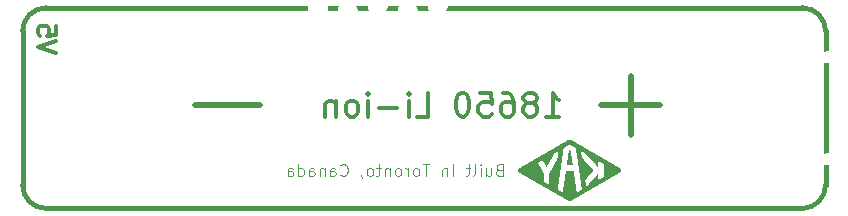
<source format=gbr>
%TF.GenerationSoftware,KiCad,Pcbnew,9.0.6*%
%TF.CreationDate,2026-01-18T22:32:41-05:00*%
%TF.ProjectId,Photon,50686f74-6f6e-42e6-9b69-6361645f7063,1.3*%
%TF.SameCoordinates,Original*%
%TF.FileFunction,Legend,Bot*%
%TF.FilePolarity,Positive*%
%FSLAX46Y46*%
G04 Gerber Fmt 4.6, Leading zero omitted, Abs format (unit mm)*
G04 Created by KiCad (PCBNEW 9.0.6) date 2026-01-18 22:32:41*
%MOMM*%
%LPD*%
G01*
G04 APERTURE LIST*
%ADD10C,0.300000*%
%ADD11C,0.100000*%
%ADD12C,0.400000*%
%ADD13C,0.500000*%
%ADD14C,0.000000*%
G04 APERTURE END LIST*
D10*
X68010171Y-53684774D02*
X66510171Y-53184774D01*
X66510171Y-53184774D02*
X68010171Y-52684774D01*
X68010171Y-51470489D02*
X68010171Y-52184775D01*
X68010171Y-52184775D02*
X67295885Y-52256203D01*
X67295885Y-52256203D02*
X67367314Y-52184775D01*
X67367314Y-52184775D02*
X67438742Y-52041918D01*
X67438742Y-52041918D02*
X67438742Y-51684775D01*
X67438742Y-51684775D02*
X67367314Y-51541918D01*
X67367314Y-51541918D02*
X67295885Y-51470489D01*
X67295885Y-51470489D02*
X67153028Y-51399060D01*
X67153028Y-51399060D02*
X66795885Y-51399060D01*
X66795885Y-51399060D02*
X66653028Y-51470489D01*
X66653028Y-51470489D02*
X66581600Y-51541918D01*
X66581600Y-51541918D02*
X66510171Y-51684775D01*
X66510171Y-51684775D02*
X66510171Y-52041918D01*
X66510171Y-52041918D02*
X66581600Y-52184775D01*
X66581600Y-52184775D02*
X66653028Y-52256203D01*
D11*
X105551782Y-63610609D02*
X105408925Y-63658228D01*
X105408925Y-63658228D02*
X105361306Y-63705847D01*
X105361306Y-63705847D02*
X105313687Y-63801085D01*
X105313687Y-63801085D02*
X105313687Y-63943942D01*
X105313687Y-63943942D02*
X105361306Y-64039180D01*
X105361306Y-64039180D02*
X105408925Y-64086800D01*
X105408925Y-64086800D02*
X105504163Y-64134419D01*
X105504163Y-64134419D02*
X105885115Y-64134419D01*
X105885115Y-64134419D02*
X105885115Y-63134419D01*
X105885115Y-63134419D02*
X105551782Y-63134419D01*
X105551782Y-63134419D02*
X105456544Y-63182038D01*
X105456544Y-63182038D02*
X105408925Y-63229657D01*
X105408925Y-63229657D02*
X105361306Y-63324895D01*
X105361306Y-63324895D02*
X105361306Y-63420133D01*
X105361306Y-63420133D02*
X105408925Y-63515371D01*
X105408925Y-63515371D02*
X105456544Y-63562990D01*
X105456544Y-63562990D02*
X105551782Y-63610609D01*
X105551782Y-63610609D02*
X105885115Y-63610609D01*
X104456544Y-63467752D02*
X104456544Y-64134419D01*
X104885115Y-63467752D02*
X104885115Y-63991561D01*
X104885115Y-63991561D02*
X104837496Y-64086800D01*
X104837496Y-64086800D02*
X104742258Y-64134419D01*
X104742258Y-64134419D02*
X104599401Y-64134419D01*
X104599401Y-64134419D02*
X104504163Y-64086800D01*
X104504163Y-64086800D02*
X104456544Y-64039180D01*
X103980353Y-64134419D02*
X103980353Y-63467752D01*
X103980353Y-63134419D02*
X104027972Y-63182038D01*
X104027972Y-63182038D02*
X103980353Y-63229657D01*
X103980353Y-63229657D02*
X103932734Y-63182038D01*
X103932734Y-63182038D02*
X103980353Y-63134419D01*
X103980353Y-63134419D02*
X103980353Y-63229657D01*
X103361306Y-64134419D02*
X103456544Y-64086800D01*
X103456544Y-64086800D02*
X103504163Y-63991561D01*
X103504163Y-63991561D02*
X103504163Y-63134419D01*
X103123210Y-63467752D02*
X102742258Y-63467752D01*
X102980353Y-63134419D02*
X102980353Y-63991561D01*
X102980353Y-63991561D02*
X102932734Y-64086800D01*
X102932734Y-64086800D02*
X102837496Y-64134419D01*
X102837496Y-64134419D02*
X102742258Y-64134419D01*
X101647019Y-64134419D02*
X101647019Y-63134419D01*
X101170829Y-63467752D02*
X101170829Y-64134419D01*
X101170829Y-63562990D02*
X101123210Y-63515371D01*
X101123210Y-63515371D02*
X101027972Y-63467752D01*
X101027972Y-63467752D02*
X100885115Y-63467752D01*
X100885115Y-63467752D02*
X100789877Y-63515371D01*
X100789877Y-63515371D02*
X100742258Y-63610609D01*
X100742258Y-63610609D02*
X100742258Y-64134419D01*
X99647019Y-63134419D02*
X99075591Y-63134419D01*
X99361305Y-64134419D02*
X99361305Y-63134419D01*
X98599400Y-64134419D02*
X98694638Y-64086800D01*
X98694638Y-64086800D02*
X98742257Y-64039180D01*
X98742257Y-64039180D02*
X98789876Y-63943942D01*
X98789876Y-63943942D02*
X98789876Y-63658228D01*
X98789876Y-63658228D02*
X98742257Y-63562990D01*
X98742257Y-63562990D02*
X98694638Y-63515371D01*
X98694638Y-63515371D02*
X98599400Y-63467752D01*
X98599400Y-63467752D02*
X98456543Y-63467752D01*
X98456543Y-63467752D02*
X98361305Y-63515371D01*
X98361305Y-63515371D02*
X98313686Y-63562990D01*
X98313686Y-63562990D02*
X98266067Y-63658228D01*
X98266067Y-63658228D02*
X98266067Y-63943942D01*
X98266067Y-63943942D02*
X98313686Y-64039180D01*
X98313686Y-64039180D02*
X98361305Y-64086800D01*
X98361305Y-64086800D02*
X98456543Y-64134419D01*
X98456543Y-64134419D02*
X98599400Y-64134419D01*
X97837495Y-64134419D02*
X97837495Y-63467752D01*
X97837495Y-63658228D02*
X97789876Y-63562990D01*
X97789876Y-63562990D02*
X97742257Y-63515371D01*
X97742257Y-63515371D02*
X97647019Y-63467752D01*
X97647019Y-63467752D02*
X97551781Y-63467752D01*
X97075590Y-64134419D02*
X97170828Y-64086800D01*
X97170828Y-64086800D02*
X97218447Y-64039180D01*
X97218447Y-64039180D02*
X97266066Y-63943942D01*
X97266066Y-63943942D02*
X97266066Y-63658228D01*
X97266066Y-63658228D02*
X97218447Y-63562990D01*
X97218447Y-63562990D02*
X97170828Y-63515371D01*
X97170828Y-63515371D02*
X97075590Y-63467752D01*
X97075590Y-63467752D02*
X96932733Y-63467752D01*
X96932733Y-63467752D02*
X96837495Y-63515371D01*
X96837495Y-63515371D02*
X96789876Y-63562990D01*
X96789876Y-63562990D02*
X96742257Y-63658228D01*
X96742257Y-63658228D02*
X96742257Y-63943942D01*
X96742257Y-63943942D02*
X96789876Y-64039180D01*
X96789876Y-64039180D02*
X96837495Y-64086800D01*
X96837495Y-64086800D02*
X96932733Y-64134419D01*
X96932733Y-64134419D02*
X97075590Y-64134419D01*
X96313685Y-63467752D02*
X96313685Y-64134419D01*
X96313685Y-63562990D02*
X96266066Y-63515371D01*
X96266066Y-63515371D02*
X96170828Y-63467752D01*
X96170828Y-63467752D02*
X96027971Y-63467752D01*
X96027971Y-63467752D02*
X95932733Y-63515371D01*
X95932733Y-63515371D02*
X95885114Y-63610609D01*
X95885114Y-63610609D02*
X95885114Y-64134419D01*
X95551780Y-63467752D02*
X95170828Y-63467752D01*
X95408923Y-63134419D02*
X95408923Y-63991561D01*
X95408923Y-63991561D02*
X95361304Y-64086800D01*
X95361304Y-64086800D02*
X95266066Y-64134419D01*
X95266066Y-64134419D02*
X95170828Y-64134419D01*
X94694637Y-64134419D02*
X94789875Y-64086800D01*
X94789875Y-64086800D02*
X94837494Y-64039180D01*
X94837494Y-64039180D02*
X94885113Y-63943942D01*
X94885113Y-63943942D02*
X94885113Y-63658228D01*
X94885113Y-63658228D02*
X94837494Y-63562990D01*
X94837494Y-63562990D02*
X94789875Y-63515371D01*
X94789875Y-63515371D02*
X94694637Y-63467752D01*
X94694637Y-63467752D02*
X94551780Y-63467752D01*
X94551780Y-63467752D02*
X94456542Y-63515371D01*
X94456542Y-63515371D02*
X94408923Y-63562990D01*
X94408923Y-63562990D02*
X94361304Y-63658228D01*
X94361304Y-63658228D02*
X94361304Y-63943942D01*
X94361304Y-63943942D02*
X94408923Y-64039180D01*
X94408923Y-64039180D02*
X94456542Y-64086800D01*
X94456542Y-64086800D02*
X94551780Y-64134419D01*
X94551780Y-64134419D02*
X94694637Y-64134419D01*
X93885113Y-64086800D02*
X93885113Y-64134419D01*
X93885113Y-64134419D02*
X93932732Y-64229657D01*
X93932732Y-64229657D02*
X93980351Y-64277276D01*
X92123209Y-64039180D02*
X92170828Y-64086800D01*
X92170828Y-64086800D02*
X92313685Y-64134419D01*
X92313685Y-64134419D02*
X92408923Y-64134419D01*
X92408923Y-64134419D02*
X92551780Y-64086800D01*
X92551780Y-64086800D02*
X92647018Y-63991561D01*
X92647018Y-63991561D02*
X92694637Y-63896323D01*
X92694637Y-63896323D02*
X92742256Y-63705847D01*
X92742256Y-63705847D02*
X92742256Y-63562990D01*
X92742256Y-63562990D02*
X92694637Y-63372514D01*
X92694637Y-63372514D02*
X92647018Y-63277276D01*
X92647018Y-63277276D02*
X92551780Y-63182038D01*
X92551780Y-63182038D02*
X92408923Y-63134419D01*
X92408923Y-63134419D02*
X92313685Y-63134419D01*
X92313685Y-63134419D02*
X92170828Y-63182038D01*
X92170828Y-63182038D02*
X92123209Y-63229657D01*
X91266066Y-64134419D02*
X91266066Y-63610609D01*
X91266066Y-63610609D02*
X91313685Y-63515371D01*
X91313685Y-63515371D02*
X91408923Y-63467752D01*
X91408923Y-63467752D02*
X91599399Y-63467752D01*
X91599399Y-63467752D02*
X91694637Y-63515371D01*
X91266066Y-64086800D02*
X91361304Y-64134419D01*
X91361304Y-64134419D02*
X91599399Y-64134419D01*
X91599399Y-64134419D02*
X91694637Y-64086800D01*
X91694637Y-64086800D02*
X91742256Y-63991561D01*
X91742256Y-63991561D02*
X91742256Y-63896323D01*
X91742256Y-63896323D02*
X91694637Y-63801085D01*
X91694637Y-63801085D02*
X91599399Y-63753466D01*
X91599399Y-63753466D02*
X91361304Y-63753466D01*
X91361304Y-63753466D02*
X91266066Y-63705847D01*
X90789875Y-63467752D02*
X90789875Y-64134419D01*
X90789875Y-63562990D02*
X90742256Y-63515371D01*
X90742256Y-63515371D02*
X90647018Y-63467752D01*
X90647018Y-63467752D02*
X90504161Y-63467752D01*
X90504161Y-63467752D02*
X90408923Y-63515371D01*
X90408923Y-63515371D02*
X90361304Y-63610609D01*
X90361304Y-63610609D02*
X90361304Y-64134419D01*
X89456542Y-64134419D02*
X89456542Y-63610609D01*
X89456542Y-63610609D02*
X89504161Y-63515371D01*
X89504161Y-63515371D02*
X89599399Y-63467752D01*
X89599399Y-63467752D02*
X89789875Y-63467752D01*
X89789875Y-63467752D02*
X89885113Y-63515371D01*
X89456542Y-64086800D02*
X89551780Y-64134419D01*
X89551780Y-64134419D02*
X89789875Y-64134419D01*
X89789875Y-64134419D02*
X89885113Y-64086800D01*
X89885113Y-64086800D02*
X89932732Y-63991561D01*
X89932732Y-63991561D02*
X89932732Y-63896323D01*
X89932732Y-63896323D02*
X89885113Y-63801085D01*
X89885113Y-63801085D02*
X89789875Y-63753466D01*
X89789875Y-63753466D02*
X89551780Y-63753466D01*
X89551780Y-63753466D02*
X89456542Y-63705847D01*
X88551780Y-64134419D02*
X88551780Y-63134419D01*
X88551780Y-64086800D02*
X88647018Y-64134419D01*
X88647018Y-64134419D02*
X88837494Y-64134419D01*
X88837494Y-64134419D02*
X88932732Y-64086800D01*
X88932732Y-64086800D02*
X88980351Y-64039180D01*
X88980351Y-64039180D02*
X89027970Y-63943942D01*
X89027970Y-63943942D02*
X89027970Y-63658228D01*
X89027970Y-63658228D02*
X88980351Y-63562990D01*
X88980351Y-63562990D02*
X88932732Y-63515371D01*
X88932732Y-63515371D02*
X88837494Y-63467752D01*
X88837494Y-63467752D02*
X88647018Y-63467752D01*
X88647018Y-63467752D02*
X88551780Y-63515371D01*
X87647018Y-64134419D02*
X87647018Y-63610609D01*
X87647018Y-63610609D02*
X87694637Y-63515371D01*
X87694637Y-63515371D02*
X87789875Y-63467752D01*
X87789875Y-63467752D02*
X87980351Y-63467752D01*
X87980351Y-63467752D02*
X88075589Y-63515371D01*
X87647018Y-64086800D02*
X87742256Y-64134419D01*
X87742256Y-64134419D02*
X87980351Y-64134419D01*
X87980351Y-64134419D02*
X88075589Y-64086800D01*
X88075589Y-64086800D02*
X88123208Y-63991561D01*
X88123208Y-63991561D02*
X88123208Y-63896323D01*
X88123208Y-63896323D02*
X88075589Y-63801085D01*
X88075589Y-63801085D02*
X87980351Y-63753466D01*
X87980351Y-63753466D02*
X87742256Y-63753466D01*
X87742256Y-63753466D02*
X87647018Y-63705847D01*
D10*
X109515822Y-59106438D02*
X110658679Y-59106438D01*
X110087251Y-59106438D02*
X110087251Y-57106438D01*
X110087251Y-57106438D02*
X110277727Y-57392152D01*
X110277727Y-57392152D02*
X110468203Y-57582628D01*
X110468203Y-57582628D02*
X110658679Y-57677866D01*
X108372965Y-57963580D02*
X108563441Y-57868342D01*
X108563441Y-57868342D02*
X108658679Y-57773104D01*
X108658679Y-57773104D02*
X108753917Y-57582628D01*
X108753917Y-57582628D02*
X108753917Y-57487390D01*
X108753917Y-57487390D02*
X108658679Y-57296914D01*
X108658679Y-57296914D02*
X108563441Y-57201676D01*
X108563441Y-57201676D02*
X108372965Y-57106438D01*
X108372965Y-57106438D02*
X107992012Y-57106438D01*
X107992012Y-57106438D02*
X107801536Y-57201676D01*
X107801536Y-57201676D02*
X107706298Y-57296914D01*
X107706298Y-57296914D02*
X107611060Y-57487390D01*
X107611060Y-57487390D02*
X107611060Y-57582628D01*
X107611060Y-57582628D02*
X107706298Y-57773104D01*
X107706298Y-57773104D02*
X107801536Y-57868342D01*
X107801536Y-57868342D02*
X107992012Y-57963580D01*
X107992012Y-57963580D02*
X108372965Y-57963580D01*
X108372965Y-57963580D02*
X108563441Y-58058819D01*
X108563441Y-58058819D02*
X108658679Y-58154057D01*
X108658679Y-58154057D02*
X108753917Y-58344533D01*
X108753917Y-58344533D02*
X108753917Y-58725485D01*
X108753917Y-58725485D02*
X108658679Y-58915961D01*
X108658679Y-58915961D02*
X108563441Y-59011200D01*
X108563441Y-59011200D02*
X108372965Y-59106438D01*
X108372965Y-59106438D02*
X107992012Y-59106438D01*
X107992012Y-59106438D02*
X107801536Y-59011200D01*
X107801536Y-59011200D02*
X107706298Y-58915961D01*
X107706298Y-58915961D02*
X107611060Y-58725485D01*
X107611060Y-58725485D02*
X107611060Y-58344533D01*
X107611060Y-58344533D02*
X107706298Y-58154057D01*
X107706298Y-58154057D02*
X107801536Y-58058819D01*
X107801536Y-58058819D02*
X107992012Y-57963580D01*
X105896774Y-57106438D02*
X106277727Y-57106438D01*
X106277727Y-57106438D02*
X106468203Y-57201676D01*
X106468203Y-57201676D02*
X106563441Y-57296914D01*
X106563441Y-57296914D02*
X106753917Y-57582628D01*
X106753917Y-57582628D02*
X106849155Y-57963580D01*
X106849155Y-57963580D02*
X106849155Y-58725485D01*
X106849155Y-58725485D02*
X106753917Y-58915961D01*
X106753917Y-58915961D02*
X106658679Y-59011200D01*
X106658679Y-59011200D02*
X106468203Y-59106438D01*
X106468203Y-59106438D02*
X106087250Y-59106438D01*
X106087250Y-59106438D02*
X105896774Y-59011200D01*
X105896774Y-59011200D02*
X105801536Y-58915961D01*
X105801536Y-58915961D02*
X105706298Y-58725485D01*
X105706298Y-58725485D02*
X105706298Y-58249295D01*
X105706298Y-58249295D02*
X105801536Y-58058819D01*
X105801536Y-58058819D02*
X105896774Y-57963580D01*
X105896774Y-57963580D02*
X106087250Y-57868342D01*
X106087250Y-57868342D02*
X106468203Y-57868342D01*
X106468203Y-57868342D02*
X106658679Y-57963580D01*
X106658679Y-57963580D02*
X106753917Y-58058819D01*
X106753917Y-58058819D02*
X106849155Y-58249295D01*
X103896774Y-57106438D02*
X104849155Y-57106438D01*
X104849155Y-57106438D02*
X104944393Y-58058819D01*
X104944393Y-58058819D02*
X104849155Y-57963580D01*
X104849155Y-57963580D02*
X104658679Y-57868342D01*
X104658679Y-57868342D02*
X104182488Y-57868342D01*
X104182488Y-57868342D02*
X103992012Y-57963580D01*
X103992012Y-57963580D02*
X103896774Y-58058819D01*
X103896774Y-58058819D02*
X103801536Y-58249295D01*
X103801536Y-58249295D02*
X103801536Y-58725485D01*
X103801536Y-58725485D02*
X103896774Y-58915961D01*
X103896774Y-58915961D02*
X103992012Y-59011200D01*
X103992012Y-59011200D02*
X104182488Y-59106438D01*
X104182488Y-59106438D02*
X104658679Y-59106438D01*
X104658679Y-59106438D02*
X104849155Y-59011200D01*
X104849155Y-59011200D02*
X104944393Y-58915961D01*
X102563441Y-57106438D02*
X102372964Y-57106438D01*
X102372964Y-57106438D02*
X102182488Y-57201676D01*
X102182488Y-57201676D02*
X102087250Y-57296914D01*
X102087250Y-57296914D02*
X101992012Y-57487390D01*
X101992012Y-57487390D02*
X101896774Y-57868342D01*
X101896774Y-57868342D02*
X101896774Y-58344533D01*
X101896774Y-58344533D02*
X101992012Y-58725485D01*
X101992012Y-58725485D02*
X102087250Y-58915961D01*
X102087250Y-58915961D02*
X102182488Y-59011200D01*
X102182488Y-59011200D02*
X102372964Y-59106438D01*
X102372964Y-59106438D02*
X102563441Y-59106438D01*
X102563441Y-59106438D02*
X102753917Y-59011200D01*
X102753917Y-59011200D02*
X102849155Y-58915961D01*
X102849155Y-58915961D02*
X102944393Y-58725485D01*
X102944393Y-58725485D02*
X103039631Y-58344533D01*
X103039631Y-58344533D02*
X103039631Y-57868342D01*
X103039631Y-57868342D02*
X102944393Y-57487390D01*
X102944393Y-57487390D02*
X102849155Y-57296914D01*
X102849155Y-57296914D02*
X102753917Y-57201676D01*
X102753917Y-57201676D02*
X102563441Y-57106438D01*
X98563440Y-59106438D02*
X99515821Y-59106438D01*
X99515821Y-59106438D02*
X99515821Y-57106438D01*
X97896773Y-59106438D02*
X97896773Y-57773104D01*
X97896773Y-57106438D02*
X97992011Y-57201676D01*
X97992011Y-57201676D02*
X97896773Y-57296914D01*
X97896773Y-57296914D02*
X97801535Y-57201676D01*
X97801535Y-57201676D02*
X97896773Y-57106438D01*
X97896773Y-57106438D02*
X97896773Y-57296914D01*
X96944392Y-58344533D02*
X95420583Y-58344533D01*
X94468202Y-59106438D02*
X94468202Y-57773104D01*
X94468202Y-57106438D02*
X94563440Y-57201676D01*
X94563440Y-57201676D02*
X94468202Y-57296914D01*
X94468202Y-57296914D02*
X94372964Y-57201676D01*
X94372964Y-57201676D02*
X94468202Y-57106438D01*
X94468202Y-57106438D02*
X94468202Y-57296914D01*
X93230107Y-59106438D02*
X93420583Y-59011200D01*
X93420583Y-59011200D02*
X93515821Y-58915961D01*
X93515821Y-58915961D02*
X93611059Y-58725485D01*
X93611059Y-58725485D02*
X93611059Y-58154057D01*
X93611059Y-58154057D02*
X93515821Y-57963580D01*
X93515821Y-57963580D02*
X93420583Y-57868342D01*
X93420583Y-57868342D02*
X93230107Y-57773104D01*
X93230107Y-57773104D02*
X92944392Y-57773104D01*
X92944392Y-57773104D02*
X92753916Y-57868342D01*
X92753916Y-57868342D02*
X92658678Y-57963580D01*
X92658678Y-57963580D02*
X92563440Y-58154057D01*
X92563440Y-58154057D02*
X92563440Y-58725485D01*
X92563440Y-58725485D02*
X92658678Y-58915961D01*
X92658678Y-58915961D02*
X92753916Y-59011200D01*
X92753916Y-59011200D02*
X92944392Y-59106438D01*
X92944392Y-59106438D02*
X93230107Y-59106438D01*
X91706297Y-57773104D02*
X91706297Y-59106438D01*
X91706297Y-57963580D02*
X91611059Y-57868342D01*
X91611059Y-57868342D02*
X91420583Y-57773104D01*
X91420583Y-57773104D02*
X91134868Y-57773104D01*
X91134868Y-57773104D02*
X90944392Y-57868342D01*
X90944392Y-57868342D02*
X90849154Y-58058819D01*
X90849154Y-58058819D02*
X90849154Y-59106438D01*
D12*
%TO.C,BT1*%
X65207000Y-64889800D02*
X65207000Y-51889800D01*
X67207000Y-49889800D02*
X131207000Y-49889800D01*
D13*
X85285000Y-58163300D02*
X79785000Y-58163300D01*
X116707000Y-55663300D02*
X116707000Y-60663300D01*
X119207000Y-58163300D02*
X114207000Y-58163300D01*
D12*
X131207000Y-66889800D02*
X67207000Y-66889800D01*
X133207000Y-51889800D02*
X133207000Y-64889801D01*
X65207000Y-51889800D02*
G75*
G02*
X67207000Y-49889800I2000000J0D01*
G01*
X67207000Y-66889800D02*
G75*
G02*
X65207000Y-64889800I0J2000000D01*
G01*
X131207000Y-49889800D02*
G75*
G02*
X133207000Y-51889800I1J-1999999D01*
G01*
X133207000Y-64889800D02*
G75*
G02*
X131207000Y-66889800I-1999999J-1D01*
G01*
D14*
%TO.C,G\u002A\u002A\u002A*%
G36*
X107275500Y-63870750D02*
G01*
X107274250Y-63872000D01*
X107273000Y-63870750D01*
X107274250Y-63869500D01*
X107275500Y-63870750D01*
G37*
G36*
X107283000Y-63470750D02*
G01*
X107281750Y-63472000D01*
X107280500Y-63470750D01*
X107281750Y-63469500D01*
X107283000Y-63470750D01*
G37*
G36*
X107293000Y-63880750D02*
G01*
X107291750Y-63882000D01*
X107290500Y-63880750D01*
X107291750Y-63879500D01*
X107293000Y-63880750D01*
G37*
G36*
X107300500Y-63460750D02*
G01*
X107299250Y-63462000D01*
X107298000Y-63460750D01*
X107299250Y-63459500D01*
X107300500Y-63460750D01*
G37*
G36*
X107310500Y-63890750D02*
G01*
X107309250Y-63892000D01*
X107308000Y-63890750D01*
X107309250Y-63889500D01*
X107310500Y-63890750D01*
G37*
G36*
X107328000Y-63900750D02*
G01*
X107326750Y-63902000D01*
X107325500Y-63900750D01*
X107326750Y-63899500D01*
X107328000Y-63900750D01*
G37*
G36*
X107348000Y-63433250D02*
G01*
X107346750Y-63434500D01*
X107345500Y-63433250D01*
X107346750Y-63432000D01*
X107348000Y-63433250D01*
G37*
G36*
X107365500Y-63423250D02*
G01*
X107364250Y-63424500D01*
X107363000Y-63423250D01*
X107364250Y-63422000D01*
X107365500Y-63423250D01*
G37*
G36*
X107395500Y-63405750D02*
G01*
X107394250Y-63407000D01*
X107393000Y-63405750D01*
X107394250Y-63404500D01*
X107395500Y-63405750D01*
G37*
G36*
X107413000Y-63395750D02*
G01*
X107411750Y-63397000D01*
X107410500Y-63395750D01*
X107411750Y-63394500D01*
X107413000Y-63395750D01*
G37*
G36*
X107460500Y-63368250D02*
G01*
X107459250Y-63369500D01*
X107458000Y-63368250D01*
X107459250Y-63367000D01*
X107460500Y-63368250D01*
G37*
G36*
X107478000Y-63358250D02*
G01*
X107476750Y-63359500D01*
X107475500Y-63358250D01*
X107476750Y-63357000D01*
X107478000Y-63358250D01*
G37*
G36*
X107525500Y-63330750D02*
G01*
X107524250Y-63332000D01*
X107523000Y-63330750D01*
X107524250Y-63329500D01*
X107525500Y-63330750D01*
G37*
G36*
X107543000Y-63320750D02*
G01*
X107541750Y-63322000D01*
X107540500Y-63320750D01*
X107541750Y-63319500D01*
X107543000Y-63320750D01*
G37*
G36*
X107543000Y-64023250D02*
G01*
X107541750Y-64024500D01*
X107540500Y-64023250D01*
X107541750Y-64022000D01*
X107543000Y-64023250D01*
G37*
G36*
X107560500Y-64033250D02*
G01*
X107559250Y-64034500D01*
X107558000Y-64033250D01*
X107559250Y-64032000D01*
X107560500Y-64033250D01*
G37*
G36*
X107578000Y-64043250D02*
G01*
X107576750Y-64044500D01*
X107575500Y-64043250D01*
X107576750Y-64042000D01*
X107578000Y-64043250D01*
G37*
G36*
X107590500Y-63293250D02*
G01*
X107589250Y-63294500D01*
X107588000Y-63293250D01*
X107589250Y-63292000D01*
X107590500Y-63293250D01*
G37*
G36*
X107595500Y-64053250D02*
G01*
X107594250Y-64054500D01*
X107593000Y-64053250D01*
X107594250Y-64052000D01*
X107595500Y-64053250D01*
G37*
G36*
X107608000Y-63283250D02*
G01*
X107606750Y-63284500D01*
X107605500Y-63283250D01*
X107606750Y-63282000D01*
X107608000Y-63283250D01*
G37*
G36*
X107613000Y-64063250D02*
G01*
X107611750Y-64064500D01*
X107610500Y-64063250D01*
X107611750Y-64062000D01*
X107613000Y-64063250D01*
G37*
G36*
X107630500Y-64073250D02*
G01*
X107629250Y-64074500D01*
X107628000Y-64073250D01*
X107629250Y-64072000D01*
X107630500Y-64073250D01*
G37*
G36*
X107638000Y-63265750D02*
G01*
X107636750Y-63267000D01*
X107635500Y-63265750D01*
X107636750Y-63264500D01*
X107638000Y-63265750D01*
G37*
G36*
X107648000Y-64083250D02*
G01*
X107646750Y-64084500D01*
X107645500Y-64083250D01*
X107646750Y-64082000D01*
X107648000Y-64083250D01*
G37*
G36*
X107655500Y-63255750D02*
G01*
X107654250Y-63257000D01*
X107653000Y-63255750D01*
X107654250Y-63254500D01*
X107655500Y-63255750D01*
G37*
G36*
X107665500Y-64093250D02*
G01*
X107664250Y-64094500D01*
X107663000Y-64093250D01*
X107664250Y-64092000D01*
X107665500Y-64093250D01*
G37*
G36*
X107683000Y-64103250D02*
G01*
X107681750Y-64104500D01*
X107680500Y-64103250D01*
X107681750Y-64102000D01*
X107683000Y-64103250D01*
G37*
G36*
X107700500Y-64113250D02*
G01*
X107699250Y-64114500D01*
X107698000Y-64113250D01*
X107699250Y-64112000D01*
X107700500Y-64113250D01*
G37*
G36*
X107703000Y-63228250D02*
G01*
X107701750Y-63229500D01*
X107700500Y-63228250D01*
X107701750Y-63227000D01*
X107703000Y-63228250D01*
G37*
G36*
X107718000Y-64123250D02*
G01*
X107716750Y-64124500D01*
X107715500Y-64123250D01*
X107716750Y-64122000D01*
X107718000Y-64123250D01*
G37*
G36*
X107720500Y-63218250D02*
G01*
X107719250Y-63219500D01*
X107718000Y-63218250D01*
X107719250Y-63217000D01*
X107720500Y-63218250D01*
G37*
G36*
X107735500Y-64133250D02*
G01*
X107734250Y-64134500D01*
X107733000Y-64133250D01*
X107734250Y-64132000D01*
X107735500Y-64133250D01*
G37*
G36*
X107753000Y-64143250D02*
G01*
X107751750Y-64144500D01*
X107750500Y-64143250D01*
X107751750Y-64142000D01*
X107753000Y-64143250D01*
G37*
G36*
X107768000Y-63190750D02*
G01*
X107766750Y-63192000D01*
X107765500Y-63190750D01*
X107766750Y-63189500D01*
X107768000Y-63190750D01*
G37*
G36*
X107770500Y-64153250D02*
G01*
X107769250Y-64154500D01*
X107768000Y-64153250D01*
X107769250Y-64152000D01*
X107770500Y-64153250D01*
G37*
G36*
X107785500Y-63180750D02*
G01*
X107784250Y-63182000D01*
X107783000Y-63180750D01*
X107784250Y-63179500D01*
X107785500Y-63180750D01*
G37*
G36*
X107788000Y-64163250D02*
G01*
X107786750Y-64164500D01*
X107785500Y-64163250D01*
X107786750Y-64162000D01*
X107788000Y-64163250D01*
G37*
G36*
X107805500Y-64173250D02*
G01*
X107804250Y-64174500D01*
X107803000Y-64173250D01*
X107804250Y-64172000D01*
X107805500Y-64173250D01*
G37*
G36*
X107815500Y-63163250D02*
G01*
X107814250Y-63164500D01*
X107813000Y-63163250D01*
X107814250Y-63162000D01*
X107815500Y-63163250D01*
G37*
G36*
X107823000Y-64183250D02*
G01*
X107821750Y-64184500D01*
X107820500Y-64183250D01*
X107821750Y-64182000D01*
X107823000Y-64183250D01*
G37*
G36*
X107833000Y-63153250D02*
G01*
X107831750Y-63154500D01*
X107830500Y-63153250D01*
X107831750Y-63152000D01*
X107833000Y-63153250D01*
G37*
G36*
X107840500Y-64193250D02*
G01*
X107839250Y-64194500D01*
X107838000Y-64193250D01*
X107839250Y-64192000D01*
X107840500Y-64193250D01*
G37*
G36*
X107880500Y-63125750D02*
G01*
X107879250Y-63127000D01*
X107878000Y-63125750D01*
X107879250Y-63124500D01*
X107880500Y-63125750D01*
G37*
G36*
X107898000Y-63115750D02*
G01*
X107896750Y-63117000D01*
X107895500Y-63115750D01*
X107896750Y-63114500D01*
X107898000Y-63115750D01*
G37*
G36*
X107945500Y-63088250D02*
G01*
X107944250Y-63089500D01*
X107943000Y-63088250D01*
X107944250Y-63087000D01*
X107945500Y-63088250D01*
G37*
G36*
X107963000Y-63078250D02*
G01*
X107961750Y-63079500D01*
X107960500Y-63078250D01*
X107961750Y-63077000D01*
X107963000Y-63078250D01*
G37*
G36*
X108010500Y-63050750D02*
G01*
X108009250Y-63052000D01*
X108008000Y-63050750D01*
X108009250Y-63049500D01*
X108010500Y-63050750D01*
G37*
G36*
X108028000Y-63040750D02*
G01*
X108026750Y-63042000D01*
X108025500Y-63040750D01*
X108026750Y-63039500D01*
X108028000Y-63040750D01*
G37*
G36*
X108058000Y-63023250D02*
G01*
X108056750Y-63024500D01*
X108055500Y-63023250D01*
X108056750Y-63022000D01*
X108058000Y-63023250D01*
G37*
G36*
X108073000Y-64325750D02*
G01*
X108071750Y-64327000D01*
X108070500Y-64325750D01*
X108071750Y-64324500D01*
X108073000Y-64325750D01*
G37*
G36*
X108075500Y-63013250D02*
G01*
X108074250Y-63014500D01*
X108073000Y-63013250D01*
X108074250Y-63012000D01*
X108075500Y-63013250D01*
G37*
G36*
X108090500Y-64335750D02*
G01*
X108089250Y-64337000D01*
X108088000Y-64335750D01*
X108089250Y-64334500D01*
X108090500Y-64335750D01*
G37*
G36*
X108108000Y-64345750D02*
G01*
X108106750Y-64347000D01*
X108105500Y-64345750D01*
X108106750Y-64344500D01*
X108108000Y-64345750D01*
G37*
G36*
X108123000Y-62985750D02*
G01*
X108121750Y-62987000D01*
X108120500Y-62985750D01*
X108121750Y-62984500D01*
X108123000Y-62985750D01*
G37*
G36*
X108125500Y-64355750D02*
G01*
X108124250Y-64357000D01*
X108123000Y-64355750D01*
X108124250Y-64354500D01*
X108125500Y-64355750D01*
G37*
G36*
X108140500Y-62975750D02*
G01*
X108139250Y-62977000D01*
X108138000Y-62975750D01*
X108139250Y-62974500D01*
X108140500Y-62975750D01*
G37*
G36*
X108143000Y-64365750D02*
G01*
X108141750Y-64367000D01*
X108140500Y-64365750D01*
X108141750Y-64364500D01*
X108143000Y-64365750D01*
G37*
G36*
X108160500Y-64375750D02*
G01*
X108159250Y-64377000D01*
X108158000Y-64375750D01*
X108159250Y-64374500D01*
X108160500Y-64375750D01*
G37*
G36*
X108178000Y-64385750D02*
G01*
X108176750Y-64387000D01*
X108175500Y-64385750D01*
X108176750Y-64384500D01*
X108178000Y-64385750D01*
G37*
G36*
X108188000Y-62948250D02*
G01*
X108186750Y-62949500D01*
X108185500Y-62948250D01*
X108186750Y-62947000D01*
X108188000Y-62948250D01*
G37*
G36*
X108195500Y-64395750D02*
G01*
X108194250Y-64397000D01*
X108193000Y-64395750D01*
X108194250Y-64394500D01*
X108195500Y-64395750D01*
G37*
G36*
X108205500Y-62938250D02*
G01*
X108204250Y-62939500D01*
X108203000Y-62938250D01*
X108204250Y-62937000D01*
X108205500Y-62938250D01*
G37*
G36*
X108213000Y-64405750D02*
G01*
X108211750Y-64407000D01*
X108210500Y-64405750D01*
X108211750Y-64404500D01*
X108213000Y-64405750D01*
G37*
G36*
X108230500Y-64415750D02*
G01*
X108229250Y-64417000D01*
X108228000Y-64415750D01*
X108229250Y-64414500D01*
X108230500Y-64415750D01*
G37*
G36*
X108248000Y-64425750D02*
G01*
X108246750Y-64427000D01*
X108245500Y-64425750D01*
X108246750Y-64424500D01*
X108248000Y-64425750D01*
G37*
G36*
X108253000Y-62910750D02*
G01*
X108251750Y-62912000D01*
X108250500Y-62910750D01*
X108251750Y-62909500D01*
X108253000Y-62910750D01*
G37*
G36*
X108265500Y-64435750D02*
G01*
X108264250Y-64437000D01*
X108263000Y-64435750D01*
X108264250Y-64434500D01*
X108265500Y-64435750D01*
G37*
G36*
X108270500Y-62900750D02*
G01*
X108269250Y-62902000D01*
X108268000Y-62900750D01*
X108269250Y-62899500D01*
X108270500Y-62900750D01*
G37*
G36*
X108283000Y-64445750D02*
G01*
X108281750Y-64447000D01*
X108280500Y-64445750D01*
X108281750Y-64444500D01*
X108283000Y-64445750D01*
G37*
G36*
X108300500Y-62883250D02*
G01*
X108299250Y-62884500D01*
X108298000Y-62883250D01*
X108299250Y-62882000D01*
X108300500Y-62883250D01*
G37*
G36*
X108300500Y-64455750D02*
G01*
X108299250Y-64457000D01*
X108298000Y-64455750D01*
X108299250Y-64454500D01*
X108300500Y-64455750D01*
G37*
G36*
X108318000Y-62873250D02*
G01*
X108316750Y-62874500D01*
X108315500Y-62873250D01*
X108316750Y-62872000D01*
X108318000Y-62873250D01*
G37*
G36*
X108318000Y-64465750D02*
G01*
X108316750Y-64467000D01*
X108315500Y-64465750D01*
X108316750Y-64464500D01*
X108318000Y-64465750D01*
G37*
G36*
X108335500Y-64475750D02*
G01*
X108334250Y-64477000D01*
X108333000Y-64475750D01*
X108334250Y-64474500D01*
X108335500Y-64475750D01*
G37*
G36*
X108353000Y-64485750D02*
G01*
X108351750Y-64487000D01*
X108350500Y-64485750D01*
X108351750Y-64484500D01*
X108353000Y-64485750D01*
G37*
G36*
X108365500Y-62845750D02*
G01*
X108364250Y-62847000D01*
X108363000Y-62845750D01*
X108364250Y-62844500D01*
X108365500Y-62845750D01*
G37*
G36*
X108383000Y-62835750D02*
G01*
X108381750Y-62837000D01*
X108380500Y-62835750D01*
X108381750Y-62834500D01*
X108383000Y-62835750D01*
G37*
G36*
X108430500Y-62808250D02*
G01*
X108429250Y-62809500D01*
X108428000Y-62808250D01*
X108429250Y-62807000D01*
X108430500Y-62808250D01*
G37*
G36*
X108448000Y-62798250D02*
G01*
X108446750Y-62799500D01*
X108445500Y-62798250D01*
X108446750Y-62797000D01*
X108448000Y-62798250D01*
G37*
G36*
X108495500Y-62770750D02*
G01*
X108494250Y-62772000D01*
X108493000Y-62770750D01*
X108494250Y-62769500D01*
X108495500Y-62770750D01*
G37*
G36*
X108513000Y-62760750D02*
G01*
X108511750Y-62762000D01*
X108510500Y-62760750D01*
X108511750Y-62759500D01*
X108513000Y-62760750D01*
G37*
G36*
X108543000Y-62743250D02*
G01*
X108541750Y-62744500D01*
X108540500Y-62743250D01*
X108541750Y-62742000D01*
X108543000Y-62743250D01*
G37*
G36*
X108560500Y-62733250D02*
G01*
X108559250Y-62734500D01*
X108558000Y-62733250D01*
X108559250Y-62732000D01*
X108560500Y-62733250D01*
G37*
G36*
X108585500Y-64618250D02*
G01*
X108584250Y-64619500D01*
X108583000Y-64618250D01*
X108584250Y-64617000D01*
X108585500Y-64618250D01*
G37*
G36*
X108603000Y-64628250D02*
G01*
X108601750Y-64629500D01*
X108600500Y-64628250D01*
X108601750Y-64627000D01*
X108603000Y-64628250D01*
G37*
G36*
X108608000Y-62705750D02*
G01*
X108606750Y-62707000D01*
X108605500Y-62705750D01*
X108606750Y-62704500D01*
X108608000Y-62705750D01*
G37*
G36*
X108620500Y-64638250D02*
G01*
X108619250Y-64639500D01*
X108618000Y-64638250D01*
X108619250Y-64637000D01*
X108620500Y-64638250D01*
G37*
G36*
X108625500Y-62695750D02*
G01*
X108624250Y-62697000D01*
X108623000Y-62695750D01*
X108624250Y-62694500D01*
X108625500Y-62695750D01*
G37*
G36*
X108638000Y-64648250D02*
G01*
X108636750Y-64649500D01*
X108635500Y-64648250D01*
X108636750Y-64647000D01*
X108638000Y-64648250D01*
G37*
G36*
X108655500Y-64658250D02*
G01*
X108654250Y-64659500D01*
X108653000Y-64658250D01*
X108654250Y-64657000D01*
X108655500Y-64658250D01*
G37*
G36*
X108673000Y-62668250D02*
G01*
X108671750Y-62669500D01*
X108670500Y-62668250D01*
X108671750Y-62667000D01*
X108673000Y-62668250D01*
G37*
G36*
X108673000Y-64668250D02*
G01*
X108671750Y-64669500D01*
X108670500Y-64668250D01*
X108671750Y-64667000D01*
X108673000Y-64668250D01*
G37*
G36*
X108690500Y-62658250D02*
G01*
X108689250Y-62659500D01*
X108688000Y-62658250D01*
X108689250Y-62657000D01*
X108690500Y-62658250D01*
G37*
G36*
X108690500Y-64678250D02*
G01*
X108689250Y-64679500D01*
X108688000Y-64678250D01*
X108689250Y-64677000D01*
X108690500Y-64678250D01*
G37*
G36*
X108708000Y-64688250D02*
G01*
X108706750Y-64689500D01*
X108705500Y-64688250D01*
X108706750Y-64687000D01*
X108708000Y-64688250D01*
G37*
G36*
X108720500Y-62640750D02*
G01*
X108719250Y-62642000D01*
X108718000Y-62640750D01*
X108719250Y-62639500D01*
X108720500Y-62640750D01*
G37*
G36*
X108725500Y-64698250D02*
G01*
X108724250Y-64699500D01*
X108723000Y-64698250D01*
X108724250Y-64697000D01*
X108725500Y-64698250D01*
G37*
G36*
X108738000Y-62630750D02*
G01*
X108736750Y-62632000D01*
X108735500Y-62630750D01*
X108736750Y-62629500D01*
X108738000Y-62630750D01*
G37*
G36*
X108743000Y-64708250D02*
G01*
X108741750Y-64709500D01*
X108740500Y-64708250D01*
X108741750Y-64707000D01*
X108743000Y-64708250D01*
G37*
G36*
X108760500Y-64718250D02*
G01*
X108759250Y-64719500D01*
X108758000Y-64718250D01*
X108759250Y-64717000D01*
X108760500Y-64718250D01*
G37*
G36*
X108778000Y-64728250D02*
G01*
X108776750Y-64729500D01*
X108775500Y-64728250D01*
X108776750Y-64727000D01*
X108778000Y-64728250D01*
G37*
G36*
X108785500Y-62603250D02*
G01*
X108784250Y-62604500D01*
X108783000Y-62603250D01*
X108784250Y-62602000D01*
X108785500Y-62603250D01*
G37*
G36*
X108795500Y-64738250D02*
G01*
X108794250Y-64739500D01*
X108793000Y-64738250D01*
X108794250Y-64737000D01*
X108795500Y-64738250D01*
G37*
G36*
X108803000Y-62593250D02*
G01*
X108801750Y-62594500D01*
X108800500Y-62593250D01*
X108801750Y-62592000D01*
X108803000Y-62593250D01*
G37*
G36*
X108813000Y-64748250D02*
G01*
X108811750Y-64749500D01*
X108810500Y-64748250D01*
X108811750Y-64747000D01*
X108813000Y-64748250D01*
G37*
G36*
X108830500Y-64758250D02*
G01*
X108829250Y-64759500D01*
X108828000Y-64758250D01*
X108829250Y-64757000D01*
X108830500Y-64758250D01*
G37*
G36*
X108848000Y-64768250D02*
G01*
X108846750Y-64769500D01*
X108845500Y-64768250D01*
X108846750Y-64767000D01*
X108848000Y-64768250D01*
G37*
G36*
X108850500Y-62565750D02*
G01*
X108849250Y-62567000D01*
X108848000Y-62565750D01*
X108849250Y-62564500D01*
X108850500Y-62565750D01*
G37*
G36*
X108865500Y-63073250D02*
G01*
X108864250Y-63074500D01*
X108863000Y-63073250D01*
X108864250Y-63072000D01*
X108865500Y-63073250D01*
G37*
G36*
X108865500Y-64778250D02*
G01*
X108864250Y-64779500D01*
X108863000Y-64778250D01*
X108864250Y-64777000D01*
X108865500Y-64778250D01*
G37*
G36*
X108868000Y-62555750D02*
G01*
X108866750Y-62557000D01*
X108865500Y-62555750D01*
X108866750Y-62554500D01*
X108868000Y-62555750D01*
G37*
G36*
X108875500Y-63090750D02*
G01*
X108874250Y-63092000D01*
X108873000Y-63090750D01*
X108874250Y-63089500D01*
X108875500Y-63090750D01*
G37*
G36*
X108883000Y-63103250D02*
G01*
X108881750Y-63104500D01*
X108880500Y-63103250D01*
X108881750Y-63102000D01*
X108883000Y-63103250D01*
G37*
G36*
X108893000Y-63120750D02*
G01*
X108891750Y-63122000D01*
X108890500Y-63120750D01*
X108891750Y-63119500D01*
X108893000Y-63120750D01*
G37*
G36*
X108895500Y-62995750D02*
G01*
X108894250Y-62997000D01*
X108893000Y-62995750D01*
X108894250Y-62994500D01*
X108895500Y-62995750D01*
G37*
G36*
X108903000Y-63138250D02*
G01*
X108901750Y-63139500D01*
X108900500Y-63138250D01*
X108901750Y-63137000D01*
X108903000Y-63138250D01*
G37*
G36*
X108910500Y-63150750D02*
G01*
X108909250Y-63152000D01*
X108908000Y-63150750D01*
X108909250Y-63149500D01*
X108910500Y-63150750D01*
G37*
G36*
X108915500Y-62528250D02*
G01*
X108914250Y-62529500D01*
X108913000Y-62528250D01*
X108914250Y-62527000D01*
X108915500Y-62528250D01*
G37*
G36*
X108920500Y-63168250D02*
G01*
X108919250Y-63169500D01*
X108918000Y-63168250D01*
X108919250Y-63167000D01*
X108920500Y-63168250D01*
G37*
G36*
X108930500Y-62975750D02*
G01*
X108929250Y-62977000D01*
X108928000Y-62975750D01*
X108929250Y-62974500D01*
X108930500Y-62975750D01*
G37*
G36*
X108930500Y-63185750D02*
G01*
X108929250Y-63187000D01*
X108928000Y-63185750D01*
X108929250Y-63184500D01*
X108930500Y-63185750D01*
G37*
G36*
X108933000Y-62518250D02*
G01*
X108931750Y-62519500D01*
X108930500Y-62518250D01*
X108931750Y-62517000D01*
X108933000Y-62518250D01*
G37*
G36*
X108940500Y-63203250D02*
G01*
X108939250Y-63204500D01*
X108938000Y-63203250D01*
X108939250Y-63202000D01*
X108940500Y-63203250D01*
G37*
G36*
X108943000Y-62968250D02*
G01*
X108941750Y-62969500D01*
X108940500Y-62968250D01*
X108941750Y-62967000D01*
X108943000Y-62968250D01*
G37*
G36*
X108948000Y-63215750D02*
G01*
X108946750Y-63217000D01*
X108945500Y-63215750D01*
X108946750Y-63214500D01*
X108948000Y-63215750D01*
G37*
G36*
X108958000Y-63233250D02*
G01*
X108956750Y-63234500D01*
X108955500Y-63233250D01*
X108956750Y-63232000D01*
X108958000Y-63233250D01*
G37*
G36*
X108960500Y-62958250D02*
G01*
X108959250Y-62959500D01*
X108958000Y-62958250D01*
X108959250Y-62957000D01*
X108960500Y-62958250D01*
G37*
G36*
X108963000Y-62500750D02*
G01*
X108961750Y-62502000D01*
X108960500Y-62500750D01*
X108961750Y-62499500D01*
X108963000Y-62500750D01*
G37*
G36*
X108968000Y-63250750D02*
G01*
X108966750Y-63252000D01*
X108965500Y-63250750D01*
X108966750Y-63249500D01*
X108968000Y-63250750D01*
G37*
G36*
X108978000Y-62948250D02*
G01*
X108976750Y-62949500D01*
X108975500Y-62948250D01*
X108976750Y-62947000D01*
X108978000Y-62948250D01*
G37*
G36*
X108978000Y-63268250D02*
G01*
X108976750Y-63269500D01*
X108975500Y-63268250D01*
X108976750Y-63267000D01*
X108978000Y-63268250D01*
G37*
G36*
X108980500Y-62490750D02*
G01*
X108979250Y-62492000D01*
X108978000Y-62490750D01*
X108979250Y-62489500D01*
X108980500Y-62490750D01*
G37*
G36*
X108985500Y-63280750D02*
G01*
X108984250Y-63282000D01*
X108983000Y-63280750D01*
X108984250Y-63279500D01*
X108985500Y-63280750D01*
G37*
G36*
X108990500Y-62940750D02*
G01*
X108989250Y-62942000D01*
X108988000Y-62940750D01*
X108989250Y-62939500D01*
X108990500Y-62940750D01*
G37*
G36*
X109005500Y-63315750D02*
G01*
X109004250Y-63317000D01*
X109003000Y-63315750D01*
X109004250Y-63314500D01*
X109005500Y-63315750D01*
G37*
G36*
X109008000Y-62930750D02*
G01*
X109006750Y-62932000D01*
X109005500Y-62930750D01*
X109006750Y-62929500D01*
X109008000Y-62930750D01*
G37*
G36*
X109013000Y-63328250D02*
G01*
X109011750Y-63329500D01*
X109010500Y-63328250D01*
X109011750Y-63327000D01*
X109013000Y-63328250D01*
G37*
G36*
X109023000Y-63345750D02*
G01*
X109021750Y-63347000D01*
X109020500Y-63345750D01*
X109021750Y-63344500D01*
X109023000Y-63345750D01*
G37*
G36*
X109025500Y-62920750D02*
G01*
X109024250Y-62922000D01*
X109023000Y-62920750D01*
X109024250Y-62919500D01*
X109025500Y-62920750D01*
G37*
G36*
X109028000Y-62463250D02*
G01*
X109026750Y-62464500D01*
X109025500Y-62463250D01*
X109026750Y-62462000D01*
X109028000Y-62463250D01*
G37*
G36*
X109033000Y-63363250D02*
G01*
X109031750Y-63364500D01*
X109030500Y-63363250D01*
X109031750Y-63362000D01*
X109033000Y-63363250D01*
G37*
G36*
X109043000Y-62910750D02*
G01*
X109041750Y-62912000D01*
X109040500Y-62910750D01*
X109041750Y-62909500D01*
X109043000Y-62910750D01*
G37*
G36*
X109043000Y-63380750D02*
G01*
X109041750Y-63382000D01*
X109040500Y-63380750D01*
X109041750Y-63379500D01*
X109043000Y-63380750D01*
G37*
G36*
X109045500Y-62453250D02*
G01*
X109044250Y-62454500D01*
X109043000Y-62453250D01*
X109044250Y-62452000D01*
X109045500Y-62453250D01*
G37*
G36*
X109050500Y-63393250D02*
G01*
X109049250Y-63394500D01*
X109048000Y-63393250D01*
X109049250Y-63392000D01*
X109050500Y-63393250D01*
G37*
G36*
X109055500Y-62903250D02*
G01*
X109054250Y-62904500D01*
X109053000Y-62903250D01*
X109054250Y-62902000D01*
X109055500Y-62903250D01*
G37*
G36*
X109060500Y-63410750D02*
G01*
X109059250Y-63412000D01*
X109058000Y-63410750D01*
X109059250Y-63409500D01*
X109060500Y-63410750D01*
G37*
G36*
X109070500Y-63428250D02*
G01*
X109069250Y-63429500D01*
X109068000Y-63428250D01*
X109069250Y-63427000D01*
X109070500Y-63428250D01*
G37*
G36*
X109073000Y-62893250D02*
G01*
X109071750Y-62894500D01*
X109070500Y-62893250D01*
X109071750Y-62892000D01*
X109073000Y-62893250D01*
G37*
G36*
X109080500Y-63445750D02*
G01*
X109079250Y-63447000D01*
X109078000Y-63445750D01*
X109079250Y-63444500D01*
X109080500Y-63445750D01*
G37*
G36*
X109088000Y-63458250D02*
G01*
X109086750Y-63459500D01*
X109085500Y-63458250D01*
X109086750Y-63457000D01*
X109088000Y-63458250D01*
G37*
G36*
X109090500Y-62883250D02*
G01*
X109089250Y-62884500D01*
X109088000Y-62883250D01*
X109089250Y-62882000D01*
X109090500Y-62883250D01*
G37*
G36*
X109093000Y-62425750D02*
G01*
X109091750Y-62427000D01*
X109090500Y-62425750D01*
X109091750Y-62424500D01*
X109093000Y-62425750D01*
G37*
G36*
X109098000Y-63475750D02*
G01*
X109096750Y-63477000D01*
X109095500Y-63475750D01*
X109096750Y-63474500D01*
X109098000Y-63475750D01*
G37*
G36*
X109098000Y-64910750D02*
G01*
X109096750Y-64912000D01*
X109095500Y-64910750D01*
X109096750Y-64909500D01*
X109098000Y-64910750D01*
G37*
G36*
X109108000Y-62873250D02*
G01*
X109106750Y-62874500D01*
X109105500Y-62873250D01*
X109106750Y-62872000D01*
X109108000Y-62873250D01*
G37*
G36*
X109108000Y-63493250D02*
G01*
X109106750Y-63494500D01*
X109105500Y-63493250D01*
X109106750Y-63492000D01*
X109108000Y-63493250D01*
G37*
G36*
X109110500Y-62415750D02*
G01*
X109109250Y-62417000D01*
X109108000Y-62415750D01*
X109109250Y-62414500D01*
X109110500Y-62415750D01*
G37*
G36*
X109115500Y-64920750D02*
G01*
X109114250Y-64922000D01*
X109113000Y-64920750D01*
X109114250Y-64919500D01*
X109115500Y-64920750D01*
G37*
G36*
X109118000Y-63510750D02*
G01*
X109116750Y-63512000D01*
X109115500Y-63510750D01*
X109116750Y-63509500D01*
X109118000Y-63510750D01*
G37*
G36*
X109120500Y-62865750D02*
G01*
X109119250Y-62867000D01*
X109118000Y-62865750D01*
X109119250Y-62864500D01*
X109120500Y-62865750D01*
G37*
G36*
X109125500Y-63523250D02*
G01*
X109124250Y-63524500D01*
X109123000Y-63523250D01*
X109124250Y-63522000D01*
X109125500Y-63523250D01*
G37*
G36*
X109133000Y-64930750D02*
G01*
X109131750Y-64932000D01*
X109130500Y-64930750D01*
X109131750Y-64929500D01*
X109133000Y-64930750D01*
G37*
G36*
X109138000Y-62855750D02*
G01*
X109136750Y-62857000D01*
X109135500Y-62855750D01*
X109136750Y-62854500D01*
X109138000Y-62855750D01*
G37*
G36*
X109145500Y-63558250D02*
G01*
X109144250Y-63559500D01*
X109143000Y-63558250D01*
X109144250Y-63557000D01*
X109145500Y-63558250D01*
G37*
G36*
X109150500Y-64940750D02*
G01*
X109149250Y-64942000D01*
X109148000Y-64940750D01*
X109149250Y-64939500D01*
X109150500Y-64940750D01*
G37*
G36*
X109153000Y-63570750D02*
G01*
X109151750Y-63572000D01*
X109150500Y-63570750D01*
X109151750Y-63569500D01*
X109153000Y-63570750D01*
G37*
G36*
X109158000Y-62388250D02*
G01*
X109156750Y-62389500D01*
X109155500Y-62388250D01*
X109156750Y-62387000D01*
X109158000Y-62388250D01*
G37*
G36*
X109163000Y-63588250D02*
G01*
X109161750Y-63589500D01*
X109160500Y-63588250D01*
X109161750Y-63587000D01*
X109163000Y-63588250D01*
G37*
G36*
X109168000Y-62838250D02*
G01*
X109166750Y-62839500D01*
X109165500Y-62838250D01*
X109166750Y-62837000D01*
X109168000Y-62838250D01*
G37*
G36*
X109168000Y-64950750D02*
G01*
X109166750Y-64952000D01*
X109165500Y-64950750D01*
X109166750Y-64949500D01*
X109168000Y-64950750D01*
G37*
G36*
X109173000Y-63605750D02*
G01*
X109171750Y-63607000D01*
X109170500Y-63605750D01*
X109171750Y-63604500D01*
X109173000Y-63605750D01*
G37*
G36*
X109175500Y-62378250D02*
G01*
X109174250Y-62379500D01*
X109173000Y-62378250D01*
X109174250Y-62377000D01*
X109175500Y-62378250D01*
G37*
G36*
X109183000Y-63623250D02*
G01*
X109181750Y-63624500D01*
X109180500Y-63623250D01*
X109181750Y-63622000D01*
X109183000Y-63623250D01*
G37*
G36*
X109185500Y-62828250D02*
G01*
X109184250Y-62829500D01*
X109183000Y-62828250D01*
X109184250Y-62827000D01*
X109185500Y-62828250D01*
G37*
G36*
X109185500Y-64960750D02*
G01*
X109184250Y-64962000D01*
X109183000Y-64960750D01*
X109184250Y-64959500D01*
X109185500Y-64960750D01*
G37*
G36*
X109190500Y-63635750D02*
G01*
X109189250Y-63637000D01*
X109188000Y-63635750D01*
X109189250Y-63634500D01*
X109190500Y-63635750D01*
G37*
G36*
X109200500Y-63653250D02*
G01*
X109199250Y-63654500D01*
X109198000Y-63653250D01*
X109199250Y-63652000D01*
X109200500Y-63653250D01*
G37*
G36*
X109203000Y-64970750D02*
G01*
X109201750Y-64972000D01*
X109200500Y-64970750D01*
X109201750Y-64969500D01*
X109203000Y-64970750D01*
G37*
G36*
X109205500Y-62360750D02*
G01*
X109204250Y-62362000D01*
X109203000Y-62360750D01*
X109204250Y-62359500D01*
X109205500Y-62360750D01*
G37*
G36*
X109210500Y-63670750D02*
G01*
X109209250Y-63672000D01*
X109208000Y-63670750D01*
X109209250Y-63669500D01*
X109210500Y-63670750D01*
G37*
G36*
X109220500Y-63688250D02*
G01*
X109219250Y-63689500D01*
X109218000Y-63688250D01*
X109219250Y-63687000D01*
X109220500Y-63688250D01*
G37*
G36*
X109220500Y-64980750D02*
G01*
X109219250Y-64982000D01*
X109218000Y-64980750D01*
X109219250Y-64979500D01*
X109220500Y-64980750D01*
G37*
G36*
X109223000Y-62350750D02*
G01*
X109221750Y-62352000D01*
X109220500Y-62350750D01*
X109221750Y-62349500D01*
X109223000Y-62350750D01*
G37*
G36*
X109228000Y-63700750D02*
G01*
X109226750Y-63702000D01*
X109225500Y-63700750D01*
X109226750Y-63699500D01*
X109228000Y-63700750D01*
G37*
G36*
X109238000Y-64990750D02*
G01*
X109236750Y-64992000D01*
X109235500Y-64990750D01*
X109236750Y-64989500D01*
X109238000Y-64990750D01*
G37*
G36*
X109248000Y-63735750D02*
G01*
X109246750Y-63737000D01*
X109245500Y-63735750D01*
X109246750Y-63734500D01*
X109248000Y-63735750D01*
G37*
G36*
X109255500Y-65000750D02*
G01*
X109254250Y-65002000D01*
X109253000Y-65000750D01*
X109254250Y-64999500D01*
X109255500Y-65000750D01*
G37*
G36*
X109258000Y-63753250D02*
G01*
X109256750Y-63754500D01*
X109255500Y-63753250D01*
X109256750Y-63752000D01*
X109258000Y-63753250D01*
G37*
G36*
X109265500Y-63765750D02*
G01*
X109264250Y-63767000D01*
X109263000Y-63765750D01*
X109264250Y-63764500D01*
X109265500Y-63765750D01*
G37*
G36*
X109270500Y-62323250D02*
G01*
X109269250Y-62324500D01*
X109268000Y-62323250D01*
X109269250Y-62322000D01*
X109270500Y-62323250D01*
G37*
G36*
X109273000Y-65010750D02*
G01*
X109271750Y-65012000D01*
X109270500Y-65010750D01*
X109271750Y-65009500D01*
X109273000Y-65010750D01*
G37*
G36*
X109275500Y-63783250D02*
G01*
X109274250Y-63784500D01*
X109273000Y-63783250D01*
X109274250Y-63782000D01*
X109275500Y-63783250D01*
G37*
G36*
X109280500Y-62870750D02*
G01*
X109279250Y-62872000D01*
X109278000Y-62870750D01*
X109279250Y-62869500D01*
X109280500Y-62870750D01*
G37*
G36*
X109285500Y-63800750D02*
G01*
X109284250Y-63802000D01*
X109283000Y-63800750D01*
X109284250Y-63799500D01*
X109285500Y-63800750D01*
G37*
G36*
X109288000Y-62313250D02*
G01*
X109286750Y-62314500D01*
X109285500Y-62313250D01*
X109286750Y-62312000D01*
X109288000Y-62313250D01*
G37*
G36*
X109288000Y-62883250D02*
G01*
X109286750Y-62884500D01*
X109285500Y-62883250D01*
X109286750Y-62882000D01*
X109288000Y-62883250D01*
G37*
G36*
X109290500Y-65020750D02*
G01*
X109289250Y-65022000D01*
X109288000Y-65020750D01*
X109289250Y-65019500D01*
X109290500Y-65020750D01*
G37*
G36*
X109293000Y-63813250D02*
G01*
X109291750Y-63814500D01*
X109290500Y-63813250D01*
X109291750Y-63812000D01*
X109293000Y-63813250D01*
G37*
G36*
X109298000Y-62900750D02*
G01*
X109296750Y-62902000D01*
X109295500Y-62900750D01*
X109296750Y-62899500D01*
X109298000Y-62900750D01*
G37*
G36*
X109303000Y-63830750D02*
G01*
X109301750Y-63832000D01*
X109300500Y-63830750D01*
X109301750Y-63829500D01*
X109303000Y-63830750D01*
G37*
G36*
X109308000Y-62918250D02*
G01*
X109306750Y-62919500D01*
X109305500Y-62918250D01*
X109306750Y-62917000D01*
X109308000Y-62918250D01*
G37*
G36*
X109308000Y-65030750D02*
G01*
X109306750Y-65032000D01*
X109305500Y-65030750D01*
X109306750Y-65029500D01*
X109308000Y-65030750D01*
G37*
G36*
X109313000Y-63848250D02*
G01*
X109311750Y-63849500D01*
X109310500Y-63848250D01*
X109311750Y-63847000D01*
X109313000Y-63848250D01*
G37*
G36*
X109318000Y-62935750D02*
G01*
X109316750Y-62937000D01*
X109315500Y-62935750D01*
X109316750Y-62934500D01*
X109318000Y-62935750D01*
G37*
G36*
X109323000Y-63865750D02*
G01*
X109321750Y-63867000D01*
X109320500Y-63865750D01*
X109321750Y-63864500D01*
X109323000Y-63865750D01*
G37*
G36*
X109325500Y-62948250D02*
G01*
X109324250Y-62949500D01*
X109323000Y-62948250D01*
X109324250Y-62947000D01*
X109325500Y-62948250D01*
G37*
G36*
X109325500Y-65040750D02*
G01*
X109324250Y-65042000D01*
X109323000Y-65040750D01*
X109324250Y-65039500D01*
X109325500Y-65040750D01*
G37*
G36*
X109330500Y-63878250D02*
G01*
X109329250Y-63879500D01*
X109328000Y-63878250D01*
X109329250Y-63877000D01*
X109330500Y-63878250D01*
G37*
G36*
X109335500Y-62285750D02*
G01*
X109334250Y-62287000D01*
X109333000Y-62285750D01*
X109334250Y-62284500D01*
X109335500Y-62285750D01*
G37*
G36*
X109335500Y-62965750D02*
G01*
X109334250Y-62967000D01*
X109333000Y-62965750D01*
X109334250Y-62964500D01*
X109335500Y-62965750D01*
G37*
G36*
X109343000Y-65050750D02*
G01*
X109341750Y-65052000D01*
X109340500Y-65050750D01*
X109341750Y-65049500D01*
X109343000Y-65050750D01*
G37*
G36*
X109345500Y-62983250D02*
G01*
X109344250Y-62984500D01*
X109343000Y-62983250D01*
X109344250Y-62982000D01*
X109345500Y-62983250D01*
G37*
G36*
X109353000Y-62275750D02*
G01*
X109351750Y-62277000D01*
X109350500Y-62275750D01*
X109351750Y-62274500D01*
X109353000Y-62275750D01*
G37*
G36*
X109353000Y-62995750D02*
G01*
X109351750Y-62997000D01*
X109350500Y-62995750D01*
X109351750Y-62994500D01*
X109353000Y-62995750D01*
G37*
G36*
X109353000Y-64610750D02*
G01*
X109351750Y-64612000D01*
X109350500Y-64610750D01*
X109351750Y-64609500D01*
X109353000Y-64610750D01*
G37*
G36*
X109360500Y-65060750D02*
G01*
X109359250Y-65062000D01*
X109358000Y-65060750D01*
X109359250Y-65059500D01*
X109360500Y-65060750D01*
G37*
G36*
X109363000Y-63013250D02*
G01*
X109361750Y-63014500D01*
X109360500Y-63013250D01*
X109361750Y-63012000D01*
X109363000Y-63013250D01*
G37*
G36*
X109378000Y-65070750D02*
G01*
X109376750Y-65072000D01*
X109375500Y-65070750D01*
X109376750Y-65069500D01*
X109378000Y-65070750D01*
G37*
G36*
X109383000Y-62258250D02*
G01*
X109381750Y-62259500D01*
X109380500Y-62258250D01*
X109381750Y-62257000D01*
X109383000Y-62258250D01*
G37*
G36*
X109383000Y-63048250D02*
G01*
X109381750Y-63049500D01*
X109380500Y-63048250D01*
X109381750Y-63047000D01*
X109383000Y-63048250D01*
G37*
G36*
X109390500Y-63060750D02*
G01*
X109389250Y-63062000D01*
X109388000Y-63060750D01*
X109389250Y-63059500D01*
X109390500Y-63060750D01*
G37*
G36*
X109395500Y-65080750D02*
G01*
X109394250Y-65082000D01*
X109393000Y-65080750D01*
X109394250Y-65079500D01*
X109395500Y-65080750D01*
G37*
G36*
X109400500Y-62248250D02*
G01*
X109399250Y-62249500D01*
X109398000Y-62248250D01*
X109399250Y-62247000D01*
X109400500Y-62248250D01*
G37*
G36*
X109400500Y-63078250D02*
G01*
X109399250Y-63079500D01*
X109398000Y-63078250D01*
X109399250Y-63077000D01*
X109400500Y-63078250D01*
G37*
G36*
X109410500Y-63095750D02*
G01*
X109409250Y-63097000D01*
X109408000Y-63095750D01*
X109409250Y-63094500D01*
X109410500Y-63095750D01*
G37*
G36*
X109420500Y-63113250D02*
G01*
X109419250Y-63114500D01*
X109418000Y-63113250D01*
X109419250Y-63112000D01*
X109420500Y-63113250D01*
G37*
G36*
X109428000Y-63125750D02*
G01*
X109426750Y-63127000D01*
X109425500Y-63125750D01*
X109426750Y-63124500D01*
X109428000Y-63125750D01*
G37*
G36*
X109438000Y-63143250D02*
G01*
X109436750Y-63144500D01*
X109435500Y-63143250D01*
X109436750Y-63142000D01*
X109438000Y-63143250D01*
G37*
G36*
X109448000Y-62220750D02*
G01*
X109446750Y-62222000D01*
X109445500Y-62220750D01*
X109446750Y-62219500D01*
X109448000Y-62220750D01*
G37*
G36*
X109448000Y-63160750D02*
G01*
X109446750Y-63162000D01*
X109445500Y-63160750D01*
X109446750Y-63159500D01*
X109448000Y-63160750D01*
G37*
G36*
X109455500Y-63173250D02*
G01*
X109454250Y-63174500D01*
X109453000Y-63173250D01*
X109454250Y-63172000D01*
X109455500Y-63173250D01*
G37*
G36*
X109465500Y-62210750D02*
G01*
X109464250Y-62212000D01*
X109463000Y-62210750D01*
X109464250Y-62209500D01*
X109465500Y-62210750D01*
G37*
G36*
X109465500Y-63190750D02*
G01*
X109464250Y-63192000D01*
X109463000Y-63190750D01*
X109464250Y-63189500D01*
X109465500Y-63190750D01*
G37*
G36*
X109475500Y-63208250D02*
G01*
X109474250Y-63209500D01*
X109473000Y-63208250D01*
X109474250Y-63207000D01*
X109475500Y-63208250D01*
G37*
G36*
X109485500Y-63225750D02*
G01*
X109484250Y-63227000D01*
X109483000Y-63225750D01*
X109484250Y-63224500D01*
X109485500Y-63225750D01*
G37*
G36*
X109493000Y-63238250D02*
G01*
X109491750Y-63239500D01*
X109490500Y-63238250D01*
X109491750Y-63237000D01*
X109493000Y-63238250D01*
G37*
G36*
X109503000Y-63255750D02*
G01*
X109501750Y-63257000D01*
X109500500Y-63255750D01*
X109501750Y-63254500D01*
X109503000Y-63255750D01*
G37*
G36*
X109513000Y-62183250D02*
G01*
X109511750Y-62184500D01*
X109510500Y-62183250D01*
X109511750Y-62182000D01*
X109513000Y-62183250D01*
G37*
G36*
X109523000Y-63290750D02*
G01*
X109521750Y-63292000D01*
X109520500Y-63290750D01*
X109521750Y-63289500D01*
X109523000Y-63290750D01*
G37*
G36*
X109530500Y-62173250D02*
G01*
X109529250Y-62174500D01*
X109528000Y-62173250D01*
X109529250Y-62172000D01*
X109530500Y-62173250D01*
G37*
G36*
X109530500Y-63303250D02*
G01*
X109529250Y-63304500D01*
X109528000Y-63303250D01*
X109529250Y-63302000D01*
X109530500Y-63303250D01*
G37*
G36*
X109575500Y-63338250D02*
G01*
X109574250Y-63339500D01*
X109573000Y-63338250D01*
X109574250Y-63337000D01*
X109575500Y-63338250D01*
G37*
G36*
X109578000Y-62145750D02*
G01*
X109576750Y-62147000D01*
X109575500Y-62145750D01*
X109576750Y-62144500D01*
X109578000Y-62145750D01*
G37*
G36*
X109595500Y-62135750D02*
G01*
X109594250Y-62137000D01*
X109593000Y-62135750D01*
X109594250Y-62134500D01*
X109595500Y-62135750D01*
G37*
G36*
X109610500Y-65203250D02*
G01*
X109609250Y-65204500D01*
X109608000Y-65203250D01*
X109609250Y-65202000D01*
X109610500Y-65203250D01*
G37*
G36*
X109615500Y-63313250D02*
G01*
X109614250Y-63314500D01*
X109613000Y-63313250D01*
X109614250Y-63312000D01*
X109615500Y-63313250D01*
G37*
G36*
X109625500Y-62118250D02*
G01*
X109624250Y-62119500D01*
X109623000Y-62118250D01*
X109624250Y-62117000D01*
X109625500Y-62118250D01*
G37*
G36*
X109625500Y-63295750D02*
G01*
X109624250Y-63297000D01*
X109623000Y-63295750D01*
X109624250Y-63294500D01*
X109625500Y-63295750D01*
G37*
G36*
X109628000Y-65213250D02*
G01*
X109626750Y-65214500D01*
X109625500Y-65213250D01*
X109626750Y-65212000D01*
X109628000Y-65213250D01*
G37*
G36*
X109635500Y-63278250D02*
G01*
X109634250Y-63279500D01*
X109633000Y-63278250D01*
X109634250Y-63277000D01*
X109635500Y-63278250D01*
G37*
G36*
X109643000Y-62108250D02*
G01*
X109641750Y-62109500D01*
X109640500Y-62108250D01*
X109641750Y-62107000D01*
X109643000Y-62108250D01*
G37*
G36*
X109643000Y-63265750D02*
G01*
X109641750Y-63267000D01*
X109640500Y-63265750D01*
X109641750Y-63264500D01*
X109643000Y-63265750D01*
G37*
G36*
X109645500Y-65223250D02*
G01*
X109644250Y-65224500D01*
X109643000Y-65223250D01*
X109644250Y-65222000D01*
X109645500Y-65223250D01*
G37*
G36*
X109663000Y-63230750D02*
G01*
X109661750Y-63232000D01*
X109660500Y-63230750D01*
X109661750Y-63229500D01*
X109663000Y-63230750D01*
G37*
G36*
X109663000Y-65233250D02*
G01*
X109661750Y-65234500D01*
X109660500Y-65233250D01*
X109661750Y-65232000D01*
X109663000Y-65233250D01*
G37*
G36*
X109670500Y-63218250D02*
G01*
X109669250Y-63219500D01*
X109668000Y-63218250D01*
X109669250Y-63217000D01*
X109670500Y-63218250D01*
G37*
G36*
X109680500Y-63200750D02*
G01*
X109679250Y-63202000D01*
X109678000Y-63200750D01*
X109679250Y-63199500D01*
X109680500Y-63200750D01*
G37*
G36*
X109680500Y-65243250D02*
G01*
X109679250Y-65244500D01*
X109678000Y-65243250D01*
X109679250Y-65242000D01*
X109680500Y-65243250D01*
G37*
G36*
X109690500Y-62080750D02*
G01*
X109689250Y-62082000D01*
X109688000Y-62080750D01*
X109689250Y-62079500D01*
X109690500Y-62080750D01*
G37*
G36*
X109690500Y-63183250D02*
G01*
X109689250Y-63184500D01*
X109688000Y-63183250D01*
X109689250Y-63182000D01*
X109690500Y-63183250D01*
G37*
G36*
X109698000Y-65253250D02*
G01*
X109696750Y-65254500D01*
X109695500Y-65253250D01*
X109696750Y-65252000D01*
X109698000Y-65253250D01*
G37*
G36*
X109700500Y-63165750D02*
G01*
X109699250Y-63167000D01*
X109698000Y-63165750D01*
X109699250Y-63164500D01*
X109700500Y-63165750D01*
G37*
G36*
X109708000Y-62070750D02*
G01*
X109706750Y-62072000D01*
X109705500Y-62070750D01*
X109706750Y-62069500D01*
X109708000Y-62070750D01*
G37*
G36*
X109708000Y-63153250D02*
G01*
X109706750Y-63154500D01*
X109705500Y-63153250D01*
X109706750Y-63152000D01*
X109708000Y-63153250D01*
G37*
G36*
X109715500Y-65263250D02*
G01*
X109714250Y-65264500D01*
X109713000Y-65263250D01*
X109714250Y-65262000D01*
X109715500Y-65263250D01*
G37*
G36*
X109718000Y-63135750D02*
G01*
X109716750Y-63137000D01*
X109715500Y-63135750D01*
X109716750Y-63134500D01*
X109718000Y-63135750D01*
G37*
G36*
X109728000Y-63118250D02*
G01*
X109726750Y-63119500D01*
X109725500Y-63118250D01*
X109726750Y-63117000D01*
X109728000Y-63118250D01*
G37*
G36*
X109733000Y-65273250D02*
G01*
X109731750Y-65274500D01*
X109730500Y-65273250D01*
X109731750Y-65272000D01*
X109733000Y-65273250D01*
G37*
G36*
X109738000Y-63100750D02*
G01*
X109736750Y-63102000D01*
X109735500Y-63100750D01*
X109736750Y-63099500D01*
X109738000Y-63100750D01*
G37*
G36*
X109745500Y-63088250D02*
G01*
X109744250Y-63089500D01*
X109743000Y-63088250D01*
X109744250Y-63087000D01*
X109745500Y-63088250D01*
G37*
G36*
X109750500Y-65283250D02*
G01*
X109749250Y-65284500D01*
X109748000Y-65283250D01*
X109749250Y-65282000D01*
X109750500Y-65283250D01*
G37*
G36*
X109755500Y-62043250D02*
G01*
X109754250Y-62044500D01*
X109753000Y-62043250D01*
X109754250Y-62042000D01*
X109755500Y-62043250D01*
G37*
G36*
X109755500Y-63070750D02*
G01*
X109754250Y-63072000D01*
X109753000Y-63070750D01*
X109754250Y-63069500D01*
X109755500Y-63070750D01*
G37*
G36*
X109763000Y-64853250D02*
G01*
X109761750Y-64854500D01*
X109760500Y-64853250D01*
X109761750Y-64852000D01*
X109763000Y-64853250D01*
G37*
G36*
X109765500Y-63053250D02*
G01*
X109764250Y-63054500D01*
X109763000Y-63053250D01*
X109764250Y-63052000D01*
X109765500Y-63053250D01*
G37*
G36*
X109768000Y-65293250D02*
G01*
X109766750Y-65294500D01*
X109765500Y-65293250D01*
X109766750Y-65292000D01*
X109768000Y-65293250D01*
G37*
G36*
X109773000Y-62033250D02*
G01*
X109771750Y-62034500D01*
X109770500Y-62033250D01*
X109771750Y-62032000D01*
X109773000Y-62033250D01*
G37*
G36*
X109775500Y-63035750D02*
G01*
X109774250Y-63037000D01*
X109773000Y-63035750D01*
X109774250Y-63034500D01*
X109775500Y-63035750D01*
G37*
G36*
X109780500Y-64863250D02*
G01*
X109779250Y-64864500D01*
X109778000Y-64863250D01*
X109779250Y-64862000D01*
X109780500Y-64863250D01*
G37*
G36*
X109783000Y-63023250D02*
G01*
X109781750Y-63024500D01*
X109780500Y-63023250D01*
X109781750Y-63022000D01*
X109783000Y-63023250D01*
G37*
G36*
X109785500Y-65303250D02*
G01*
X109784250Y-65304500D01*
X109783000Y-65303250D01*
X109784250Y-65302000D01*
X109785500Y-65303250D01*
G37*
G36*
X109798000Y-64873250D02*
G01*
X109796750Y-64874500D01*
X109795500Y-64873250D01*
X109796750Y-64872000D01*
X109798000Y-64873250D01*
G37*
G36*
X109800500Y-64823250D02*
G01*
X109799250Y-64824500D01*
X109798000Y-64823250D01*
X109799250Y-64822000D01*
X109800500Y-64823250D01*
G37*
G36*
X109803000Y-62988250D02*
G01*
X109801750Y-62989500D01*
X109800500Y-62988250D01*
X109801750Y-62987000D01*
X109803000Y-62988250D01*
G37*
G36*
X109803000Y-65313250D02*
G01*
X109801750Y-65314500D01*
X109800500Y-65313250D01*
X109801750Y-65312000D01*
X109803000Y-65313250D01*
G37*
G36*
X109810500Y-62975750D02*
G01*
X109809250Y-62977000D01*
X109808000Y-62975750D01*
X109809250Y-62974500D01*
X109810500Y-62975750D01*
G37*
G36*
X109815500Y-63888250D02*
G01*
X109814250Y-63889500D01*
X109813000Y-63888250D01*
X109814250Y-63887000D01*
X109815500Y-63888250D01*
G37*
G36*
X109820500Y-62005750D02*
G01*
X109819250Y-62007000D01*
X109818000Y-62005750D01*
X109819250Y-62004500D01*
X109820500Y-62005750D01*
G37*
G36*
X109820500Y-62958250D02*
G01*
X109819250Y-62959500D01*
X109818000Y-62958250D01*
X109819250Y-62957000D01*
X109820500Y-62958250D01*
G37*
G36*
X109820500Y-65323250D02*
G01*
X109819250Y-65324500D01*
X109818000Y-65323250D01*
X109819250Y-65322000D01*
X109820500Y-65323250D01*
G37*
G36*
X109830500Y-62940750D02*
G01*
X109829250Y-62942000D01*
X109828000Y-62940750D01*
X109829250Y-62939500D01*
X109830500Y-62940750D01*
G37*
G36*
X109835500Y-63853250D02*
G01*
X109834250Y-63854500D01*
X109833000Y-63853250D01*
X109834250Y-63852000D01*
X109835500Y-63853250D01*
G37*
G36*
X109838000Y-61995750D02*
G01*
X109836750Y-61997000D01*
X109835500Y-61995750D01*
X109836750Y-61994500D01*
X109838000Y-61995750D01*
G37*
G36*
X109838000Y-65333250D02*
G01*
X109836750Y-65334500D01*
X109835500Y-65333250D01*
X109836750Y-65332000D01*
X109838000Y-65333250D01*
G37*
G36*
X109840500Y-62923250D02*
G01*
X109839250Y-62924500D01*
X109838000Y-62923250D01*
X109839250Y-62922000D01*
X109840500Y-62923250D01*
G37*
G36*
X109843000Y-63840750D02*
G01*
X109841750Y-63842000D01*
X109840500Y-63840750D01*
X109841750Y-63839500D01*
X109843000Y-63840750D01*
G37*
G36*
X109848000Y-62910750D02*
G01*
X109846750Y-62912000D01*
X109845500Y-62910750D01*
X109846750Y-62909500D01*
X109848000Y-62910750D01*
G37*
G36*
X109853000Y-63823250D02*
G01*
X109851750Y-63824500D01*
X109850500Y-63823250D01*
X109851750Y-63822000D01*
X109853000Y-63823250D01*
G37*
G36*
X109855500Y-65343250D02*
G01*
X109854250Y-65344500D01*
X109853000Y-65343250D01*
X109854250Y-65342000D01*
X109855500Y-65343250D01*
G37*
G36*
X109858000Y-62893250D02*
G01*
X109856750Y-62894500D01*
X109855500Y-62893250D01*
X109856750Y-62892000D01*
X109858000Y-62893250D01*
G37*
G36*
X109863000Y-63805750D02*
G01*
X109861750Y-63807000D01*
X109860500Y-63805750D01*
X109861750Y-63804500D01*
X109863000Y-63805750D01*
G37*
G36*
X109868000Y-61978250D02*
G01*
X109866750Y-61979500D01*
X109865500Y-61978250D01*
X109866750Y-61977000D01*
X109868000Y-61978250D01*
G37*
G36*
X109868000Y-62875750D02*
G01*
X109866750Y-62877000D01*
X109865500Y-62875750D01*
X109866750Y-62874500D01*
X109868000Y-62875750D01*
G37*
G36*
X109873000Y-63788250D02*
G01*
X109871750Y-63789500D01*
X109870500Y-63788250D01*
X109871750Y-63787000D01*
X109873000Y-63788250D01*
G37*
G36*
X109873000Y-65353250D02*
G01*
X109871750Y-65354500D01*
X109870500Y-65353250D01*
X109871750Y-65352000D01*
X109873000Y-65353250D01*
G37*
G36*
X109878000Y-62858250D02*
G01*
X109876750Y-62859500D01*
X109875500Y-62858250D01*
X109876750Y-62857000D01*
X109878000Y-62858250D01*
G37*
G36*
X109880500Y-63775750D02*
G01*
X109879250Y-63777000D01*
X109878000Y-63775750D01*
X109879250Y-63774500D01*
X109880500Y-63775750D01*
G37*
G36*
X109885500Y-61968250D02*
G01*
X109884250Y-61969500D01*
X109883000Y-61968250D01*
X109884250Y-61967000D01*
X109885500Y-61968250D01*
G37*
G36*
X109885500Y-62845750D02*
G01*
X109884250Y-62847000D01*
X109883000Y-62845750D01*
X109884250Y-62844500D01*
X109885500Y-62845750D01*
G37*
G36*
X109890500Y-63758250D02*
G01*
X109889250Y-63759500D01*
X109888000Y-63758250D01*
X109889250Y-63757000D01*
X109890500Y-63758250D01*
G37*
G36*
X109890500Y-65363250D02*
G01*
X109889250Y-65364500D01*
X109888000Y-65363250D01*
X109889250Y-65362000D01*
X109890500Y-65363250D01*
G37*
G36*
X109895500Y-62828250D02*
G01*
X109894250Y-62829500D01*
X109893000Y-62828250D01*
X109894250Y-62827000D01*
X109895500Y-62828250D01*
G37*
G36*
X109900500Y-63740750D02*
G01*
X109899250Y-63742000D01*
X109898000Y-63740750D01*
X109899250Y-63739500D01*
X109900500Y-63740750D01*
G37*
G36*
X109905500Y-62810750D02*
G01*
X109904250Y-62812000D01*
X109903000Y-62810750D01*
X109904250Y-62809500D01*
X109905500Y-62810750D01*
G37*
G36*
X109908000Y-63728250D02*
G01*
X109906750Y-63729500D01*
X109905500Y-63728250D01*
X109906750Y-63727000D01*
X109908000Y-63728250D01*
G37*
G36*
X109908000Y-65373250D02*
G01*
X109906750Y-65374500D01*
X109905500Y-65373250D01*
X109906750Y-65372000D01*
X109908000Y-65373250D01*
G37*
G36*
X109915500Y-62793250D02*
G01*
X109914250Y-62794500D01*
X109913000Y-62793250D01*
X109914250Y-62792000D01*
X109915500Y-62793250D01*
G37*
G36*
X109918000Y-63710750D02*
G01*
X109916750Y-63712000D01*
X109915500Y-63710750D01*
X109916750Y-63709500D01*
X109918000Y-63710750D01*
G37*
G36*
X109923000Y-62780750D02*
G01*
X109921750Y-62782000D01*
X109920500Y-62780750D01*
X109921750Y-62779500D01*
X109923000Y-62780750D01*
G37*
G36*
X109933000Y-61940750D02*
G01*
X109931750Y-61942000D01*
X109930500Y-61940750D01*
X109931750Y-61939500D01*
X109933000Y-61940750D01*
G37*
G36*
X109938000Y-63675750D02*
G01*
X109936750Y-63677000D01*
X109935500Y-63675750D01*
X109936750Y-63674500D01*
X109938000Y-63675750D01*
G37*
G36*
X109943000Y-62745750D02*
G01*
X109941750Y-62747000D01*
X109940500Y-62745750D01*
X109941750Y-62744500D01*
X109943000Y-62745750D01*
G37*
G36*
X109945500Y-63663250D02*
G01*
X109944250Y-63664500D01*
X109943000Y-63663250D01*
X109944250Y-63662000D01*
X109945500Y-63663250D01*
G37*
G36*
X109950500Y-61930750D02*
G01*
X109949250Y-61932000D01*
X109948000Y-61930750D01*
X109949250Y-61929500D01*
X109950500Y-61930750D01*
G37*
G36*
X109950500Y-62733250D02*
G01*
X109949250Y-62734500D01*
X109948000Y-62733250D01*
X109949250Y-62732000D01*
X109950500Y-62733250D01*
G37*
G36*
X109955500Y-63645750D02*
G01*
X109954250Y-63647000D01*
X109953000Y-63645750D01*
X109954250Y-63644500D01*
X109955500Y-63645750D01*
G37*
G36*
X109960500Y-62715750D02*
G01*
X109959250Y-62717000D01*
X109958000Y-62715750D01*
X109959250Y-62714500D01*
X109960500Y-62715750D01*
G37*
G36*
X109970500Y-62698250D02*
G01*
X109969250Y-62699500D01*
X109968000Y-62698250D01*
X109969250Y-62697000D01*
X109970500Y-62698250D01*
G37*
G36*
X109975500Y-63610750D02*
G01*
X109974250Y-63612000D01*
X109973000Y-63610750D01*
X109974250Y-63609500D01*
X109975500Y-63610750D01*
G37*
G36*
X109980500Y-62680750D02*
G01*
X109979250Y-62682000D01*
X109978000Y-62680750D01*
X109979250Y-62679500D01*
X109980500Y-62680750D01*
G37*
G36*
X109983000Y-63598250D02*
G01*
X109981750Y-63599500D01*
X109980500Y-63598250D01*
X109981750Y-63597000D01*
X109983000Y-63598250D01*
G37*
G36*
X109988000Y-62668250D02*
G01*
X109986750Y-62669500D01*
X109985500Y-62668250D01*
X109986750Y-62667000D01*
X109988000Y-62668250D01*
G37*
G36*
X109993000Y-63580750D02*
G01*
X109991750Y-63582000D01*
X109990500Y-63580750D01*
X109991750Y-63579500D01*
X109993000Y-63580750D01*
G37*
G36*
X109998000Y-61903250D02*
G01*
X109996750Y-61904500D01*
X109995500Y-61903250D01*
X109996750Y-61902000D01*
X109998000Y-61903250D01*
G37*
G36*
X109998000Y-62650750D02*
G01*
X109996750Y-62652000D01*
X109995500Y-62650750D01*
X109996750Y-62649500D01*
X109998000Y-62650750D01*
G37*
G36*
X110003000Y-63563250D02*
G01*
X110001750Y-63564500D01*
X110000500Y-63563250D01*
X110001750Y-63562000D01*
X110003000Y-63563250D01*
G37*
G36*
X110008000Y-62633250D02*
G01*
X110006750Y-62634500D01*
X110005500Y-62633250D01*
X110006750Y-62632000D01*
X110008000Y-62633250D01*
G37*
G36*
X110010500Y-63550750D02*
G01*
X110009250Y-63552000D01*
X110008000Y-63550750D01*
X110009250Y-63549500D01*
X110010500Y-63550750D01*
G37*
G36*
X110015500Y-61893250D02*
G01*
X110014250Y-61894500D01*
X110013000Y-61893250D01*
X110014250Y-61892000D01*
X110015500Y-61893250D01*
G37*
G36*
X110018000Y-62615750D02*
G01*
X110016750Y-62617000D01*
X110015500Y-62615750D01*
X110016750Y-62614500D01*
X110018000Y-62615750D01*
G37*
G36*
X110020500Y-63533250D02*
G01*
X110019250Y-63534500D01*
X110018000Y-63533250D01*
X110019250Y-63532000D01*
X110020500Y-63533250D01*
G37*
G36*
X110025500Y-62603250D02*
G01*
X110024250Y-62604500D01*
X110023000Y-62603250D01*
X110024250Y-62602000D01*
X110025500Y-62603250D01*
G37*
G36*
X110030500Y-63515750D02*
G01*
X110029250Y-63517000D01*
X110028000Y-63515750D01*
X110029250Y-63514500D01*
X110030500Y-63515750D01*
G37*
G36*
X110035500Y-62585750D02*
G01*
X110034250Y-62587000D01*
X110033000Y-62585750D01*
X110034250Y-62584500D01*
X110035500Y-62585750D01*
G37*
G36*
X110040500Y-63498250D02*
G01*
X110039250Y-63499500D01*
X110038000Y-63498250D01*
X110039250Y-63497000D01*
X110040500Y-63498250D01*
G37*
G36*
X110045500Y-62568250D02*
G01*
X110044250Y-62569500D01*
X110043000Y-62568250D01*
X110044250Y-62567000D01*
X110045500Y-62568250D01*
G37*
G36*
X110048000Y-63485750D02*
G01*
X110046750Y-63487000D01*
X110045500Y-63485750D01*
X110046750Y-63484500D01*
X110048000Y-63485750D01*
G37*
G36*
X110055500Y-62550750D02*
G01*
X110054250Y-62552000D01*
X110053000Y-62550750D01*
X110054250Y-62549500D01*
X110055500Y-62550750D01*
G37*
G36*
X110058000Y-63468250D02*
G01*
X110056750Y-63469500D01*
X110055500Y-63468250D01*
X110056750Y-63467000D01*
X110058000Y-63468250D01*
G37*
G36*
X110063000Y-61865750D02*
G01*
X110061750Y-61867000D01*
X110060500Y-61865750D01*
X110061750Y-61864500D01*
X110063000Y-61865750D01*
G37*
G36*
X110063000Y-62538250D02*
G01*
X110061750Y-62539500D01*
X110060500Y-62538250D01*
X110061750Y-62537000D01*
X110063000Y-62538250D01*
G37*
G36*
X110078000Y-63433250D02*
G01*
X110076750Y-63434500D01*
X110075500Y-63433250D01*
X110076750Y-63432000D01*
X110078000Y-63433250D01*
G37*
G36*
X110080500Y-61855750D02*
G01*
X110079250Y-61857000D01*
X110078000Y-61855750D01*
X110079250Y-61854500D01*
X110080500Y-61855750D01*
G37*
G36*
X110083000Y-62503250D02*
G01*
X110081750Y-62504500D01*
X110080500Y-62503250D01*
X110081750Y-62502000D01*
X110083000Y-62503250D01*
G37*
G36*
X110085500Y-63420750D02*
G01*
X110084250Y-63422000D01*
X110083000Y-63420750D01*
X110084250Y-63419500D01*
X110085500Y-63420750D01*
G37*
G36*
X110090500Y-62490750D02*
G01*
X110089250Y-62492000D01*
X110088000Y-62490750D01*
X110089250Y-62489500D01*
X110090500Y-62490750D01*
G37*
G36*
X110095500Y-63403250D02*
G01*
X110094250Y-63404500D01*
X110093000Y-63403250D01*
X110094250Y-63402000D01*
X110095500Y-63403250D01*
G37*
G36*
X110100500Y-62473250D02*
G01*
X110099250Y-62474500D01*
X110098000Y-62473250D01*
X110099250Y-62472000D01*
X110100500Y-62473250D01*
G37*
G36*
X110105500Y-63385750D02*
G01*
X110104250Y-63387000D01*
X110103000Y-63385750D01*
X110104250Y-63384500D01*
X110105500Y-63385750D01*
G37*
G36*
X110110500Y-61838250D02*
G01*
X110109250Y-61839500D01*
X110108000Y-61838250D01*
X110109250Y-61837000D01*
X110110500Y-61838250D01*
G37*
G36*
X110110500Y-62455750D02*
G01*
X110109250Y-62457000D01*
X110108000Y-62455750D01*
X110109250Y-62454500D01*
X110110500Y-62455750D01*
G37*
G36*
X110115500Y-63368250D02*
G01*
X110114250Y-63369500D01*
X110113000Y-63368250D01*
X110114250Y-63367000D01*
X110115500Y-63368250D01*
G37*
G36*
X110120500Y-62438250D02*
G01*
X110119250Y-62439500D01*
X110118000Y-62438250D01*
X110119250Y-62437000D01*
X110120500Y-62438250D01*
G37*
G36*
X110123000Y-63355750D02*
G01*
X110121750Y-63357000D01*
X110120500Y-63355750D01*
X110121750Y-63354500D01*
X110123000Y-63355750D01*
G37*
G36*
X110123000Y-65495750D02*
G01*
X110121750Y-65497000D01*
X110120500Y-65495750D01*
X110121750Y-65494500D01*
X110123000Y-65495750D01*
G37*
G36*
X110128000Y-61828250D02*
G01*
X110126750Y-61829500D01*
X110125500Y-61828250D01*
X110126750Y-61827000D01*
X110128000Y-61828250D01*
G37*
G36*
X110128000Y-62425750D02*
G01*
X110126750Y-62427000D01*
X110125500Y-62425750D01*
X110126750Y-62424500D01*
X110128000Y-62425750D01*
G37*
G36*
X110133000Y-63338250D02*
G01*
X110131750Y-63339500D01*
X110130500Y-63338250D01*
X110131750Y-63337000D01*
X110133000Y-63338250D01*
G37*
G36*
X110138000Y-62408250D02*
G01*
X110136750Y-62409500D01*
X110135500Y-62408250D01*
X110136750Y-62407000D01*
X110138000Y-62408250D01*
G37*
G36*
X110140500Y-65505750D02*
G01*
X110139250Y-65507000D01*
X110138000Y-65505750D01*
X110139250Y-65504500D01*
X110140500Y-65505750D01*
G37*
G36*
X110143000Y-63320750D02*
G01*
X110141750Y-63322000D01*
X110140500Y-63320750D01*
X110141750Y-63319500D01*
X110143000Y-63320750D01*
G37*
G36*
X110148000Y-62390750D02*
G01*
X110146750Y-62392000D01*
X110145500Y-62390750D01*
X110146750Y-62389500D01*
X110148000Y-62390750D01*
G37*
G36*
X110150500Y-63308250D02*
G01*
X110149250Y-63309500D01*
X110148000Y-63308250D01*
X110149250Y-63307000D01*
X110150500Y-63308250D01*
G37*
G36*
X110158000Y-62373250D02*
G01*
X110156750Y-62374500D01*
X110155500Y-62373250D01*
X110156750Y-62372000D01*
X110158000Y-62373250D01*
G37*
G36*
X110158000Y-65515750D02*
G01*
X110156750Y-65517000D01*
X110155500Y-65515750D01*
X110156750Y-65514500D01*
X110158000Y-65515750D01*
G37*
G36*
X110160500Y-63290750D02*
G01*
X110159250Y-63292000D01*
X110158000Y-63290750D01*
X110159250Y-63289500D01*
X110160500Y-63290750D01*
G37*
G36*
X110165500Y-62360750D02*
G01*
X110164250Y-62362000D01*
X110163000Y-62360750D01*
X110164250Y-62359500D01*
X110165500Y-62360750D01*
G37*
G36*
X110170500Y-63273250D02*
G01*
X110169250Y-63274500D01*
X110168000Y-63273250D01*
X110169250Y-63272000D01*
X110170500Y-63273250D01*
G37*
G36*
X110175500Y-61800750D02*
G01*
X110174250Y-61802000D01*
X110173000Y-61800750D01*
X110174250Y-61799500D01*
X110175500Y-61800750D01*
G37*
G36*
X110175500Y-65525750D02*
G01*
X110174250Y-65527000D01*
X110173000Y-65525750D01*
X110174250Y-65524500D01*
X110175500Y-65525750D01*
G37*
G36*
X110180500Y-63255750D02*
G01*
X110179250Y-63257000D01*
X110178000Y-63255750D01*
X110179250Y-63254500D01*
X110180500Y-63255750D01*
G37*
G36*
X110185500Y-62325750D02*
G01*
X110184250Y-62327000D01*
X110183000Y-62325750D01*
X110184250Y-62324500D01*
X110185500Y-62325750D01*
G37*
G36*
X110188000Y-63243250D02*
G01*
X110186750Y-63244500D01*
X110185500Y-63243250D01*
X110186750Y-63242000D01*
X110188000Y-63243250D01*
G37*
G36*
X110193000Y-61790750D02*
G01*
X110191750Y-61792000D01*
X110190500Y-61790750D01*
X110191750Y-61789500D01*
X110193000Y-61790750D01*
G37*
G36*
X110193000Y-65535750D02*
G01*
X110191750Y-65537000D01*
X110190500Y-65535750D01*
X110191750Y-65534500D01*
X110193000Y-65535750D01*
G37*
G36*
X110195500Y-62308250D02*
G01*
X110194250Y-62309500D01*
X110193000Y-62308250D01*
X110194250Y-62307000D01*
X110195500Y-62308250D01*
G37*
G36*
X110198000Y-63225750D02*
G01*
X110196750Y-63227000D01*
X110195500Y-63225750D01*
X110196750Y-63224500D01*
X110198000Y-63225750D01*
G37*
G36*
X110203000Y-62295750D02*
G01*
X110201750Y-62297000D01*
X110200500Y-62295750D01*
X110201750Y-62294500D01*
X110203000Y-62295750D01*
G37*
G36*
X110210500Y-65545750D02*
G01*
X110209250Y-65547000D01*
X110208000Y-65545750D01*
X110209250Y-65544500D01*
X110210500Y-65545750D01*
G37*
G36*
X110213000Y-62278250D02*
G01*
X110211750Y-62279500D01*
X110210500Y-62278250D01*
X110211750Y-62277000D01*
X110213000Y-62278250D01*
G37*
G36*
X110218000Y-63190750D02*
G01*
X110216750Y-63192000D01*
X110215500Y-63190750D01*
X110216750Y-63189500D01*
X110218000Y-63190750D01*
G37*
G36*
X110223000Y-62260750D02*
G01*
X110221750Y-62262000D01*
X110220500Y-62260750D01*
X110221750Y-62259500D01*
X110223000Y-62260750D01*
G37*
G36*
X110225500Y-63178250D02*
G01*
X110224250Y-63179500D01*
X110223000Y-63178250D01*
X110224250Y-63177000D01*
X110225500Y-63178250D01*
G37*
G36*
X110228000Y-65555750D02*
G01*
X110226750Y-65557000D01*
X110225500Y-65555750D01*
X110226750Y-65554500D01*
X110228000Y-65555750D01*
G37*
G36*
X110230500Y-62248250D02*
G01*
X110229250Y-62249500D01*
X110228000Y-62248250D01*
X110229250Y-62247000D01*
X110230500Y-62248250D01*
G37*
G36*
X110235500Y-63160750D02*
G01*
X110234250Y-63162000D01*
X110233000Y-63160750D01*
X110234250Y-63159500D01*
X110235500Y-63160750D01*
G37*
G36*
X110240500Y-61763250D02*
G01*
X110239250Y-61764500D01*
X110238000Y-61763250D01*
X110239250Y-61762000D01*
X110240500Y-61763250D01*
G37*
G36*
X110240500Y-62230750D02*
G01*
X110239250Y-62232000D01*
X110238000Y-62230750D01*
X110239250Y-62229500D01*
X110240500Y-62230750D01*
G37*
G36*
X110245500Y-63143250D02*
G01*
X110244250Y-63144500D01*
X110243000Y-63143250D01*
X110244250Y-63142000D01*
X110245500Y-63143250D01*
G37*
G36*
X110245500Y-65565750D02*
G01*
X110244250Y-65567000D01*
X110243000Y-65565750D01*
X110244250Y-65564500D01*
X110245500Y-65565750D01*
G37*
G36*
X110253000Y-63130750D02*
G01*
X110251750Y-63132000D01*
X110250500Y-63130750D01*
X110251750Y-63129500D01*
X110253000Y-63130750D01*
G37*
G36*
X110258000Y-61753250D02*
G01*
X110256750Y-61754500D01*
X110255500Y-61753250D01*
X110256750Y-61752000D01*
X110258000Y-61753250D01*
G37*
G36*
X110263000Y-63113250D02*
G01*
X110261750Y-63114500D01*
X110260500Y-63113250D01*
X110261750Y-63112000D01*
X110263000Y-63113250D01*
G37*
G36*
X110263000Y-65575750D02*
G01*
X110261750Y-65577000D01*
X110260500Y-65575750D01*
X110261750Y-65574500D01*
X110263000Y-65575750D01*
G37*
G36*
X110268000Y-62203250D02*
G01*
X110266750Y-62204500D01*
X110265500Y-62203250D01*
X110266750Y-62202000D01*
X110268000Y-62203250D01*
G37*
G36*
X110273000Y-63095750D02*
G01*
X110271750Y-63097000D01*
X110270500Y-63095750D01*
X110271750Y-63094500D01*
X110273000Y-63095750D01*
G37*
G36*
X110280500Y-65585750D02*
G01*
X110279250Y-65587000D01*
X110278000Y-65585750D01*
X110279250Y-65584500D01*
X110280500Y-65585750D01*
G37*
G36*
X110283000Y-63078250D02*
G01*
X110281750Y-63079500D01*
X110280500Y-63078250D01*
X110281750Y-63077000D01*
X110283000Y-63078250D01*
G37*
G36*
X110285500Y-62193250D02*
G01*
X110284250Y-62194500D01*
X110283000Y-62193250D01*
X110284250Y-62192000D01*
X110285500Y-62193250D01*
G37*
G36*
X110288000Y-61735750D02*
G01*
X110286750Y-61737000D01*
X110285500Y-61735750D01*
X110286750Y-61734500D01*
X110288000Y-61735750D01*
G37*
G36*
X110290500Y-63065750D02*
G01*
X110289250Y-63067000D01*
X110288000Y-63065750D01*
X110289250Y-63064500D01*
X110290500Y-63065750D01*
G37*
G36*
X110298000Y-65595750D02*
G01*
X110296750Y-65597000D01*
X110295500Y-65595750D01*
X110296750Y-65594500D01*
X110298000Y-65595750D01*
G37*
G36*
X110300500Y-63048250D02*
G01*
X110299250Y-63049500D01*
X110298000Y-63048250D01*
X110299250Y-63047000D01*
X110300500Y-63048250D01*
G37*
G36*
X110303000Y-62183250D02*
G01*
X110301750Y-62184500D01*
X110300500Y-62183250D01*
X110301750Y-62182000D01*
X110303000Y-62183250D01*
G37*
G36*
X110305500Y-61725750D02*
G01*
X110304250Y-61727000D01*
X110303000Y-61725750D01*
X110304250Y-61724500D01*
X110305500Y-61725750D01*
G37*
G36*
X110315500Y-62175750D02*
G01*
X110314250Y-62177000D01*
X110313000Y-62175750D01*
X110314250Y-62174500D01*
X110315500Y-62175750D01*
G37*
G36*
X110315500Y-65605750D02*
G01*
X110314250Y-65607000D01*
X110313000Y-65605750D01*
X110314250Y-65604500D01*
X110315500Y-65605750D01*
G37*
G36*
X110320500Y-63013250D02*
G01*
X110319250Y-63014500D01*
X110318000Y-63013250D01*
X110319250Y-63012000D01*
X110320500Y-63013250D01*
G37*
G36*
X110328000Y-63000750D02*
G01*
X110326750Y-63002000D01*
X110325500Y-63000750D01*
X110326750Y-62999500D01*
X110328000Y-63000750D01*
G37*
G36*
X110333000Y-62165750D02*
G01*
X110331750Y-62167000D01*
X110330500Y-62165750D01*
X110331750Y-62164500D01*
X110333000Y-62165750D01*
G37*
G36*
X110333000Y-65615750D02*
G01*
X110331750Y-65617000D01*
X110330500Y-65615750D01*
X110331750Y-65614500D01*
X110333000Y-65615750D01*
G37*
G36*
X110338000Y-62983250D02*
G01*
X110336750Y-62984500D01*
X110335500Y-62983250D01*
X110336750Y-62982000D01*
X110338000Y-62983250D01*
G37*
G36*
X110348000Y-62965750D02*
G01*
X110346750Y-62967000D01*
X110345500Y-62965750D01*
X110346750Y-62964500D01*
X110348000Y-62965750D01*
G37*
G36*
X110350500Y-62155750D02*
G01*
X110349250Y-62157000D01*
X110348000Y-62155750D01*
X110349250Y-62154500D01*
X110350500Y-62155750D01*
G37*
G36*
X110350500Y-65625750D02*
G01*
X110349250Y-65627000D01*
X110348000Y-65625750D01*
X110349250Y-65624500D01*
X110350500Y-65625750D01*
G37*
G36*
X110353000Y-61698250D02*
G01*
X110351750Y-61699500D01*
X110350500Y-61698250D01*
X110351750Y-61697000D01*
X110353000Y-61698250D01*
G37*
G36*
X110358000Y-62948250D02*
G01*
X110356750Y-62949500D01*
X110355500Y-62948250D01*
X110356750Y-62947000D01*
X110358000Y-62948250D01*
G37*
G36*
X110365500Y-62935750D02*
G01*
X110364250Y-62937000D01*
X110363000Y-62935750D01*
X110364250Y-62934500D01*
X110365500Y-62935750D01*
G37*
G36*
X110368000Y-62145750D02*
G01*
X110366750Y-62147000D01*
X110365500Y-62145750D01*
X110366750Y-62144500D01*
X110368000Y-62145750D01*
G37*
G36*
X110368000Y-65635750D02*
G01*
X110366750Y-65637000D01*
X110365500Y-65635750D01*
X110366750Y-65634500D01*
X110368000Y-65635750D01*
G37*
G36*
X110370500Y-61688250D02*
G01*
X110369250Y-61689500D01*
X110368000Y-61688250D01*
X110369250Y-61687000D01*
X110370500Y-61688250D01*
G37*
G36*
X110375500Y-62918250D02*
G01*
X110374250Y-62919500D01*
X110373000Y-62918250D01*
X110374250Y-62917000D01*
X110375500Y-62918250D01*
G37*
G36*
X110380500Y-62138250D02*
G01*
X110379250Y-62139500D01*
X110378000Y-62138250D01*
X110379250Y-62137000D01*
X110380500Y-62138250D01*
G37*
G36*
X110385500Y-62900750D02*
G01*
X110384250Y-62902000D01*
X110383000Y-62900750D01*
X110384250Y-62899500D01*
X110385500Y-62900750D01*
G37*
G36*
X110385500Y-65645750D02*
G01*
X110384250Y-65647000D01*
X110383000Y-65645750D01*
X110384250Y-65644500D01*
X110385500Y-65645750D01*
G37*
G36*
X110393000Y-62888250D02*
G01*
X110391750Y-62889500D01*
X110390500Y-62888250D01*
X110391750Y-62887000D01*
X110393000Y-62888250D01*
G37*
G36*
X110398000Y-62128250D02*
G01*
X110396750Y-62129500D01*
X110395500Y-62128250D01*
X110396750Y-62127000D01*
X110398000Y-62128250D01*
G37*
G36*
X110403000Y-62870750D02*
G01*
X110401750Y-62872000D01*
X110400500Y-62870750D01*
X110401750Y-62869500D01*
X110403000Y-62870750D01*
G37*
G36*
X110403000Y-65655750D02*
G01*
X110401750Y-65657000D01*
X110400500Y-65655750D01*
X110401750Y-65654500D01*
X110403000Y-65655750D01*
G37*
G36*
X110413000Y-62853250D02*
G01*
X110411750Y-62854500D01*
X110410500Y-62853250D01*
X110411750Y-62852000D01*
X110413000Y-62853250D01*
G37*
G36*
X110415500Y-62118250D02*
G01*
X110414250Y-62119500D01*
X110413000Y-62118250D01*
X110414250Y-62117000D01*
X110415500Y-62118250D01*
G37*
G36*
X110418000Y-61660750D02*
G01*
X110416750Y-61662000D01*
X110415500Y-61660750D01*
X110416750Y-61659500D01*
X110418000Y-61660750D01*
G37*
G36*
X110420500Y-65665750D02*
G01*
X110419250Y-65667000D01*
X110418000Y-65665750D01*
X110419250Y-65664500D01*
X110420500Y-65665750D01*
G37*
G36*
X110423000Y-62835750D02*
G01*
X110421750Y-62837000D01*
X110420500Y-62835750D01*
X110421750Y-62834500D01*
X110423000Y-62835750D01*
G37*
G36*
X110430500Y-62823250D02*
G01*
X110429250Y-62824500D01*
X110428000Y-62823250D01*
X110429250Y-62822000D01*
X110430500Y-62823250D01*
G37*
G36*
X110433000Y-62108250D02*
G01*
X110431750Y-62109500D01*
X110430500Y-62108250D01*
X110431750Y-62107000D01*
X110433000Y-62108250D01*
G37*
G36*
X110435500Y-61650750D02*
G01*
X110434250Y-61652000D01*
X110433000Y-61650750D01*
X110434250Y-61649500D01*
X110435500Y-61650750D01*
G37*
G36*
X110440500Y-62805750D02*
G01*
X110439250Y-62807000D01*
X110438000Y-62805750D01*
X110439250Y-62804500D01*
X110440500Y-62805750D01*
G37*
G36*
X110445500Y-62100750D02*
G01*
X110444250Y-62102000D01*
X110443000Y-62100750D01*
X110444250Y-62099500D01*
X110445500Y-62100750D01*
G37*
G36*
X110460500Y-62770750D02*
G01*
X110459250Y-62772000D01*
X110458000Y-62770750D01*
X110459250Y-62769500D01*
X110460500Y-62770750D01*
G37*
G36*
X110463000Y-62090750D02*
G01*
X110461750Y-62092000D01*
X110460500Y-62090750D01*
X110461750Y-62089500D01*
X110463000Y-62090750D01*
G37*
G36*
X110468000Y-62758250D02*
G01*
X110466750Y-62759500D01*
X110465500Y-62758250D01*
X110466750Y-62757000D01*
X110468000Y-62758250D01*
G37*
G36*
X110478000Y-62740750D02*
G01*
X110476750Y-62742000D01*
X110475500Y-62740750D01*
X110476750Y-62739500D01*
X110478000Y-62740750D01*
G37*
G36*
X110483000Y-61623250D02*
G01*
X110481750Y-61624500D01*
X110480500Y-61623250D01*
X110481750Y-61622000D01*
X110483000Y-61623250D01*
G37*
G36*
X110498000Y-62070750D02*
G01*
X110496750Y-62072000D01*
X110495500Y-62070750D01*
X110496750Y-62069500D01*
X110498000Y-62070750D01*
G37*
G36*
X110500500Y-61613250D02*
G01*
X110499250Y-61614500D01*
X110498000Y-61613250D01*
X110499250Y-61612000D01*
X110500500Y-61613250D01*
G37*
G36*
X110510500Y-62063250D02*
G01*
X110509250Y-62064500D01*
X110508000Y-62063250D01*
X110509250Y-62062000D01*
X110510500Y-62063250D01*
G37*
G36*
X110525500Y-65288250D02*
G01*
X110524250Y-65289500D01*
X110523000Y-65288250D01*
X110524250Y-65287000D01*
X110525500Y-65288250D01*
G37*
G36*
X110530500Y-61595750D02*
G01*
X110529250Y-61597000D01*
X110528000Y-61595750D01*
X110529250Y-61594500D01*
X110530500Y-61595750D01*
G37*
G36*
X110535500Y-65298250D02*
G01*
X110534250Y-65299500D01*
X110533000Y-65298250D01*
X110534250Y-65297000D01*
X110535500Y-65298250D01*
G37*
G36*
X110543000Y-65303250D02*
G01*
X110541750Y-65304500D01*
X110540500Y-65303250D01*
X110541750Y-65302000D01*
X110543000Y-65303250D01*
G37*
G36*
X110548000Y-61585750D02*
G01*
X110546750Y-61587000D01*
X110545500Y-61585750D01*
X110546750Y-61584500D01*
X110548000Y-61585750D01*
G37*
G36*
X110555500Y-65310750D02*
G01*
X110554250Y-65312000D01*
X110553000Y-65310750D01*
X110554250Y-65309500D01*
X110555500Y-65310750D01*
G37*
G36*
X110573000Y-65320750D02*
G01*
X110571750Y-65322000D01*
X110570500Y-65320750D01*
X110571750Y-65319500D01*
X110573000Y-65320750D01*
G37*
G36*
X110590500Y-65330750D02*
G01*
X110589250Y-65332000D01*
X110588000Y-65330750D01*
X110589250Y-65329500D01*
X110590500Y-65330750D01*
G37*
G36*
X110595500Y-61558250D02*
G01*
X110594250Y-61559500D01*
X110593000Y-61558250D01*
X110594250Y-61557000D01*
X110595500Y-61558250D01*
G37*
G36*
X110603000Y-65338250D02*
G01*
X110601750Y-65339500D01*
X110600500Y-65338250D01*
X110601750Y-65337000D01*
X110603000Y-65338250D01*
G37*
G36*
X110613000Y-61548250D02*
G01*
X110611750Y-61549500D01*
X110610500Y-61548250D01*
X110611750Y-61547000D01*
X110613000Y-61548250D01*
G37*
G36*
X110620500Y-65348250D02*
G01*
X110619250Y-65349500D01*
X110618000Y-65348250D01*
X110619250Y-65347000D01*
X110620500Y-65348250D01*
G37*
G36*
X110650500Y-65365750D02*
G01*
X110649250Y-65367000D01*
X110648000Y-65365750D01*
X110649250Y-65364500D01*
X110650500Y-65365750D01*
G37*
G36*
X110653000Y-65798250D02*
G01*
X110651750Y-65799500D01*
X110650500Y-65798250D01*
X110651750Y-65797000D01*
X110653000Y-65798250D01*
G37*
G36*
X110660500Y-61520750D02*
G01*
X110659250Y-61522000D01*
X110658000Y-61520750D01*
X110659250Y-61519500D01*
X110660500Y-61520750D01*
G37*
G36*
X110668000Y-65375750D02*
G01*
X110666750Y-65377000D01*
X110665500Y-65375750D01*
X110666750Y-65374500D01*
X110668000Y-65375750D01*
G37*
G36*
X110670500Y-65808250D02*
G01*
X110669250Y-65809500D01*
X110668000Y-65808250D01*
X110669250Y-65807000D01*
X110670500Y-65808250D01*
G37*
G36*
X110678000Y-61510750D02*
G01*
X110676750Y-61512000D01*
X110675500Y-61510750D01*
X110676750Y-61509500D01*
X110678000Y-61510750D01*
G37*
G36*
X110685500Y-65385750D02*
G01*
X110684250Y-65387000D01*
X110683000Y-65385750D01*
X110684250Y-65384500D01*
X110685500Y-65385750D01*
G37*
G36*
X110688000Y-65818250D02*
G01*
X110686750Y-65819500D01*
X110685500Y-65818250D01*
X110686750Y-65817000D01*
X110688000Y-65818250D01*
G37*
G36*
X110703000Y-65395750D02*
G01*
X110701750Y-65397000D01*
X110700500Y-65395750D01*
X110701750Y-65394500D01*
X110703000Y-65395750D01*
G37*
G36*
X110705500Y-65828250D02*
G01*
X110704250Y-65829500D01*
X110703000Y-65828250D01*
X110704250Y-65827000D01*
X110705500Y-65828250D01*
G37*
G36*
X110715500Y-65403250D02*
G01*
X110714250Y-65404500D01*
X110713000Y-65403250D01*
X110714250Y-65402000D01*
X110715500Y-65403250D01*
G37*
G36*
X110723000Y-65838250D02*
G01*
X110721750Y-65839500D01*
X110720500Y-65838250D01*
X110721750Y-65837000D01*
X110723000Y-65838250D01*
G37*
G36*
X110725500Y-61483250D02*
G01*
X110724250Y-61484500D01*
X110723000Y-61483250D01*
X110724250Y-61482000D01*
X110725500Y-61483250D01*
G37*
G36*
X110733000Y-65413250D02*
G01*
X110731750Y-65414500D01*
X110730500Y-65413250D01*
X110731750Y-65412000D01*
X110733000Y-65413250D01*
G37*
G36*
X110740500Y-65848250D02*
G01*
X110739250Y-65849500D01*
X110738000Y-65848250D01*
X110739250Y-65847000D01*
X110740500Y-65848250D01*
G37*
G36*
X110743000Y-61473250D02*
G01*
X110741750Y-61474500D01*
X110740500Y-61473250D01*
X110741750Y-61472000D01*
X110743000Y-61473250D01*
G37*
G36*
X110750500Y-65423250D02*
G01*
X110749250Y-65424500D01*
X110748000Y-65423250D01*
X110749250Y-65422000D01*
X110750500Y-65423250D01*
G37*
G36*
X110758000Y-65858250D02*
G01*
X110756750Y-65859500D01*
X110755500Y-65858250D01*
X110756750Y-65857000D01*
X110758000Y-65858250D01*
G37*
G36*
X110768000Y-65433250D02*
G01*
X110766750Y-65434500D01*
X110765500Y-65433250D01*
X110766750Y-65432000D01*
X110768000Y-65433250D01*
G37*
G36*
X110773000Y-61455750D02*
G01*
X110771750Y-61457000D01*
X110770500Y-61455750D01*
X110771750Y-61454500D01*
X110773000Y-61455750D01*
G37*
G36*
X110775500Y-65868250D02*
G01*
X110774250Y-65869500D01*
X110773000Y-65868250D01*
X110774250Y-65867000D01*
X110775500Y-65868250D01*
G37*
G36*
X110780500Y-65440750D02*
G01*
X110779250Y-65442000D01*
X110778000Y-65440750D01*
X110779250Y-65439500D01*
X110780500Y-65440750D01*
G37*
G36*
X110790500Y-61445750D02*
G01*
X110789250Y-61447000D01*
X110788000Y-61445750D01*
X110789250Y-61444500D01*
X110790500Y-61445750D01*
G37*
G36*
X110793000Y-65878250D02*
G01*
X110791750Y-65879500D01*
X110790500Y-65878250D01*
X110791750Y-65877000D01*
X110793000Y-65878250D01*
G37*
G36*
X110798000Y-65450750D02*
G01*
X110796750Y-65452000D01*
X110795500Y-65450750D01*
X110796750Y-65449500D01*
X110798000Y-65450750D01*
G37*
G36*
X110810500Y-65888250D02*
G01*
X110809250Y-65889500D01*
X110808000Y-65888250D01*
X110809250Y-65887000D01*
X110810500Y-65888250D01*
G37*
G36*
X110828000Y-65898250D02*
G01*
X110826750Y-65899500D01*
X110825500Y-65898250D01*
X110826750Y-65897000D01*
X110828000Y-65898250D01*
G37*
G36*
X110833000Y-65470750D02*
G01*
X110831750Y-65472000D01*
X110830500Y-65470750D01*
X110831750Y-65469500D01*
X110833000Y-65470750D01*
G37*
G36*
X110838000Y-61418250D02*
G01*
X110836750Y-61419500D01*
X110835500Y-61418250D01*
X110836750Y-61417000D01*
X110838000Y-61418250D01*
G37*
G36*
X110845500Y-65478250D02*
G01*
X110844250Y-65479500D01*
X110843000Y-65478250D01*
X110844250Y-65477000D01*
X110845500Y-65478250D01*
G37*
G36*
X110845500Y-65908250D02*
G01*
X110844250Y-65909500D01*
X110843000Y-65908250D01*
X110844250Y-65907000D01*
X110845500Y-65908250D01*
G37*
G36*
X110855500Y-61408250D02*
G01*
X110854250Y-61409500D01*
X110853000Y-61408250D01*
X110854250Y-61407000D01*
X110855500Y-61408250D01*
G37*
G36*
X110863000Y-65488250D02*
G01*
X110861750Y-65489500D01*
X110860500Y-65488250D01*
X110861750Y-65487000D01*
X110863000Y-65488250D01*
G37*
G36*
X110863000Y-65918250D02*
G01*
X110861750Y-65919500D01*
X110860500Y-65918250D01*
X110861750Y-65917000D01*
X110863000Y-65918250D01*
G37*
G36*
X110880500Y-65498250D02*
G01*
X110879250Y-65499500D01*
X110878000Y-65498250D01*
X110879250Y-65497000D01*
X110880500Y-65498250D01*
G37*
G36*
X110880500Y-65928250D02*
G01*
X110879250Y-65929500D01*
X110878000Y-65928250D01*
X110879250Y-65927000D01*
X110880500Y-65928250D01*
G37*
G36*
X110898000Y-65938250D02*
G01*
X110896750Y-65939500D01*
X110895500Y-65938250D01*
X110896750Y-65937000D01*
X110898000Y-65938250D01*
G37*
G36*
X110903000Y-61380750D02*
G01*
X110901750Y-61382000D01*
X110900500Y-61380750D01*
X110901750Y-61379500D01*
X110903000Y-61380750D01*
G37*
G36*
X110915500Y-65948250D02*
G01*
X110914250Y-65949500D01*
X110913000Y-65948250D01*
X110914250Y-65947000D01*
X110915500Y-65948250D01*
G37*
G36*
X110920500Y-61370750D02*
G01*
X110919250Y-61372000D01*
X110918000Y-61370750D01*
X110919250Y-61369500D01*
X110920500Y-61370750D01*
G37*
G36*
X110933000Y-65958250D02*
G01*
X110931750Y-65959500D01*
X110930500Y-65958250D01*
X110931750Y-65957000D01*
X110933000Y-65958250D01*
G37*
G36*
X110950500Y-61353250D02*
G01*
X110949250Y-61354500D01*
X110948000Y-61353250D01*
X110949250Y-61352000D01*
X110950500Y-61353250D01*
G37*
G36*
X110968000Y-61343250D02*
G01*
X110966750Y-61344500D01*
X110965500Y-61343250D01*
X110966750Y-61342000D01*
X110968000Y-61343250D01*
G37*
G36*
X111015500Y-61315750D02*
G01*
X111014250Y-61317000D01*
X111013000Y-61315750D01*
X111014250Y-61314500D01*
X111015500Y-61315750D01*
G37*
G36*
X111030500Y-61768250D02*
G01*
X111029250Y-61769500D01*
X111028000Y-61768250D01*
X111029250Y-61767000D01*
X111030500Y-61768250D01*
G37*
G36*
X111033000Y-61305750D02*
G01*
X111031750Y-61307000D01*
X111030500Y-61305750D01*
X111031750Y-61304500D01*
X111033000Y-61305750D01*
G37*
G36*
X111060500Y-61745750D02*
G01*
X111059250Y-61747000D01*
X111058000Y-61745750D01*
X111059250Y-61744500D01*
X111060500Y-61745750D01*
G37*
G36*
X111078000Y-61735750D02*
G01*
X111076750Y-61737000D01*
X111075500Y-61735750D01*
X111076750Y-61734500D01*
X111078000Y-61735750D01*
G37*
G36*
X111080500Y-61278250D02*
G01*
X111079250Y-61279500D01*
X111078000Y-61278250D01*
X111079250Y-61277000D01*
X111080500Y-61278250D01*
G37*
G36*
X111095500Y-61725750D02*
G01*
X111094250Y-61727000D01*
X111093000Y-61725750D01*
X111094250Y-61724500D01*
X111095500Y-61725750D01*
G37*
G36*
X111098000Y-61268250D02*
G01*
X111096750Y-61269500D01*
X111095500Y-61268250D01*
X111096750Y-61267000D01*
X111098000Y-61268250D01*
G37*
G36*
X111108000Y-61718250D02*
G01*
X111106750Y-61719500D01*
X111105500Y-61718250D01*
X111106750Y-61717000D01*
X111108000Y-61718250D01*
G37*
G36*
X111125500Y-61708250D02*
G01*
X111124250Y-61709500D01*
X111123000Y-61708250D01*
X111124250Y-61707000D01*
X111125500Y-61708250D01*
G37*
G36*
X111145500Y-61240750D02*
G01*
X111144250Y-61242000D01*
X111143000Y-61240750D01*
X111144250Y-61239500D01*
X111145500Y-61240750D01*
G37*
G36*
X111160500Y-61688250D02*
G01*
X111159250Y-61689500D01*
X111158000Y-61688250D01*
X111159250Y-61687000D01*
X111160500Y-61688250D01*
G37*
G36*
X111163000Y-61230750D02*
G01*
X111161750Y-61232000D01*
X111160500Y-61230750D01*
X111161750Y-61229500D01*
X111163000Y-61230750D01*
G37*
G36*
X111165500Y-66090750D02*
G01*
X111164250Y-66092000D01*
X111163000Y-66090750D01*
X111164250Y-66089500D01*
X111165500Y-66090750D01*
G37*
G36*
X111173000Y-61680750D02*
G01*
X111171750Y-61682000D01*
X111170500Y-61680750D01*
X111171750Y-61679500D01*
X111173000Y-61680750D01*
G37*
G36*
X111183000Y-66100750D02*
G01*
X111181750Y-66102000D01*
X111180500Y-66100750D01*
X111181750Y-66099500D01*
X111183000Y-66100750D01*
G37*
G36*
X111190500Y-61670750D02*
G01*
X111189250Y-61672000D01*
X111188000Y-61670750D01*
X111189250Y-61669500D01*
X111190500Y-61670750D01*
G37*
G36*
X111193000Y-61213250D02*
G01*
X111191750Y-61214500D01*
X111190500Y-61213250D01*
X111191750Y-61212000D01*
X111193000Y-61213250D01*
G37*
G36*
X111200500Y-66110750D02*
G01*
X111199250Y-66112000D01*
X111198000Y-66110750D01*
X111199250Y-66109500D01*
X111200500Y-66110750D01*
G37*
G36*
X111208000Y-61660750D02*
G01*
X111206750Y-61662000D01*
X111205500Y-61660750D01*
X111206750Y-61659500D01*
X111208000Y-61660750D01*
G37*
G36*
X111210500Y-61203250D02*
G01*
X111209250Y-61204500D01*
X111208000Y-61203250D01*
X111209250Y-61202000D01*
X111210500Y-61203250D01*
G37*
G36*
X111218000Y-66120750D02*
G01*
X111216750Y-66122000D01*
X111215500Y-66120750D01*
X111216750Y-66119500D01*
X111218000Y-66120750D01*
G37*
G36*
X111220500Y-61653250D02*
G01*
X111219250Y-61654500D01*
X111218000Y-61653250D01*
X111219250Y-61652000D01*
X111220500Y-61653250D01*
G37*
G36*
X111235500Y-66130750D02*
G01*
X111234250Y-66132000D01*
X111233000Y-66130750D01*
X111234250Y-66129500D01*
X111235500Y-66130750D01*
G37*
G36*
X111238000Y-61643250D02*
G01*
X111236750Y-61644500D01*
X111235500Y-61643250D01*
X111236750Y-61642000D01*
X111238000Y-61643250D01*
G37*
G36*
X111253000Y-66140750D02*
G01*
X111251750Y-66142000D01*
X111250500Y-66140750D01*
X111251750Y-66139500D01*
X111253000Y-66140750D01*
G37*
G36*
X111255500Y-61633250D02*
G01*
X111254250Y-61634500D01*
X111253000Y-61633250D01*
X111254250Y-61632000D01*
X111255500Y-61633250D01*
G37*
G36*
X111258000Y-61175750D02*
G01*
X111256750Y-61177000D01*
X111255500Y-61175750D01*
X111256750Y-61174500D01*
X111258000Y-61175750D01*
G37*
G36*
X111270500Y-66150750D02*
G01*
X111269250Y-66152000D01*
X111268000Y-66150750D01*
X111269250Y-66149500D01*
X111270500Y-66150750D01*
G37*
G36*
X111273000Y-61623250D02*
G01*
X111271750Y-61624500D01*
X111270500Y-61623250D01*
X111271750Y-61622000D01*
X111273000Y-61623250D01*
G37*
G36*
X111275500Y-61165750D02*
G01*
X111274250Y-61167000D01*
X111273000Y-61165750D01*
X111274250Y-61164500D01*
X111275500Y-61165750D01*
G37*
G36*
X111285500Y-61615750D02*
G01*
X111284250Y-61617000D01*
X111283000Y-61615750D01*
X111284250Y-61614500D01*
X111285500Y-61615750D01*
G37*
G36*
X111288000Y-66160750D02*
G01*
X111286750Y-66162000D01*
X111285500Y-66160750D01*
X111286750Y-66159500D01*
X111288000Y-66160750D01*
G37*
G36*
X111303000Y-61605750D02*
G01*
X111301750Y-61607000D01*
X111300500Y-61605750D01*
X111301750Y-61604500D01*
X111303000Y-61605750D01*
G37*
G36*
X111305500Y-66170750D02*
G01*
X111304250Y-66172000D01*
X111303000Y-66170750D01*
X111304250Y-66169500D01*
X111305500Y-66170750D01*
G37*
G36*
X111320500Y-61595750D02*
G01*
X111319250Y-61597000D01*
X111318000Y-61595750D01*
X111319250Y-61594500D01*
X111320500Y-61595750D01*
G37*
G36*
X111323000Y-61138250D02*
G01*
X111321750Y-61139500D01*
X111320500Y-61138250D01*
X111321750Y-61137000D01*
X111323000Y-61138250D01*
G37*
G36*
X111323000Y-66180750D02*
G01*
X111321750Y-66182000D01*
X111320500Y-66180750D01*
X111321750Y-66179500D01*
X111323000Y-66180750D01*
G37*
G36*
X111338000Y-61585750D02*
G01*
X111336750Y-61587000D01*
X111335500Y-61585750D01*
X111336750Y-61584500D01*
X111338000Y-61585750D01*
G37*
G36*
X111340500Y-61128250D02*
G01*
X111339250Y-61129500D01*
X111338000Y-61128250D01*
X111339250Y-61127000D01*
X111340500Y-61128250D01*
G37*
G36*
X111340500Y-66190750D02*
G01*
X111339250Y-66192000D01*
X111338000Y-66190750D01*
X111339250Y-66189500D01*
X111340500Y-66190750D01*
G37*
G36*
X111350500Y-61578250D02*
G01*
X111349250Y-61579500D01*
X111348000Y-61578250D01*
X111349250Y-61577000D01*
X111350500Y-61578250D01*
G37*
G36*
X111358000Y-66200750D02*
G01*
X111356750Y-66202000D01*
X111355500Y-66200750D01*
X111356750Y-66199500D01*
X111358000Y-66200750D01*
G37*
G36*
X111368000Y-61568250D02*
G01*
X111366750Y-61569500D01*
X111365500Y-61568250D01*
X111366750Y-61567000D01*
X111368000Y-61568250D01*
G37*
G36*
X111375500Y-66210750D02*
G01*
X111374250Y-66212000D01*
X111373000Y-66210750D01*
X111374250Y-66209500D01*
X111375500Y-66210750D01*
G37*
G36*
X111388000Y-61100750D02*
G01*
X111386750Y-61102000D01*
X111385500Y-61100750D01*
X111386750Y-61099500D01*
X111388000Y-61100750D01*
G37*
G36*
X111393000Y-66220750D02*
G01*
X111391750Y-66222000D01*
X111390500Y-66220750D01*
X111391750Y-66219500D01*
X111393000Y-66220750D01*
G37*
G36*
X111403000Y-61548250D02*
G01*
X111401750Y-61549500D01*
X111400500Y-61548250D01*
X111401750Y-61547000D01*
X111403000Y-61548250D01*
G37*
G36*
X111405500Y-61090750D02*
G01*
X111404250Y-61092000D01*
X111403000Y-61090750D01*
X111404250Y-61089500D01*
X111405500Y-61090750D01*
G37*
G36*
X111410500Y-66230750D02*
G01*
X111409250Y-66232000D01*
X111408000Y-66230750D01*
X111409250Y-66229500D01*
X111410500Y-66230750D01*
G37*
G36*
X111415500Y-61540750D02*
G01*
X111414250Y-61542000D01*
X111413000Y-61540750D01*
X111414250Y-61539500D01*
X111415500Y-61540750D01*
G37*
G36*
X111428000Y-66240750D02*
G01*
X111426750Y-66242000D01*
X111425500Y-66240750D01*
X111426750Y-66239500D01*
X111428000Y-66240750D01*
G37*
G36*
X111438000Y-61528250D02*
G01*
X111436750Y-61529500D01*
X111435500Y-61528250D01*
X111436750Y-61527000D01*
X111438000Y-61528250D01*
G37*
G36*
X111445500Y-66250750D02*
G01*
X111444250Y-66252000D01*
X111443000Y-66250750D01*
X111444250Y-66249500D01*
X111445500Y-66250750D01*
G37*
G36*
X111480500Y-62010750D02*
G01*
X111479250Y-62012000D01*
X111478000Y-62010750D01*
X111479250Y-62009500D01*
X111480500Y-62010750D01*
G37*
G36*
X111493000Y-61993250D02*
G01*
X111491750Y-61994500D01*
X111490500Y-61993250D01*
X111491750Y-61992000D01*
X111493000Y-61993250D01*
G37*
G36*
X111568000Y-66285750D02*
G01*
X111566750Y-66287000D01*
X111565500Y-66285750D01*
X111566750Y-66284500D01*
X111568000Y-66285750D01*
G37*
G36*
X111613000Y-62035750D02*
G01*
X111611750Y-62037000D01*
X111610500Y-62035750D01*
X111611750Y-62034500D01*
X111613000Y-62035750D01*
G37*
G36*
X111620500Y-62045750D02*
G01*
X111619250Y-62047000D01*
X111618000Y-62045750D01*
X111619250Y-62044500D01*
X111620500Y-62045750D01*
G37*
G36*
X111633000Y-66248250D02*
G01*
X111631750Y-66249500D01*
X111630500Y-66248250D01*
X111631750Y-66247000D01*
X111633000Y-66248250D01*
G37*
G36*
X111655500Y-61538250D02*
G01*
X111654250Y-61539500D01*
X111653000Y-61538250D01*
X111654250Y-61537000D01*
X111655500Y-61538250D01*
G37*
G36*
X111668000Y-61545750D02*
G01*
X111666750Y-61547000D01*
X111665500Y-61545750D01*
X111666750Y-61544500D01*
X111668000Y-61545750D01*
G37*
G36*
X111683000Y-61098250D02*
G01*
X111681750Y-61099500D01*
X111680500Y-61098250D01*
X111681750Y-61097000D01*
X111683000Y-61098250D01*
G37*
G36*
X111685500Y-61555750D02*
G01*
X111684250Y-61557000D01*
X111683000Y-61555750D01*
X111684250Y-61554500D01*
X111685500Y-61555750D01*
G37*
G36*
X111698000Y-66210750D02*
G01*
X111696750Y-66212000D01*
X111695500Y-66210750D01*
X111696750Y-66209500D01*
X111698000Y-66210750D01*
G37*
G36*
X111720500Y-61575750D02*
G01*
X111719250Y-61577000D01*
X111718000Y-61575750D01*
X111719250Y-61574500D01*
X111720500Y-61575750D01*
G37*
G36*
X111733000Y-61583250D02*
G01*
X111731750Y-61584500D01*
X111730500Y-61583250D01*
X111731750Y-61582000D01*
X111733000Y-61583250D01*
G37*
G36*
X111748000Y-61135750D02*
G01*
X111746750Y-61137000D01*
X111745500Y-61135750D01*
X111746750Y-61134500D01*
X111748000Y-61135750D01*
G37*
G36*
X111750500Y-61593250D02*
G01*
X111749250Y-61594500D01*
X111748000Y-61593250D01*
X111749250Y-61592000D01*
X111750500Y-61593250D01*
G37*
G36*
X111768000Y-61603250D02*
G01*
X111766750Y-61604500D01*
X111765500Y-61603250D01*
X111766750Y-61602000D01*
X111768000Y-61603250D01*
G37*
G36*
X111780500Y-63193250D02*
G01*
X111779250Y-63194500D01*
X111778000Y-63193250D01*
X111779250Y-63192000D01*
X111780500Y-63193250D01*
G37*
G36*
X111785500Y-61613250D02*
G01*
X111784250Y-61614500D01*
X111783000Y-61613250D01*
X111784250Y-61612000D01*
X111785500Y-61613250D01*
G37*
G36*
X111798000Y-61620750D02*
G01*
X111796750Y-61622000D01*
X111795500Y-61620750D01*
X111796750Y-61619500D01*
X111798000Y-61620750D01*
G37*
G36*
X111808000Y-61170750D02*
G01*
X111806750Y-61172000D01*
X111805500Y-61170750D01*
X111806750Y-61169500D01*
X111808000Y-61170750D01*
G37*
G36*
X111810500Y-66145750D02*
G01*
X111809250Y-66147000D01*
X111808000Y-66145750D01*
X111809250Y-66144500D01*
X111810500Y-66145750D01*
G37*
G36*
X111815500Y-61630750D02*
G01*
X111814250Y-61632000D01*
X111813000Y-61630750D01*
X111814250Y-61629500D01*
X111815500Y-61630750D01*
G37*
G36*
X111833000Y-61640750D02*
G01*
X111831750Y-61642000D01*
X111830500Y-61640750D01*
X111831750Y-61639500D01*
X111833000Y-61640750D01*
G37*
G36*
X111845500Y-61648250D02*
G01*
X111844250Y-61649500D01*
X111843000Y-61648250D01*
X111844250Y-61647000D01*
X111845500Y-61648250D01*
G37*
G36*
X111863000Y-61658250D02*
G01*
X111861750Y-61659500D01*
X111860500Y-61658250D01*
X111861750Y-61657000D01*
X111863000Y-61658250D01*
G37*
G36*
X111875500Y-66108250D02*
G01*
X111874250Y-66109500D01*
X111873000Y-66108250D01*
X111874250Y-66107000D01*
X111875500Y-66108250D01*
G37*
G36*
X111898000Y-61678250D02*
G01*
X111896750Y-61679500D01*
X111895500Y-61678250D01*
X111896750Y-61677000D01*
X111898000Y-61678250D01*
G37*
G36*
X111910500Y-61685750D02*
G01*
X111909250Y-61687000D01*
X111908000Y-61685750D01*
X111909250Y-61684500D01*
X111910500Y-61685750D01*
G37*
G36*
X111925500Y-61238250D02*
G01*
X111924250Y-61239500D01*
X111923000Y-61238250D01*
X111924250Y-61237000D01*
X111925500Y-61238250D01*
G37*
G36*
X111928000Y-61695750D02*
G01*
X111926750Y-61697000D01*
X111925500Y-61695750D01*
X111926750Y-61694500D01*
X111928000Y-61695750D01*
G37*
G36*
X111935500Y-66073250D02*
G01*
X111934250Y-66074500D01*
X111933000Y-66073250D01*
X111934250Y-66072000D01*
X111935500Y-66073250D01*
G37*
G36*
X111945500Y-61705750D02*
G01*
X111944250Y-61707000D01*
X111943000Y-61705750D01*
X111944250Y-61704500D01*
X111945500Y-61705750D01*
G37*
G36*
X111963000Y-61715750D02*
G01*
X111961750Y-61717000D01*
X111960500Y-61715750D01*
X111961750Y-61714500D01*
X111963000Y-61715750D01*
G37*
G36*
X111975500Y-61723250D02*
G01*
X111974250Y-61724500D01*
X111973000Y-61723250D01*
X111974250Y-61722000D01*
X111975500Y-61723250D01*
G37*
G36*
X111990500Y-61275750D02*
G01*
X111989250Y-61277000D01*
X111988000Y-61275750D01*
X111989250Y-61274500D01*
X111990500Y-61275750D01*
G37*
G36*
X111993000Y-61733250D02*
G01*
X111991750Y-61734500D01*
X111990500Y-61733250D01*
X111991750Y-61732000D01*
X111993000Y-61733250D01*
G37*
G36*
X112010500Y-61743250D02*
G01*
X112009250Y-61744500D01*
X112008000Y-61743250D01*
X112009250Y-61742000D01*
X112010500Y-61743250D01*
G37*
G36*
X112023000Y-61750750D02*
G01*
X112021750Y-61752000D01*
X112020500Y-61750750D01*
X112021750Y-61749500D01*
X112023000Y-61750750D01*
G37*
G36*
X112035500Y-61758250D02*
G01*
X112034250Y-61759500D01*
X112033000Y-61758250D01*
X112034250Y-61757000D01*
X112035500Y-61758250D01*
G37*
G36*
X112048000Y-61773250D02*
G01*
X112046750Y-61774500D01*
X112045500Y-61773250D01*
X112046750Y-61772000D01*
X112048000Y-61773250D01*
G37*
G36*
X112053000Y-66005750D02*
G01*
X112051750Y-66007000D01*
X112050500Y-66005750D01*
X112051750Y-66004500D01*
X112053000Y-66005750D01*
G37*
G36*
X112103000Y-61340750D02*
G01*
X112101750Y-61342000D01*
X112100500Y-61340750D01*
X112101750Y-61339500D01*
X112103000Y-61340750D01*
G37*
G36*
X112118000Y-65968250D02*
G01*
X112116750Y-65969500D01*
X112115500Y-65968250D01*
X112116750Y-65967000D01*
X112118000Y-65968250D01*
G37*
G36*
X112128000Y-65485750D02*
G01*
X112126750Y-65487000D01*
X112125500Y-65485750D01*
X112126750Y-65484500D01*
X112128000Y-65485750D01*
G37*
G36*
X112168000Y-61378250D02*
G01*
X112166750Y-61379500D01*
X112165500Y-61378250D01*
X112166750Y-61377000D01*
X112168000Y-61378250D01*
G37*
G36*
X112178000Y-65933250D02*
G01*
X112176750Y-65934500D01*
X112175500Y-65933250D01*
X112176750Y-65932000D01*
X112178000Y-65933250D01*
G37*
G36*
X112185500Y-65503250D02*
G01*
X112184250Y-65504500D01*
X112183000Y-65503250D01*
X112184250Y-65502000D01*
X112185500Y-65503250D01*
G37*
G36*
X112190500Y-65500750D02*
G01*
X112189250Y-65502000D01*
X112188000Y-65500750D01*
X112189250Y-65499500D01*
X112190500Y-65500750D01*
G37*
G36*
X112225500Y-65480750D02*
G01*
X112224250Y-65482000D01*
X112223000Y-65480750D01*
X112224250Y-65479500D01*
X112225500Y-65480750D01*
G37*
G36*
X112228000Y-61413250D02*
G01*
X112226750Y-61414500D01*
X112225500Y-61413250D01*
X112226750Y-61412000D01*
X112228000Y-61413250D01*
G37*
G36*
X112238000Y-65473250D02*
G01*
X112236750Y-65474500D01*
X112235500Y-65473250D01*
X112236750Y-65472000D01*
X112238000Y-65473250D01*
G37*
G36*
X112255500Y-65463250D02*
G01*
X112254250Y-65464500D01*
X112253000Y-65463250D01*
X112254250Y-65462000D01*
X112255500Y-65463250D01*
G37*
G36*
X112273000Y-65453250D02*
G01*
X112271750Y-65454500D01*
X112270500Y-65453250D01*
X112271750Y-65452000D01*
X112273000Y-65453250D01*
G37*
G36*
X112290500Y-65443250D02*
G01*
X112289250Y-65444500D01*
X112288000Y-65443250D01*
X112289250Y-65442000D01*
X112290500Y-65443250D01*
G37*
G36*
X112295500Y-65865750D02*
G01*
X112294250Y-65867000D01*
X112293000Y-65865750D01*
X112294250Y-65864500D01*
X112295500Y-65865750D01*
G37*
G36*
X112303000Y-65435750D02*
G01*
X112301750Y-65437000D01*
X112300500Y-65435750D01*
X112301750Y-65434500D01*
X112303000Y-65435750D01*
G37*
G36*
X112320500Y-65425750D02*
G01*
X112319250Y-65427000D01*
X112318000Y-65425750D01*
X112319250Y-65424500D01*
X112320500Y-65425750D01*
G37*
G36*
X112338000Y-65415750D02*
G01*
X112336750Y-65417000D01*
X112335500Y-65415750D01*
X112336750Y-65414500D01*
X112338000Y-65415750D01*
G37*
G36*
X112345500Y-61480750D02*
G01*
X112344250Y-61482000D01*
X112343000Y-61480750D01*
X112344250Y-61479500D01*
X112345500Y-61480750D01*
G37*
G36*
X112350500Y-65408250D02*
G01*
X112349250Y-65409500D01*
X112348000Y-65408250D01*
X112349250Y-65407000D01*
X112350500Y-65408250D01*
G37*
G36*
X112360500Y-65828250D02*
G01*
X112359250Y-65829500D01*
X112358000Y-65828250D01*
X112359250Y-65827000D01*
X112360500Y-65828250D01*
G37*
G36*
X112368000Y-65398250D02*
G01*
X112366750Y-65399500D01*
X112365500Y-65398250D01*
X112366750Y-65397000D01*
X112368000Y-65398250D01*
G37*
G36*
X112385500Y-65388250D02*
G01*
X112384250Y-65389500D01*
X112383000Y-65388250D01*
X112384250Y-65387000D01*
X112385500Y-65388250D01*
G37*
G36*
X112403000Y-65378250D02*
G01*
X112401750Y-65379500D01*
X112400500Y-65378250D01*
X112401750Y-65377000D01*
X112403000Y-65378250D01*
G37*
G36*
X112410500Y-61518250D02*
G01*
X112409250Y-61519500D01*
X112408000Y-61518250D01*
X112409250Y-61517000D01*
X112410500Y-61518250D01*
G37*
G36*
X112415500Y-65370750D02*
G01*
X112414250Y-65372000D01*
X112413000Y-65370750D01*
X112414250Y-65369500D01*
X112415500Y-65370750D01*
G37*
G36*
X112433000Y-65360750D02*
G01*
X112431750Y-65362000D01*
X112430500Y-65360750D01*
X112431750Y-65359500D01*
X112433000Y-65360750D01*
G37*
G36*
X112468000Y-65340750D02*
G01*
X112466750Y-65342000D01*
X112465500Y-65340750D01*
X112466750Y-65339500D01*
X112468000Y-65340750D01*
G37*
G36*
X112470500Y-61553250D02*
G01*
X112469250Y-61554500D01*
X112468000Y-61553250D01*
X112469250Y-61552000D01*
X112470500Y-61553250D01*
G37*
G36*
X112473000Y-65763250D02*
G01*
X112471750Y-65764500D01*
X112470500Y-65763250D01*
X112471750Y-65762000D01*
X112473000Y-65763250D01*
G37*
G36*
X112480500Y-65333250D02*
G01*
X112479250Y-65334500D01*
X112478000Y-65333250D01*
X112479250Y-65332000D01*
X112480500Y-65333250D01*
G37*
G36*
X112498000Y-65323250D02*
G01*
X112496750Y-65324500D01*
X112495500Y-65323250D01*
X112496750Y-65322000D01*
X112498000Y-65323250D01*
G37*
G36*
X112503000Y-62080750D02*
G01*
X112501750Y-62082000D01*
X112500500Y-62080750D01*
X112501750Y-62079500D01*
X112503000Y-62080750D01*
G37*
G36*
X112505500Y-62075750D02*
G01*
X112504250Y-62077000D01*
X112503000Y-62075750D01*
X112504250Y-62074500D01*
X112505500Y-62075750D01*
G37*
G36*
X112515500Y-62065750D02*
G01*
X112514250Y-62067000D01*
X112513000Y-62065750D01*
X112514250Y-62064500D01*
X112515500Y-62065750D01*
G37*
G36*
X112515500Y-65313250D02*
G01*
X112514250Y-65314500D01*
X112513000Y-65313250D01*
X112514250Y-65312000D01*
X112515500Y-65313250D01*
G37*
G36*
X112533000Y-65303250D02*
G01*
X112531750Y-65304500D01*
X112530500Y-65303250D01*
X112531750Y-65302000D01*
X112533000Y-65303250D01*
G37*
G36*
X112538000Y-65725750D02*
G01*
X112536750Y-65727000D01*
X112535500Y-65725750D01*
X112536750Y-65724500D01*
X112538000Y-65725750D01*
G37*
G36*
X112548000Y-65290750D02*
G01*
X112546750Y-65292000D01*
X112545500Y-65290750D01*
X112546750Y-65289500D01*
X112548000Y-65290750D01*
G37*
G36*
X112573000Y-62068250D02*
G01*
X112571750Y-62069500D01*
X112570500Y-62068250D01*
X112571750Y-62067000D01*
X112573000Y-62068250D01*
G37*
G36*
X112588000Y-61620750D02*
G01*
X112586750Y-61622000D01*
X112585500Y-61620750D01*
X112586750Y-61619500D01*
X112588000Y-61620750D01*
G37*
G36*
X112590500Y-62078250D02*
G01*
X112589250Y-62079500D01*
X112588000Y-62078250D01*
X112589250Y-62077000D01*
X112590500Y-62078250D01*
G37*
G36*
X112598000Y-65690750D02*
G01*
X112596750Y-65692000D01*
X112595500Y-65690750D01*
X112596750Y-65689500D01*
X112598000Y-65690750D01*
G37*
G36*
X112625500Y-62098250D02*
G01*
X112624250Y-62099500D01*
X112623000Y-62098250D01*
X112624250Y-62097000D01*
X112625500Y-62098250D01*
G37*
G36*
X112638000Y-62105750D02*
G01*
X112636750Y-62107000D01*
X112635500Y-62105750D01*
X112636750Y-62104500D01*
X112638000Y-62105750D01*
G37*
G36*
X112653000Y-61658250D02*
G01*
X112651750Y-61659500D01*
X112650500Y-61658250D01*
X112651750Y-61657000D01*
X112653000Y-61658250D01*
G37*
G36*
X112655500Y-62115750D02*
G01*
X112654250Y-62117000D01*
X112653000Y-62115750D01*
X112654250Y-62114500D01*
X112655500Y-62115750D01*
G37*
G36*
X112673000Y-62125750D02*
G01*
X112671750Y-62127000D01*
X112670500Y-62125750D01*
X112671750Y-62124500D01*
X112673000Y-62125750D01*
G37*
G36*
X112690500Y-62135750D02*
G01*
X112689250Y-62137000D01*
X112688000Y-62135750D01*
X112689250Y-62134500D01*
X112690500Y-62135750D01*
G37*
G36*
X112703000Y-62143250D02*
G01*
X112701750Y-62144500D01*
X112700500Y-62143250D01*
X112701750Y-62142000D01*
X112703000Y-62143250D01*
G37*
G36*
X112713000Y-61693250D02*
G01*
X112711750Y-61694500D01*
X112710500Y-61693250D01*
X112711750Y-61692000D01*
X112713000Y-61693250D01*
G37*
G36*
X112715500Y-65623250D02*
G01*
X112714250Y-65624500D01*
X112713000Y-65623250D01*
X112714250Y-65622000D01*
X112715500Y-65623250D01*
G37*
G36*
X112720500Y-62153250D02*
G01*
X112719250Y-62154500D01*
X112718000Y-62153250D01*
X112719250Y-62152000D01*
X112720500Y-62153250D01*
G37*
G36*
X112738000Y-62163250D02*
G01*
X112736750Y-62164500D01*
X112735500Y-62163250D01*
X112736750Y-62162000D01*
X112738000Y-62163250D01*
G37*
G36*
X112750500Y-62170750D02*
G01*
X112749250Y-62172000D01*
X112748000Y-62170750D01*
X112749250Y-62169500D01*
X112750500Y-62170750D01*
G37*
G36*
X112768000Y-62180750D02*
G01*
X112766750Y-62182000D01*
X112765500Y-62180750D01*
X112766750Y-62179500D01*
X112768000Y-62180750D01*
G37*
G36*
X112780500Y-65585750D02*
G01*
X112779250Y-65587000D01*
X112778000Y-65585750D01*
X112779250Y-65584500D01*
X112780500Y-65585750D01*
G37*
G36*
X112803000Y-62200750D02*
G01*
X112801750Y-62202000D01*
X112800500Y-62200750D01*
X112801750Y-62199500D01*
X112803000Y-62200750D01*
G37*
G36*
X112815500Y-62208250D02*
G01*
X112814250Y-62209500D01*
X112813000Y-62208250D01*
X112814250Y-62207000D01*
X112815500Y-62208250D01*
G37*
G36*
X112830500Y-61760750D02*
G01*
X112829250Y-61762000D01*
X112828000Y-61760750D01*
X112829250Y-61759500D01*
X112830500Y-61760750D01*
G37*
G36*
X112833000Y-62218250D02*
G01*
X112831750Y-62219500D01*
X112830500Y-62218250D01*
X112831750Y-62217000D01*
X112833000Y-62218250D01*
G37*
G36*
X112840500Y-65550750D02*
G01*
X112839250Y-65552000D01*
X112838000Y-65550750D01*
X112839250Y-65549500D01*
X112840500Y-65550750D01*
G37*
G36*
X112850500Y-62228250D02*
G01*
X112849250Y-62229500D01*
X112848000Y-62228250D01*
X112849250Y-62227000D01*
X112850500Y-62228250D01*
G37*
G36*
X112853000Y-64468250D02*
G01*
X112851750Y-64469500D01*
X112850500Y-64468250D01*
X112851750Y-64467000D01*
X112853000Y-64468250D01*
G37*
G36*
X112868000Y-62238250D02*
G01*
X112866750Y-62239500D01*
X112865500Y-62238250D01*
X112866750Y-62237000D01*
X112868000Y-62238250D01*
G37*
G36*
X112880500Y-62245750D02*
G01*
X112879250Y-62247000D01*
X112878000Y-62245750D01*
X112879250Y-62244500D01*
X112880500Y-62245750D01*
G37*
G36*
X112895500Y-61798250D02*
G01*
X112894250Y-61799500D01*
X112893000Y-61798250D01*
X112894250Y-61797000D01*
X112895500Y-61798250D01*
G37*
G36*
X112958000Y-65483250D02*
G01*
X112956750Y-65484500D01*
X112955500Y-65483250D01*
X112956750Y-65482000D01*
X112958000Y-65483250D01*
G37*
G36*
X113008000Y-61863250D02*
G01*
X113006750Y-61864500D01*
X113005500Y-61863250D01*
X113006750Y-61862000D01*
X113008000Y-61863250D01*
G37*
G36*
X113023000Y-65445750D02*
G01*
X113021750Y-65447000D01*
X113020500Y-65445750D01*
X113021750Y-65444500D01*
X113023000Y-65445750D01*
G37*
G36*
X113073000Y-61900750D02*
G01*
X113071750Y-61902000D01*
X113070500Y-61900750D01*
X113071750Y-61899500D01*
X113073000Y-61900750D01*
G37*
G36*
X113133000Y-61935750D02*
G01*
X113131750Y-61937000D01*
X113130500Y-61935750D01*
X113131750Y-61934500D01*
X113133000Y-61935750D01*
G37*
G36*
X113135500Y-65380750D02*
G01*
X113134250Y-65382000D01*
X113133000Y-65380750D01*
X113134250Y-65379500D01*
X113135500Y-65380750D01*
G37*
G36*
X113200500Y-65343250D02*
G01*
X113199250Y-65344500D01*
X113198000Y-65343250D01*
X113199250Y-65342000D01*
X113200500Y-65343250D01*
G37*
G36*
X113250500Y-62003250D02*
G01*
X113249250Y-62004500D01*
X113248000Y-62003250D01*
X113249250Y-62002000D01*
X113250500Y-62003250D01*
G37*
G36*
X113265500Y-65305750D02*
G01*
X113264250Y-65307000D01*
X113263000Y-65305750D01*
X113264250Y-65304500D01*
X113265500Y-65305750D01*
G37*
G36*
X113315500Y-62040750D02*
G01*
X113314250Y-62042000D01*
X113313000Y-62040750D01*
X113314250Y-62039500D01*
X113315500Y-62040750D01*
G37*
G36*
X113375500Y-62075750D02*
G01*
X113374250Y-62077000D01*
X113373000Y-62075750D01*
X113374250Y-62074500D01*
X113375500Y-62075750D01*
G37*
G36*
X113378000Y-65240750D02*
G01*
X113376750Y-65242000D01*
X113375500Y-65240750D01*
X113376750Y-65239500D01*
X113378000Y-65240750D01*
G37*
G36*
X113443000Y-65203250D02*
G01*
X113441750Y-65204500D01*
X113440500Y-65203250D01*
X113441750Y-65202000D01*
X113443000Y-65203250D01*
G37*
G36*
X113493000Y-62143250D02*
G01*
X113491750Y-62144500D01*
X113490500Y-62143250D01*
X113491750Y-62142000D01*
X113493000Y-62143250D01*
G37*
G36*
X113503000Y-65168250D02*
G01*
X113501750Y-65169500D01*
X113500500Y-65168250D01*
X113501750Y-65167000D01*
X113503000Y-65168250D01*
G37*
G36*
X113538000Y-63698250D02*
G01*
X113536750Y-63699500D01*
X113535500Y-63698250D01*
X113536750Y-63697000D01*
X113538000Y-63698250D01*
G37*
G36*
X113558000Y-62180750D02*
G01*
X113556750Y-62182000D01*
X113555500Y-62180750D01*
X113556750Y-62179500D01*
X113558000Y-62180750D01*
G37*
G36*
X113620500Y-65100750D02*
G01*
X113619250Y-65102000D01*
X113618000Y-65100750D01*
X113619250Y-65099500D01*
X113620500Y-65100750D01*
G37*
G36*
X113685500Y-65063250D02*
G01*
X113684250Y-65064500D01*
X113683000Y-65063250D01*
X113684250Y-65062000D01*
X113685500Y-65063250D01*
G37*
G36*
X113735500Y-62283250D02*
G01*
X113734250Y-62284500D01*
X113733000Y-62283250D01*
X113734250Y-62282000D01*
X113735500Y-62283250D01*
G37*
G36*
X113745500Y-65028250D02*
G01*
X113744250Y-65029500D01*
X113743000Y-65028250D01*
X113744250Y-65027000D01*
X113745500Y-65028250D01*
G37*
G36*
X113800500Y-62320750D02*
G01*
X113799250Y-62322000D01*
X113798000Y-62320750D01*
X113799250Y-62319500D01*
X113800500Y-62320750D01*
G37*
G36*
X113863000Y-64960750D02*
G01*
X113861750Y-64962000D01*
X113860500Y-64960750D01*
X113861750Y-64959500D01*
X113863000Y-64960750D01*
G37*
G36*
X113913000Y-62385750D02*
G01*
X113911750Y-62387000D01*
X113910500Y-62385750D01*
X113911750Y-62384500D01*
X113913000Y-62385750D01*
G37*
G36*
X113928000Y-64923250D02*
G01*
X113926750Y-64924500D01*
X113925500Y-64923250D01*
X113926750Y-64922000D01*
X113928000Y-64923250D01*
G37*
G36*
X113965500Y-63353250D02*
G01*
X113964250Y-63354500D01*
X113963000Y-63353250D01*
X113964250Y-63352000D01*
X113965500Y-63353250D01*
G37*
G36*
X113978000Y-62423250D02*
G01*
X113976750Y-62424500D01*
X113975500Y-62423250D01*
X113976750Y-62422000D01*
X113978000Y-62423250D01*
G37*
G36*
X113980500Y-64420750D02*
G01*
X113979250Y-64422000D01*
X113978000Y-64420750D01*
X113979250Y-64419500D01*
X113980500Y-64420750D01*
G37*
G36*
X113990500Y-64430750D02*
G01*
X113989250Y-64432000D01*
X113988000Y-64430750D01*
X113989250Y-64429500D01*
X113990500Y-64430750D01*
G37*
G36*
X114038000Y-62458250D02*
G01*
X114036750Y-62459500D01*
X114035500Y-62458250D01*
X114036750Y-62457000D01*
X114038000Y-62458250D01*
G37*
G36*
X114040500Y-64858250D02*
G01*
X114039250Y-64859500D01*
X114038000Y-64858250D01*
X114039250Y-64857000D01*
X114040500Y-64858250D01*
G37*
G36*
X114045500Y-62918250D02*
G01*
X114044250Y-62919500D01*
X114043000Y-62918250D01*
X114044250Y-62917000D01*
X114045500Y-62918250D01*
G37*
G36*
X114048000Y-64428250D02*
G01*
X114046750Y-64429500D01*
X114045500Y-64428250D01*
X114046750Y-64427000D01*
X114048000Y-64428250D01*
G37*
G36*
X114063000Y-62928250D02*
G01*
X114061750Y-62929500D01*
X114060500Y-62928250D01*
X114061750Y-62927000D01*
X114063000Y-62928250D01*
G37*
G36*
X114065500Y-64418250D02*
G01*
X114064250Y-64419500D01*
X114063000Y-64418250D01*
X114064250Y-64417000D01*
X114065500Y-64418250D01*
G37*
G36*
X114075500Y-62935750D02*
G01*
X114074250Y-62937000D01*
X114073000Y-62935750D01*
X114074250Y-62934500D01*
X114075500Y-62935750D01*
G37*
G36*
X114083000Y-64408250D02*
G01*
X114081750Y-64409500D01*
X114080500Y-64408250D01*
X114081750Y-64407000D01*
X114083000Y-64408250D01*
G37*
G36*
X114093000Y-62945750D02*
G01*
X114091750Y-62947000D01*
X114090500Y-62945750D01*
X114091750Y-62944500D01*
X114093000Y-62945750D01*
G37*
G36*
X114100500Y-64398250D02*
G01*
X114099250Y-64399500D01*
X114098000Y-64398250D01*
X114099250Y-64397000D01*
X114100500Y-64398250D01*
G37*
G36*
X114105500Y-64820750D02*
G01*
X114104250Y-64822000D01*
X114103000Y-64820750D01*
X114104250Y-64819500D01*
X114105500Y-64820750D01*
G37*
G36*
X114113000Y-64390750D02*
G01*
X114111750Y-64392000D01*
X114110500Y-64390750D01*
X114111750Y-64389500D01*
X114113000Y-64390750D01*
G37*
G36*
X114128000Y-62965750D02*
G01*
X114126750Y-62967000D01*
X114125500Y-62965750D01*
X114126750Y-62964500D01*
X114128000Y-62965750D01*
G37*
G36*
X114130500Y-64380750D02*
G01*
X114129250Y-64382000D01*
X114128000Y-64380750D01*
X114129250Y-64379500D01*
X114130500Y-64380750D01*
G37*
G36*
X114140500Y-62973250D02*
G01*
X114139250Y-62974500D01*
X114138000Y-62973250D01*
X114139250Y-62972000D01*
X114140500Y-62973250D01*
G37*
G36*
X114148000Y-64370750D02*
G01*
X114146750Y-64372000D01*
X114145500Y-64370750D01*
X114146750Y-64369500D01*
X114148000Y-64370750D01*
G37*
G36*
X114155500Y-62525750D02*
G01*
X114154250Y-62527000D01*
X114153000Y-62525750D01*
X114154250Y-62524500D01*
X114155500Y-62525750D01*
G37*
G36*
X114158000Y-62983250D02*
G01*
X114156750Y-62984500D01*
X114155500Y-62983250D01*
X114156750Y-62982000D01*
X114158000Y-62983250D01*
G37*
G36*
X114165500Y-64360750D02*
G01*
X114164250Y-64362000D01*
X114163000Y-64360750D01*
X114164250Y-64359500D01*
X114165500Y-64360750D01*
G37*
G36*
X114165500Y-64785750D02*
G01*
X114164250Y-64787000D01*
X114163000Y-64785750D01*
X114164250Y-64784500D01*
X114165500Y-64785750D01*
G37*
G36*
X114175500Y-62993250D02*
G01*
X114174250Y-62994500D01*
X114173000Y-62993250D01*
X114174250Y-62992000D01*
X114175500Y-62993250D01*
G37*
G36*
X114178000Y-64353250D02*
G01*
X114176750Y-64354500D01*
X114175500Y-64353250D01*
X114176750Y-64352000D01*
X114178000Y-64353250D01*
G37*
G36*
X114193000Y-63003250D02*
G01*
X114191750Y-63004500D01*
X114190500Y-63003250D01*
X114191750Y-63002000D01*
X114193000Y-63003250D01*
G37*
G36*
X114195500Y-64343250D02*
G01*
X114194250Y-64344500D01*
X114193000Y-64343250D01*
X114194250Y-64342000D01*
X114195500Y-64343250D01*
G37*
G36*
X114205500Y-63010750D02*
G01*
X114204250Y-63012000D01*
X114203000Y-63010750D01*
X114204250Y-63009500D01*
X114205500Y-63010750D01*
G37*
G36*
X114213000Y-64333250D02*
G01*
X114211750Y-64334500D01*
X114210500Y-64333250D01*
X114211750Y-64332000D01*
X114213000Y-64333250D01*
G37*
G36*
X114220500Y-62563250D02*
G01*
X114219250Y-62564500D01*
X114218000Y-62563250D01*
X114219250Y-62562000D01*
X114220500Y-62563250D01*
G37*
G36*
X114223000Y-63020750D02*
G01*
X114221750Y-63022000D01*
X114220500Y-63020750D01*
X114221750Y-63019500D01*
X114223000Y-63020750D01*
G37*
G36*
X114225500Y-64325750D02*
G01*
X114224250Y-64327000D01*
X114223000Y-64325750D01*
X114224250Y-64324500D01*
X114225500Y-64325750D01*
G37*
G36*
X114240500Y-63030750D02*
G01*
X114239250Y-63032000D01*
X114238000Y-63030750D01*
X114239250Y-63029500D01*
X114240500Y-63030750D01*
G37*
G36*
X114243000Y-64315750D02*
G01*
X114241750Y-64317000D01*
X114240500Y-64315750D01*
X114241750Y-64314500D01*
X114243000Y-64315750D01*
G37*
G36*
X114258000Y-63040750D02*
G01*
X114256750Y-63042000D01*
X114255500Y-63040750D01*
X114256750Y-63039500D01*
X114258000Y-63040750D01*
G37*
G36*
X114270500Y-63048250D02*
G01*
X114269250Y-63049500D01*
X114268000Y-63048250D01*
X114269250Y-63047000D01*
X114270500Y-63048250D01*
G37*
G36*
X114278000Y-64295750D02*
G01*
X114276750Y-64297000D01*
X114275500Y-64295750D01*
X114276750Y-64294500D01*
X114278000Y-64295750D01*
G37*
G36*
X114280500Y-62598250D02*
G01*
X114279250Y-62599500D01*
X114278000Y-62598250D01*
X114279250Y-62597000D01*
X114280500Y-62598250D01*
G37*
G36*
X114283000Y-64718250D02*
G01*
X114281750Y-64719500D01*
X114280500Y-64718250D01*
X114281750Y-64717000D01*
X114283000Y-64718250D01*
G37*
G36*
X114288000Y-63058250D02*
G01*
X114286750Y-63059500D01*
X114285500Y-63058250D01*
X114286750Y-63057000D01*
X114288000Y-63058250D01*
G37*
G36*
X114290500Y-64288250D02*
G01*
X114289250Y-64289500D01*
X114288000Y-64288250D01*
X114289250Y-64287000D01*
X114290500Y-64288250D01*
G37*
G36*
X114305500Y-63068250D02*
G01*
X114304250Y-63069500D01*
X114303000Y-63068250D01*
X114304250Y-63067000D01*
X114305500Y-63068250D01*
G37*
G36*
X114308000Y-64278250D02*
G01*
X114306750Y-64279500D01*
X114305500Y-64278250D01*
X114306750Y-64277000D01*
X114308000Y-64278250D01*
G37*
G36*
X114318000Y-63075750D02*
G01*
X114316750Y-63077000D01*
X114315500Y-63075750D01*
X114316750Y-63074500D01*
X114318000Y-63075750D01*
G37*
G36*
X114325500Y-64268250D02*
G01*
X114324250Y-64269500D01*
X114323000Y-64268250D01*
X114324250Y-64267000D01*
X114325500Y-64268250D01*
G37*
G36*
X114335500Y-63085750D02*
G01*
X114334250Y-63087000D01*
X114333000Y-63085750D01*
X114334250Y-63084500D01*
X114335500Y-63085750D01*
G37*
G36*
X114343000Y-64258250D02*
G01*
X114341750Y-64259500D01*
X114340500Y-64258250D01*
X114341750Y-64257000D01*
X114343000Y-64258250D01*
G37*
G36*
X114348000Y-64680750D02*
G01*
X114346750Y-64682000D01*
X114345500Y-64680750D01*
X114346750Y-64679500D01*
X114348000Y-64680750D01*
G37*
G36*
X114355500Y-64250750D02*
G01*
X114354250Y-64252000D01*
X114353000Y-64250750D01*
X114354250Y-64249500D01*
X114355500Y-64250750D01*
G37*
G36*
X114370500Y-63105750D02*
G01*
X114369250Y-63107000D01*
X114368000Y-63105750D01*
X114369250Y-63104500D01*
X114370500Y-63105750D01*
G37*
G36*
X114373000Y-64240750D02*
G01*
X114371750Y-64242000D01*
X114370500Y-64240750D01*
X114371750Y-64239500D01*
X114373000Y-64240750D01*
G37*
G36*
X114383000Y-63113250D02*
G01*
X114381750Y-63114500D01*
X114380500Y-63113250D01*
X114381750Y-63112000D01*
X114383000Y-63113250D01*
G37*
G36*
X114390500Y-64230750D02*
G01*
X114389250Y-64232000D01*
X114388000Y-64230750D01*
X114389250Y-64229500D01*
X114390500Y-64230750D01*
G37*
G36*
X114398000Y-62665750D02*
G01*
X114396750Y-62667000D01*
X114395500Y-62665750D01*
X114396750Y-62664500D01*
X114398000Y-62665750D01*
G37*
G36*
X114400500Y-63123250D02*
G01*
X114399250Y-63124500D01*
X114398000Y-63123250D01*
X114399250Y-63122000D01*
X114400500Y-63123250D01*
G37*
G36*
X114403000Y-64223250D02*
G01*
X114401750Y-64224500D01*
X114400500Y-64223250D01*
X114401750Y-64222000D01*
X114403000Y-64223250D01*
G37*
G36*
X114408000Y-64645750D02*
G01*
X114406750Y-64647000D01*
X114405500Y-64645750D01*
X114406750Y-64644500D01*
X114408000Y-64645750D01*
G37*
G36*
X114413000Y-63130750D02*
G01*
X114411750Y-63132000D01*
X114410500Y-63130750D01*
X114411750Y-63129500D01*
X114413000Y-63130750D01*
G37*
G36*
X114415500Y-64215750D02*
G01*
X114414250Y-64217000D01*
X114413000Y-64215750D01*
X114414250Y-64214500D01*
X114415500Y-64215750D01*
G37*
G36*
X114425500Y-64205750D02*
G01*
X114424250Y-64207000D01*
X114423000Y-64205750D01*
X114424250Y-64204500D01*
X114425500Y-64205750D01*
G37*
G36*
X114428000Y-64200750D02*
G01*
X114426750Y-64202000D01*
X114425500Y-64200750D01*
X114426750Y-64199500D01*
X114428000Y-64200750D01*
G37*
G36*
X114463000Y-62703250D02*
G01*
X114461750Y-62704500D01*
X114460500Y-62703250D01*
X114461750Y-62702000D01*
X114463000Y-62703250D01*
G37*
G36*
X114525500Y-64578250D02*
G01*
X114524250Y-64579500D01*
X114523000Y-64578250D01*
X114524250Y-64577000D01*
X114525500Y-64578250D01*
G37*
G36*
X114590500Y-64540750D02*
G01*
X114589250Y-64542000D01*
X114588000Y-64540750D01*
X114589250Y-64539500D01*
X114590500Y-64540750D01*
G37*
G36*
X114640500Y-62805750D02*
G01*
X114639250Y-62807000D01*
X114638000Y-62805750D01*
X114639250Y-62804500D01*
X114640500Y-62805750D01*
G37*
G36*
X114703000Y-64475750D02*
G01*
X114701750Y-64477000D01*
X114700500Y-64475750D01*
X114701750Y-64474500D01*
X114703000Y-64475750D01*
G37*
G36*
X114705500Y-62843250D02*
G01*
X114704250Y-62844500D01*
X114703000Y-62843250D01*
X114704250Y-62842000D01*
X114705500Y-62843250D01*
G37*
G36*
X114768000Y-64438250D02*
G01*
X114766750Y-64439500D01*
X114765500Y-64438250D01*
X114766750Y-64437000D01*
X114768000Y-64438250D01*
G37*
G36*
X114818000Y-62908250D02*
G01*
X114816750Y-62909500D01*
X114815500Y-62908250D01*
X114816750Y-62907000D01*
X114818000Y-62908250D01*
G37*
G36*
X114833000Y-64400750D02*
G01*
X114831750Y-64402000D01*
X114830500Y-64400750D01*
X114831750Y-64399500D01*
X114833000Y-64400750D01*
G37*
G36*
X114883000Y-62945750D02*
G01*
X114881750Y-62947000D01*
X114880500Y-62945750D01*
X114881750Y-62944500D01*
X114883000Y-62945750D01*
G37*
G36*
X114943000Y-62980750D02*
G01*
X114941750Y-62982000D01*
X114940500Y-62980750D01*
X114941750Y-62979500D01*
X114943000Y-62980750D01*
G37*
G36*
X114945500Y-64335750D02*
G01*
X114944250Y-64337000D01*
X114943000Y-64335750D01*
X114944250Y-64334500D01*
X114945500Y-64335750D01*
G37*
G36*
X115010500Y-64298250D02*
G01*
X115009250Y-64299500D01*
X115008000Y-64298250D01*
X115009250Y-64297000D01*
X115010500Y-64298250D01*
G37*
G36*
X115060500Y-63048250D02*
G01*
X115059250Y-63049500D01*
X115058000Y-63048250D01*
X115059250Y-63047000D01*
X115060500Y-63048250D01*
G37*
G36*
X115070500Y-64263250D02*
G01*
X115069250Y-64264500D01*
X115068000Y-64263250D01*
X115069250Y-64262000D01*
X115070500Y-64263250D01*
G37*
G36*
X115125500Y-63085750D02*
G01*
X115124250Y-63087000D01*
X115123000Y-63085750D01*
X115124250Y-63084500D01*
X115125500Y-63085750D01*
G37*
G36*
X115185500Y-63120750D02*
G01*
X115184250Y-63122000D01*
X115183000Y-63120750D01*
X115184250Y-63119500D01*
X115185500Y-63120750D01*
G37*
G36*
X115188000Y-64195750D02*
G01*
X115186750Y-64197000D01*
X115185500Y-64195750D01*
X115186750Y-64194500D01*
X115188000Y-64195750D01*
G37*
G36*
X115253000Y-64158250D02*
G01*
X115251750Y-64159500D01*
X115250500Y-64158250D01*
X115251750Y-64157000D01*
X115253000Y-64158250D01*
G37*
G36*
X115303000Y-63188250D02*
G01*
X115301750Y-63189500D01*
X115300500Y-63188250D01*
X115301750Y-63187000D01*
X115303000Y-63188250D01*
G37*
G36*
X115313000Y-64123250D02*
G01*
X115311750Y-64124500D01*
X115310500Y-64123250D01*
X115311750Y-64122000D01*
X115313000Y-64123250D01*
G37*
G36*
X115368000Y-63225750D02*
G01*
X115366750Y-63227000D01*
X115365500Y-63225750D01*
X115366750Y-63224500D01*
X115368000Y-63225750D01*
G37*
G36*
X115430500Y-64055750D02*
G01*
X115429250Y-64057000D01*
X115428000Y-64055750D01*
X115429250Y-64054500D01*
X115430500Y-64055750D01*
G37*
G36*
X115480500Y-63290750D02*
G01*
X115479250Y-63292000D01*
X115478000Y-63290750D01*
X115479250Y-63289500D01*
X115480500Y-63290750D01*
G37*
G36*
X115495500Y-64018250D02*
G01*
X115494250Y-64019500D01*
X115493000Y-64018250D01*
X115494250Y-64017000D01*
X115495500Y-64018250D01*
G37*
G36*
X115545500Y-63328250D02*
G01*
X115544250Y-63329500D01*
X115543000Y-63328250D01*
X115544250Y-63327000D01*
X115545500Y-63328250D01*
G37*
G36*
X115608000Y-63953250D02*
G01*
X115606750Y-63954500D01*
X115605500Y-63953250D01*
X115606750Y-63952000D01*
X115608000Y-63953250D01*
G37*
G36*
X115610500Y-63365750D02*
G01*
X115609250Y-63367000D01*
X115608000Y-63365750D01*
X115609250Y-63364500D01*
X115610500Y-63365750D01*
G37*
G36*
X115673000Y-63915750D02*
G01*
X115671750Y-63917000D01*
X115670500Y-63915750D01*
X115671750Y-63914500D01*
X115673000Y-63915750D01*
G37*
G36*
X115723000Y-63430750D02*
G01*
X115721750Y-63432000D01*
X115720500Y-63430750D01*
X115721750Y-63429500D01*
X115723000Y-63430750D01*
G37*
G36*
X115733000Y-63880750D02*
G01*
X115731750Y-63882000D01*
X115730500Y-63880750D01*
X115731750Y-63879500D01*
X115733000Y-63880750D01*
G37*
G36*
X115863000Y-63778250D02*
G01*
X115861750Y-63779500D01*
X115860500Y-63778250D01*
X115861750Y-63777000D01*
X115863000Y-63778250D01*
G37*
G36*
X111538469Y-61047792D02*
G01*
X111539626Y-61048692D01*
X111536959Y-61049302D01*
X111534423Y-61049125D01*
X111533678Y-61047989D01*
X111534562Y-61047494D01*
X111538469Y-61047792D01*
G37*
G36*
X112541989Y-65296613D02*
G01*
X112541217Y-65297724D01*
X112539103Y-65299500D01*
X112538753Y-65299475D01*
X112538203Y-65298028D01*
X112540887Y-65295511D01*
X112542284Y-65294902D01*
X112541989Y-65296613D01*
G37*
G36*
X112989489Y-65006613D02*
G01*
X112988717Y-65007724D01*
X112986603Y-65009500D01*
X112986253Y-65009475D01*
X112985703Y-65008028D01*
X112988387Y-65005511D01*
X112989784Y-65004902D01*
X112989489Y-65006613D01*
G37*
G36*
X109793319Y-64832625D02*
G01*
X109791031Y-64835291D01*
X109788944Y-64837000D01*
X109788506Y-64836958D01*
X109788489Y-64835330D01*
X109792375Y-64831681D01*
X109794187Y-64830284D01*
X109795482Y-64829663D01*
X109793319Y-64832625D01*
G37*
G36*
X110250819Y-62215125D02*
G01*
X110248531Y-62217791D01*
X110246444Y-62219500D01*
X110246006Y-62219458D01*
X110245989Y-62217830D01*
X110249875Y-62214181D01*
X110251687Y-62212784D01*
X110252982Y-62212163D01*
X110250819Y-62215125D01*
G37*
G36*
X110560494Y-62065802D02*
G01*
X110564250Y-62069500D01*
X110567018Y-62072938D01*
X110567525Y-62074500D01*
X110565507Y-62073197D01*
X110561750Y-62069500D01*
X110558983Y-62066061D01*
X110558476Y-62064500D01*
X110560494Y-62065802D01*
G37*
G36*
X112041895Y-61764612D02*
G01*
X112044250Y-61767000D01*
X112044716Y-61767885D01*
X112044546Y-61769500D01*
X112044106Y-61769387D01*
X112041750Y-61767000D01*
X112041285Y-61766114D01*
X112041455Y-61764500D01*
X112041895Y-61764612D01*
G37*
G36*
X112131895Y-65492112D02*
G01*
X112134250Y-65494500D01*
X112134716Y-65495385D01*
X112134546Y-65497000D01*
X112134106Y-65496887D01*
X112131750Y-65494500D01*
X112131285Y-65493614D01*
X112131455Y-65492000D01*
X112131895Y-65492112D01*
G37*
G36*
X112600494Y-62620802D02*
G01*
X112604250Y-62624500D01*
X112607018Y-62627938D01*
X112607525Y-62629500D01*
X112605507Y-62628197D01*
X112601750Y-62624500D01*
X112598983Y-62621061D01*
X112598476Y-62619500D01*
X112600494Y-62620802D01*
G37*
G36*
X112625494Y-62648302D02*
G01*
X112629250Y-62652000D01*
X112632018Y-62655438D01*
X112632525Y-62657000D01*
X112630507Y-62655697D01*
X112626750Y-62652000D01*
X112623983Y-62648561D01*
X112623476Y-62647000D01*
X112625494Y-62648302D01*
G37*
G36*
X112650494Y-62675802D02*
G01*
X112654250Y-62679500D01*
X112657018Y-62682938D01*
X112657525Y-62684500D01*
X112655507Y-62683197D01*
X112651750Y-62679500D01*
X112648983Y-62676061D01*
X112648476Y-62674500D01*
X112650494Y-62675802D01*
G37*
G36*
X112727994Y-62760802D02*
G01*
X112731750Y-62764500D01*
X112734518Y-62767938D01*
X112735025Y-62769500D01*
X112733007Y-62768197D01*
X112729250Y-62764500D01*
X112726483Y-62761061D01*
X112725976Y-62759500D01*
X112727994Y-62760802D01*
G37*
G36*
X112752994Y-62788302D02*
G01*
X112756750Y-62792000D01*
X112759518Y-62795438D01*
X112760025Y-62797000D01*
X112758007Y-62795697D01*
X112754250Y-62792000D01*
X112751483Y-62788561D01*
X112750976Y-62787000D01*
X112752994Y-62788302D01*
G37*
G36*
X112777994Y-62815802D02*
G01*
X112781750Y-62819500D01*
X112784518Y-62822938D01*
X112785025Y-62824500D01*
X112783007Y-62823197D01*
X112779250Y-62819500D01*
X112776483Y-62816061D01*
X112775976Y-62814500D01*
X112777994Y-62815802D01*
G37*
G36*
X112855494Y-62900802D02*
G01*
X112859250Y-62904500D01*
X112862018Y-62907938D01*
X112862525Y-62909500D01*
X112860507Y-62908197D01*
X112856750Y-62904500D01*
X112853983Y-62901061D01*
X112853476Y-62899500D01*
X112855494Y-62900802D01*
G37*
G36*
X112880494Y-62928302D02*
G01*
X112884250Y-62932000D01*
X112887018Y-62935438D01*
X112887525Y-62937000D01*
X112885507Y-62935697D01*
X112881750Y-62932000D01*
X112878983Y-62928561D01*
X112878476Y-62927000D01*
X112880494Y-62928302D01*
G37*
G36*
X112897994Y-62263302D02*
G01*
X112901750Y-62267000D01*
X112904518Y-62270438D01*
X112905025Y-62272000D01*
X112903007Y-62270697D01*
X112899250Y-62267000D01*
X112896483Y-62263561D01*
X112895976Y-62262000D01*
X112897994Y-62263302D01*
G37*
G36*
X112922994Y-62290802D02*
G01*
X112926750Y-62294500D01*
X112929518Y-62297938D01*
X112930025Y-62299500D01*
X112928007Y-62298197D01*
X112924250Y-62294500D01*
X112921483Y-62291061D01*
X112920976Y-62289500D01*
X112922994Y-62290802D01*
G37*
G36*
X112947994Y-62318302D02*
G01*
X112951750Y-62322000D01*
X112954518Y-62325438D01*
X112955025Y-62327000D01*
X112953007Y-62325697D01*
X112949250Y-62322000D01*
X112946483Y-62318561D01*
X112945976Y-62317000D01*
X112947994Y-62318302D01*
G37*
G36*
X112957994Y-63013302D02*
G01*
X112961750Y-63017000D01*
X112964518Y-63020438D01*
X112965025Y-63022000D01*
X112963007Y-63020697D01*
X112959250Y-63017000D01*
X112956483Y-63013561D01*
X112955976Y-63012000D01*
X112957994Y-63013302D01*
G37*
G36*
X112982994Y-63040802D02*
G01*
X112986750Y-63044500D01*
X112989518Y-63047938D01*
X112990025Y-63049500D01*
X112988007Y-63048197D01*
X112984250Y-63044500D01*
X112981483Y-63041061D01*
X112980976Y-63039500D01*
X112982994Y-63040802D01*
G37*
G36*
X113007994Y-63068302D02*
G01*
X113011750Y-63072000D01*
X113014518Y-63075438D01*
X113015025Y-63077000D01*
X113013007Y-63075697D01*
X113009250Y-63072000D01*
X113006483Y-63068561D01*
X113005976Y-63067000D01*
X113007994Y-63068302D01*
G37*
G36*
X113025494Y-62403302D02*
G01*
X113029250Y-62407000D01*
X113032018Y-62410438D01*
X113032525Y-62412000D01*
X113030507Y-62410697D01*
X113026750Y-62407000D01*
X113023983Y-62403561D01*
X113023476Y-62402000D01*
X113025494Y-62403302D01*
G37*
G36*
X113050494Y-62430802D02*
G01*
X113054250Y-62434500D01*
X113057018Y-62437938D01*
X113057525Y-62439500D01*
X113055507Y-62438197D01*
X113051750Y-62434500D01*
X113048983Y-62431061D01*
X113048476Y-62429500D01*
X113050494Y-62430802D01*
G37*
G36*
X113075494Y-62458302D02*
G01*
X113079250Y-62462000D01*
X113082018Y-62465438D01*
X113082525Y-62467000D01*
X113080507Y-62465697D01*
X113076750Y-62462000D01*
X113073983Y-62458561D01*
X113073476Y-62457000D01*
X113075494Y-62458302D01*
G37*
G36*
X113085494Y-63153302D02*
G01*
X113089250Y-63157000D01*
X113092018Y-63160438D01*
X113092525Y-63162000D01*
X113090507Y-63160697D01*
X113086750Y-63157000D01*
X113083983Y-63153561D01*
X113083476Y-63152000D01*
X113085494Y-63153302D01*
G37*
G36*
X113110494Y-63180802D02*
G01*
X113114250Y-63184500D01*
X113117018Y-63187938D01*
X113117525Y-63189500D01*
X113115507Y-63188197D01*
X113111750Y-63184500D01*
X113108983Y-63181061D01*
X113108476Y-63179500D01*
X113110494Y-63180802D01*
G37*
G36*
X113135494Y-63208302D02*
G01*
X113139250Y-63212000D01*
X113142018Y-63215438D01*
X113142525Y-63217000D01*
X113140507Y-63215697D01*
X113136750Y-63212000D01*
X113133983Y-63208561D01*
X113133476Y-63207000D01*
X113135494Y-63208302D01*
G37*
G36*
X113133319Y-64152625D02*
G01*
X113131031Y-64155291D01*
X113128944Y-64157000D01*
X113128506Y-64156958D01*
X113128489Y-64155330D01*
X113132375Y-64151681D01*
X113134187Y-64150284D01*
X113135482Y-64149663D01*
X113133319Y-64152625D01*
G37*
G36*
X113152994Y-62543302D02*
G01*
X113156750Y-62547000D01*
X113159518Y-62550438D01*
X113160025Y-62552000D01*
X113158007Y-62550697D01*
X113154250Y-62547000D01*
X113151483Y-62543561D01*
X113150976Y-62542000D01*
X113152994Y-62543302D01*
G37*
G36*
X113177994Y-62570802D02*
G01*
X113181750Y-62574500D01*
X113184518Y-62577938D01*
X113185025Y-62579500D01*
X113183007Y-62578197D01*
X113179250Y-62574500D01*
X113176483Y-62571061D01*
X113175976Y-62569500D01*
X113177994Y-62570802D01*
G37*
G36*
X113212994Y-63293302D02*
G01*
X113216750Y-63297000D01*
X113219518Y-63300438D01*
X113220025Y-63302000D01*
X113218007Y-63300697D01*
X113214250Y-63297000D01*
X113211483Y-63293561D01*
X113210976Y-63292000D01*
X113212994Y-63293302D01*
G37*
G36*
X113237994Y-63320802D02*
G01*
X113241750Y-63324500D01*
X113244518Y-63327938D01*
X113245025Y-63329500D01*
X113243007Y-63328197D01*
X113239250Y-63324500D01*
X113236483Y-63321061D01*
X113235976Y-63319500D01*
X113237994Y-63320802D01*
G37*
G36*
X113255494Y-62655802D02*
G01*
X113259250Y-62659500D01*
X113262018Y-62662938D01*
X113262525Y-62664500D01*
X113260507Y-62663197D01*
X113256750Y-62659500D01*
X113253983Y-62656061D01*
X113253476Y-62654500D01*
X113255494Y-62655802D01*
G37*
G36*
X113280494Y-62683302D02*
G01*
X113284250Y-62687000D01*
X113287018Y-62690438D01*
X113287525Y-62692000D01*
X113285507Y-62690697D01*
X113281750Y-62687000D01*
X113278983Y-62683561D01*
X113278476Y-62682000D01*
X113280494Y-62683302D01*
G37*
G36*
X113305494Y-62710802D02*
G01*
X113309250Y-62714500D01*
X113312018Y-62717938D01*
X113312525Y-62719500D01*
X113310507Y-62718197D01*
X113306750Y-62714500D01*
X113303983Y-62711061D01*
X113303476Y-62709500D01*
X113305494Y-62710802D01*
G37*
G36*
X113315494Y-63405802D02*
G01*
X113319250Y-63409500D01*
X113322018Y-63412938D01*
X113322525Y-63414500D01*
X113320507Y-63413197D01*
X113316750Y-63409500D01*
X113313983Y-63406061D01*
X113313476Y-63404500D01*
X113315494Y-63405802D01*
G37*
G36*
X113340494Y-63433302D02*
G01*
X113344250Y-63437000D01*
X113347018Y-63440438D01*
X113347525Y-63442000D01*
X113345507Y-63440697D01*
X113341750Y-63437000D01*
X113338983Y-63433561D01*
X113338476Y-63432000D01*
X113340494Y-63433302D01*
G37*
G36*
X113365494Y-63460802D02*
G01*
X113369250Y-63464500D01*
X113372018Y-63467938D01*
X113372525Y-63469500D01*
X113370507Y-63468197D01*
X113366750Y-63464500D01*
X113363983Y-63461061D01*
X113363476Y-63459500D01*
X113365494Y-63460802D01*
G37*
G36*
X113382994Y-62795802D02*
G01*
X113386750Y-62799500D01*
X113389518Y-62802938D01*
X113390025Y-62804500D01*
X113388007Y-62803197D01*
X113384250Y-62799500D01*
X113381483Y-62796061D01*
X113380976Y-62794500D01*
X113382994Y-62795802D01*
G37*
G36*
X113407994Y-62823302D02*
G01*
X113411750Y-62827000D01*
X113414518Y-62830438D01*
X113415025Y-62832000D01*
X113413007Y-62830697D01*
X113409250Y-62827000D01*
X113406483Y-62823561D01*
X113405976Y-62822000D01*
X113407994Y-62823302D01*
G37*
G36*
X113432994Y-62850802D02*
G01*
X113436750Y-62854500D01*
X113439518Y-62857938D01*
X113440025Y-62859500D01*
X113438007Y-62858197D01*
X113434250Y-62854500D01*
X113431483Y-62851061D01*
X113430976Y-62849500D01*
X113432994Y-62850802D01*
G37*
G36*
X113442994Y-63545802D02*
G01*
X113446750Y-63549500D01*
X113449518Y-63552938D01*
X113450025Y-63554500D01*
X113448007Y-63553197D01*
X113444250Y-63549500D01*
X113441483Y-63546061D01*
X113440976Y-63544500D01*
X113442994Y-63545802D01*
G37*
G36*
X113467994Y-63573302D02*
G01*
X113471750Y-63577000D01*
X113474518Y-63580438D01*
X113475025Y-63582000D01*
X113473007Y-63580697D01*
X113469250Y-63577000D01*
X113466483Y-63573561D01*
X113465976Y-63572000D01*
X113467994Y-63573302D01*
G37*
G36*
X113480819Y-63762625D02*
G01*
X113480040Y-63763592D01*
X113476717Y-63766804D01*
X113475500Y-63766056D01*
X113476413Y-63764765D01*
X113479875Y-63761681D01*
X113481687Y-63760284D01*
X113482982Y-63759663D01*
X113480819Y-63762625D01*
G37*
G36*
X113492994Y-63600802D02*
G01*
X113496750Y-63604500D01*
X113499518Y-63607938D01*
X113500025Y-63609500D01*
X113498007Y-63608197D01*
X113494250Y-63604500D01*
X113491483Y-63601061D01*
X113490976Y-63599500D01*
X113492994Y-63600802D01*
G37*
G36*
X113510494Y-62935802D02*
G01*
X113514250Y-62939500D01*
X113517018Y-62942938D01*
X113517525Y-62944500D01*
X113515507Y-62943197D01*
X113511750Y-62939500D01*
X113508983Y-62936061D01*
X113508476Y-62934500D01*
X113510494Y-62935802D01*
G37*
G36*
X113535494Y-62963302D02*
G01*
X113539250Y-62967000D01*
X113542018Y-62970438D01*
X113542525Y-62972000D01*
X113540507Y-62970697D01*
X113536750Y-62967000D01*
X113533983Y-62963561D01*
X113533476Y-62962000D01*
X113535494Y-62963302D01*
G37*
G36*
X113560494Y-62990802D02*
G01*
X113564250Y-62994500D01*
X113567018Y-62997938D01*
X113567525Y-62999500D01*
X113565507Y-62998197D01*
X113561750Y-62994500D01*
X113558983Y-62991061D01*
X113558476Y-62989500D01*
X113560494Y-62990802D01*
G37*
G36*
X113637994Y-63075802D02*
G01*
X113641750Y-63079500D01*
X113644518Y-63082938D01*
X113645025Y-63084500D01*
X113643007Y-63083197D01*
X113639250Y-63079500D01*
X113636483Y-63076061D01*
X113635976Y-63074500D01*
X113637994Y-63075802D01*
G37*
G36*
X113662994Y-63103302D02*
G01*
X113666750Y-63107000D01*
X113669518Y-63110438D01*
X113670025Y-63112000D01*
X113668007Y-63110697D01*
X113664250Y-63107000D01*
X113661483Y-63103561D01*
X113660976Y-63102000D01*
X113662994Y-63103302D01*
G37*
G36*
X113687994Y-63130802D02*
G01*
X113691750Y-63134500D01*
X113694518Y-63137938D01*
X113695025Y-63139500D01*
X113693007Y-63138197D01*
X113689250Y-63134500D01*
X113686483Y-63131061D01*
X113685976Y-63129500D01*
X113687994Y-63130802D01*
G37*
G36*
X113765494Y-63215802D02*
G01*
X113769250Y-63219500D01*
X113772018Y-63222938D01*
X113772525Y-63224500D01*
X113770507Y-63223197D01*
X113766750Y-63219500D01*
X113763983Y-63216061D01*
X113763476Y-63214500D01*
X113765494Y-63215802D01*
G37*
G36*
X113790494Y-63243302D02*
G01*
X113794250Y-63247000D01*
X113797018Y-63250438D01*
X113797525Y-63252000D01*
X113795507Y-63250697D01*
X113791750Y-63247000D01*
X113788983Y-63243561D01*
X113788476Y-63242000D01*
X113790494Y-63243302D01*
G37*
G36*
X113867994Y-63328302D02*
G01*
X113871750Y-63332000D01*
X113874518Y-63335438D01*
X113875025Y-63337000D01*
X113873007Y-63335697D01*
X113869250Y-63332000D01*
X113866483Y-63328561D01*
X113865976Y-63327000D01*
X113867994Y-63328302D01*
G37*
G36*
X111539788Y-61963273D02*
G01*
X111544854Y-61964065D01*
X111546158Y-61965458D01*
X111546475Y-61966641D01*
X111550113Y-61966376D01*
X111553294Y-61965914D01*
X111554339Y-61966856D01*
X111555353Y-61969161D01*
X111559529Y-61972149D01*
X111564322Y-61975521D01*
X111568320Y-61980096D01*
X111570321Y-61982469D01*
X111573512Y-61982933D01*
X111574623Y-61982428D01*
X111574717Y-61983745D01*
X111574619Y-61986459D01*
X111577016Y-61991006D01*
X111579169Y-61993239D01*
X111579035Y-61992000D01*
X111578341Y-61990138D01*
X111579475Y-61990333D01*
X111580113Y-61990995D01*
X111582063Y-61994708D01*
X111582102Y-61994996D01*
X111582688Y-61999647D01*
X111583205Y-62000680D01*
X111586125Y-62000496D01*
X111587456Y-61999861D01*
X111587463Y-62000677D01*
X111586813Y-62002665D01*
X111587904Y-62006695D01*
X111590434Y-62010056D01*
X111593188Y-62010634D01*
X111594067Y-62010223D01*
X111595266Y-62011189D01*
X111594985Y-62013722D01*
X111595859Y-62017805D01*
X111598625Y-62017996D01*
X111599956Y-62017361D01*
X111599963Y-62018177D01*
X111599387Y-62020144D01*
X111600432Y-62024195D01*
X111602743Y-62027681D01*
X111605209Y-62028429D01*
X111606025Y-62028216D01*
X111607167Y-62030397D01*
X111607631Y-62032284D01*
X111610256Y-62037283D01*
X111614149Y-62042945D01*
X111618099Y-62047579D01*
X111620892Y-62049500D01*
X111621699Y-62050186D01*
X111621247Y-62053660D01*
X111620720Y-62055927D01*
X111622215Y-62056235D01*
X111623725Y-62056574D01*
X111623598Y-62060825D01*
X111623395Y-62064924D01*
X111624707Y-62067000D01*
X111625076Y-62067129D01*
X111626074Y-62070204D01*
X111625935Y-62076091D01*
X111625807Y-62077302D01*
X111625877Y-62082673D01*
X111627449Y-62083590D01*
X111627986Y-62083391D01*
X111629072Y-62085598D01*
X111628632Y-62092382D01*
X111628354Y-62094715D01*
X111628331Y-62100260D01*
X111629882Y-62101132D01*
X111630462Y-62100909D01*
X111631583Y-62103050D01*
X111631132Y-62109882D01*
X111630854Y-62112215D01*
X111630831Y-62117760D01*
X111632382Y-62118632D01*
X111632962Y-62118409D01*
X111634083Y-62120550D01*
X111633632Y-62127382D01*
X111633282Y-62130425D01*
X111633363Y-62135448D01*
X111634972Y-62136076D01*
X111635448Y-62135844D01*
X111636742Y-62137282D01*
X111636275Y-62143193D01*
X111636199Y-62143678D01*
X111635961Y-62149782D01*
X111637516Y-62152000D01*
X111637653Y-62152007D01*
X111639109Y-62154469D01*
X111638766Y-62160750D01*
X111638583Y-62162037D01*
X111638497Y-62167346D01*
X111639671Y-62169500D01*
X111639989Y-62169587D01*
X111641070Y-62172497D01*
X111640975Y-62178250D01*
X111640854Y-62179481D01*
X111640985Y-62184828D01*
X111642225Y-62187000D01*
X111642534Y-62187086D01*
X111643583Y-62189996D01*
X111643475Y-62195750D01*
X111643354Y-62196981D01*
X111643485Y-62202328D01*
X111644725Y-62204500D01*
X111645091Y-62204628D01*
X111646078Y-62207704D01*
X111645935Y-62213591D01*
X111645807Y-62214802D01*
X111645877Y-62220173D01*
X111647449Y-62221090D01*
X111647986Y-62220891D01*
X111649072Y-62223098D01*
X111648632Y-62229882D01*
X111648354Y-62232215D01*
X111648331Y-62237760D01*
X111649882Y-62238632D01*
X111650462Y-62238409D01*
X111651583Y-62240550D01*
X111651132Y-62247382D01*
X111650854Y-62249715D01*
X111650831Y-62255260D01*
X111652382Y-62256132D01*
X111652962Y-62255909D01*
X111654083Y-62258050D01*
X111653632Y-62264882D01*
X111653282Y-62267925D01*
X111653363Y-62272948D01*
X111654972Y-62273576D01*
X111655448Y-62273344D01*
X111656742Y-62274782D01*
X111656275Y-62280693D01*
X111656199Y-62281178D01*
X111655961Y-62287282D01*
X111657516Y-62289500D01*
X111657653Y-62289507D01*
X111659109Y-62291969D01*
X111658766Y-62298250D01*
X111658583Y-62299537D01*
X111658497Y-62304846D01*
X111659671Y-62307000D01*
X111659989Y-62307087D01*
X111661070Y-62309997D01*
X111660975Y-62315750D01*
X111660854Y-62316981D01*
X111660985Y-62322328D01*
X111662225Y-62324500D01*
X111662534Y-62324586D01*
X111663583Y-62327496D01*
X111663475Y-62333250D01*
X111663354Y-62334481D01*
X111663485Y-62339828D01*
X111664725Y-62342000D01*
X111665034Y-62342086D01*
X111666083Y-62344996D01*
X111665975Y-62350750D01*
X111665854Y-62351981D01*
X111665985Y-62357328D01*
X111667225Y-62359500D01*
X111667591Y-62359628D01*
X111668578Y-62362704D01*
X111668435Y-62368591D01*
X111668307Y-62369802D01*
X111668377Y-62375173D01*
X111669949Y-62376090D01*
X111670486Y-62375891D01*
X111671572Y-62378098D01*
X111671132Y-62384882D01*
X111670854Y-62387215D01*
X111670831Y-62392760D01*
X111672382Y-62393632D01*
X111672962Y-62393409D01*
X111674083Y-62395550D01*
X111673632Y-62402382D01*
X111673282Y-62405425D01*
X111673363Y-62410448D01*
X111674972Y-62411076D01*
X111675448Y-62410844D01*
X111676742Y-62412282D01*
X111676275Y-62418193D01*
X111676199Y-62418678D01*
X111675961Y-62424782D01*
X111677516Y-62427000D01*
X111677653Y-62427007D01*
X111679109Y-62429469D01*
X111678766Y-62435750D01*
X111678695Y-62436202D01*
X111678459Y-62442284D01*
X111680016Y-62444500D01*
X111680153Y-62444507D01*
X111681609Y-62446969D01*
X111681266Y-62453250D01*
X111681083Y-62454537D01*
X111680997Y-62459846D01*
X111682171Y-62462000D01*
X111682489Y-62462087D01*
X111683570Y-62464997D01*
X111683475Y-62470750D01*
X111683354Y-62471981D01*
X111683485Y-62477328D01*
X111684725Y-62479500D01*
X111685034Y-62479586D01*
X111686083Y-62482496D01*
X111685975Y-62488250D01*
X111685854Y-62489481D01*
X111685985Y-62494828D01*
X111687225Y-62497000D01*
X111687591Y-62497128D01*
X111688578Y-62500204D01*
X111688435Y-62506091D01*
X111688307Y-62507302D01*
X111688377Y-62512673D01*
X111689949Y-62513590D01*
X111690486Y-62513391D01*
X111691572Y-62515598D01*
X111691132Y-62522382D01*
X111690854Y-62524715D01*
X111690831Y-62530260D01*
X111692382Y-62531132D01*
X111692962Y-62530909D01*
X111694083Y-62533050D01*
X111693632Y-62539882D01*
X111693354Y-62542215D01*
X111693331Y-62547760D01*
X111694882Y-62548632D01*
X111695462Y-62548409D01*
X111696583Y-62550550D01*
X111696132Y-62557382D01*
X111695782Y-62560425D01*
X111695863Y-62565448D01*
X111697472Y-62566076D01*
X111697948Y-62565844D01*
X111699242Y-62567282D01*
X111698775Y-62573193D01*
X111698699Y-62573678D01*
X111698461Y-62579782D01*
X111700016Y-62582000D01*
X111700153Y-62582007D01*
X111701609Y-62584469D01*
X111701266Y-62590750D01*
X111701083Y-62592037D01*
X111700997Y-62597346D01*
X111702171Y-62599500D01*
X111702489Y-62599587D01*
X111703570Y-62602497D01*
X111703475Y-62608250D01*
X111703354Y-62609481D01*
X111703485Y-62614828D01*
X111704725Y-62617000D01*
X111705034Y-62617086D01*
X111706083Y-62619996D01*
X111705975Y-62625750D01*
X111705854Y-62626981D01*
X111705985Y-62632328D01*
X111707225Y-62634500D01*
X111707591Y-62634628D01*
X111708578Y-62637704D01*
X111708435Y-62643591D01*
X111708307Y-62644802D01*
X111708377Y-62650173D01*
X111709949Y-62651090D01*
X111710486Y-62650891D01*
X111711572Y-62653098D01*
X111711132Y-62659882D01*
X111710854Y-62662215D01*
X111710831Y-62667760D01*
X111712382Y-62668632D01*
X111712962Y-62668409D01*
X111714083Y-62670550D01*
X111713632Y-62677382D01*
X111713354Y-62679715D01*
X111713331Y-62685260D01*
X111714882Y-62686132D01*
X111715462Y-62685909D01*
X111716583Y-62688050D01*
X111716132Y-62694882D01*
X111715782Y-62697925D01*
X111715863Y-62702948D01*
X111717472Y-62703576D01*
X111717948Y-62703344D01*
X111719242Y-62704782D01*
X111718775Y-62710693D01*
X111718699Y-62711178D01*
X111718461Y-62717282D01*
X111720016Y-62719500D01*
X111720153Y-62719507D01*
X111721609Y-62721969D01*
X111721266Y-62728250D01*
X111721083Y-62729537D01*
X111720997Y-62734846D01*
X111722171Y-62737000D01*
X111722489Y-62737087D01*
X111723570Y-62739997D01*
X111723475Y-62745750D01*
X111723354Y-62746981D01*
X111723485Y-62752328D01*
X111724725Y-62754500D01*
X111725034Y-62754586D01*
X111726083Y-62757496D01*
X111725975Y-62763250D01*
X111725854Y-62764481D01*
X111725985Y-62769828D01*
X111727225Y-62772000D01*
X111727591Y-62772128D01*
X111728578Y-62775204D01*
X111728435Y-62781091D01*
X111728307Y-62782302D01*
X111728377Y-62787673D01*
X111729949Y-62788590D01*
X111730486Y-62788391D01*
X111731572Y-62790598D01*
X111731132Y-62797382D01*
X111730854Y-62799715D01*
X111730831Y-62805260D01*
X111732382Y-62806132D01*
X111732962Y-62805909D01*
X111734083Y-62808050D01*
X111733632Y-62814882D01*
X111733354Y-62817215D01*
X111733331Y-62822760D01*
X111734882Y-62823632D01*
X111735462Y-62823409D01*
X111736583Y-62825550D01*
X111736132Y-62832382D01*
X111735782Y-62835425D01*
X111735863Y-62840448D01*
X111737472Y-62841076D01*
X111737948Y-62840844D01*
X111739242Y-62842282D01*
X111738775Y-62848193D01*
X111738699Y-62848678D01*
X111738461Y-62854782D01*
X111740016Y-62857000D01*
X111740153Y-62857007D01*
X111741609Y-62859469D01*
X111741266Y-62865750D01*
X111741083Y-62867037D01*
X111740997Y-62872346D01*
X111742171Y-62874500D01*
X111742489Y-62874587D01*
X111743570Y-62877497D01*
X111743475Y-62883250D01*
X111743354Y-62884481D01*
X111743485Y-62889828D01*
X111744725Y-62892000D01*
X111745034Y-62892086D01*
X111746083Y-62894996D01*
X111745975Y-62900750D01*
X111745854Y-62901981D01*
X111745985Y-62907328D01*
X111747225Y-62909500D01*
X111747534Y-62909586D01*
X111748583Y-62912496D01*
X111748475Y-62918250D01*
X111748354Y-62919481D01*
X111748485Y-62924828D01*
X111749725Y-62927000D01*
X111750091Y-62927128D01*
X111751078Y-62930204D01*
X111750935Y-62936091D01*
X111750807Y-62937302D01*
X111750877Y-62942673D01*
X111752449Y-62943590D01*
X111752986Y-62943391D01*
X111754072Y-62945598D01*
X111753632Y-62952382D01*
X111753354Y-62954715D01*
X111753331Y-62960260D01*
X111754882Y-62961132D01*
X111755462Y-62960909D01*
X111756583Y-62963050D01*
X111756132Y-62969882D01*
X111755782Y-62972925D01*
X111755863Y-62977948D01*
X111757472Y-62978576D01*
X111757948Y-62978344D01*
X111759242Y-62979782D01*
X111758775Y-62985693D01*
X111758699Y-62986178D01*
X111758461Y-62992282D01*
X111760016Y-62994500D01*
X111760153Y-62994507D01*
X111761609Y-62996969D01*
X111761266Y-63003250D01*
X111761195Y-63003702D01*
X111760959Y-63009784D01*
X111762516Y-63012000D01*
X111762653Y-63012007D01*
X111764109Y-63014469D01*
X111763766Y-63020750D01*
X111763583Y-63022037D01*
X111763497Y-63027346D01*
X111764671Y-63029500D01*
X111764989Y-63029587D01*
X111766070Y-63032497D01*
X111765975Y-63038250D01*
X111765854Y-63039481D01*
X111765985Y-63044828D01*
X111767225Y-63047000D01*
X111767534Y-63047086D01*
X111768583Y-63049996D01*
X111768475Y-63055750D01*
X111768354Y-63056981D01*
X111768485Y-63062328D01*
X111769725Y-63064500D01*
X111770091Y-63064628D01*
X111771078Y-63067704D01*
X111770935Y-63073591D01*
X111770807Y-63074802D01*
X111770877Y-63080173D01*
X111772449Y-63081090D01*
X111772986Y-63080891D01*
X111774072Y-63083098D01*
X111773632Y-63089882D01*
X111773354Y-63092215D01*
X111773331Y-63097760D01*
X111774882Y-63098632D01*
X111775462Y-63098409D01*
X111776583Y-63100550D01*
X111776132Y-63107382D01*
X111775854Y-63109715D01*
X111775831Y-63115260D01*
X111777382Y-63116132D01*
X111777962Y-63115909D01*
X111779083Y-63118050D01*
X111778632Y-63124882D01*
X111778282Y-63127925D01*
X111778363Y-63132948D01*
X111779972Y-63133576D01*
X111780448Y-63133344D01*
X111781742Y-63134782D01*
X111781275Y-63140693D01*
X111781084Y-63142025D01*
X111780959Y-63147343D01*
X111782048Y-63149498D01*
X111782111Y-63149505D01*
X111783191Y-63152020D01*
X111783959Y-63158193D01*
X111784250Y-63166750D01*
X111784249Y-63167481D01*
X111783919Y-63175631D01*
X111783134Y-63181070D01*
X111782051Y-63182654D01*
X111781123Y-63182427D01*
X111780978Y-63184683D01*
X111780961Y-63185995D01*
X111778665Y-63190591D01*
X111774053Y-63196114D01*
X111771678Y-63198653D01*
X111768245Y-63203319D01*
X111767625Y-63205984D01*
X111768038Y-63206645D01*
X111766275Y-63206095D01*
X111764140Y-63205722D01*
X111760099Y-63207816D01*
X111757797Y-63209420D01*
X111752449Y-63210080D01*
X111749949Y-63209900D01*
X111748000Y-63211640D01*
X111747734Y-63211857D01*
X111744648Y-63212362D01*
X111737979Y-63212806D01*
X111727570Y-63213192D01*
X111713263Y-63213523D01*
X111694900Y-63213799D01*
X111672325Y-63214023D01*
X111645380Y-63214198D01*
X111613908Y-63214324D01*
X111577750Y-63214405D01*
X111536750Y-63214443D01*
X111520899Y-63214443D01*
X111488196Y-63214407D01*
X111457544Y-63214323D01*
X111429272Y-63214195D01*
X111403706Y-63214025D01*
X111381175Y-63213817D01*
X111362006Y-63213575D01*
X111346526Y-63213301D01*
X111335064Y-63212999D01*
X111327946Y-63212672D01*
X111325500Y-63212324D01*
X111325494Y-63212229D01*
X111323119Y-63210263D01*
X111317766Y-63208578D01*
X111309867Y-63205107D01*
X111301692Y-63198473D01*
X111295008Y-63190312D01*
X111291422Y-63182234D01*
X111291355Y-63181905D01*
X111289635Y-63176664D01*
X111287688Y-63174500D01*
X111286418Y-63173564D01*
X111285500Y-63169500D01*
X111286022Y-63166591D01*
X111288274Y-63164500D01*
X111288425Y-63164490D01*
X111290048Y-63161994D01*
X111290026Y-63155750D01*
X111289905Y-63154518D01*
X111290036Y-63149171D01*
X111291276Y-63147000D01*
X111291585Y-63146913D01*
X111292634Y-63144003D01*
X111292526Y-63138250D01*
X111292405Y-63137018D01*
X111292536Y-63131671D01*
X111293776Y-63129500D01*
X111294085Y-63129413D01*
X111295134Y-63126503D01*
X111295026Y-63120750D01*
X111294905Y-63119517D01*
X111295054Y-63114170D01*
X111296330Y-63112000D01*
X111296656Y-63111904D01*
X111297593Y-63108982D01*
X111297235Y-63103250D01*
X111297164Y-63102797D01*
X111296928Y-63096715D01*
X111298485Y-63094500D01*
X111298621Y-63094492D01*
X111300078Y-63092030D01*
X111299735Y-63085750D01*
X111299664Y-63085297D01*
X111299428Y-63079215D01*
X111300985Y-63077000D01*
X111301130Y-63076991D01*
X111302578Y-63074510D01*
X111302226Y-63068193D01*
X111301992Y-63066634D01*
X111301876Y-63061641D01*
X111303529Y-63061076D01*
X111304308Y-63061338D01*
X111305344Y-63059109D01*
X111304869Y-63052382D01*
X111304590Y-63050049D01*
X111304568Y-63044503D01*
X111306119Y-63043632D01*
X111306699Y-63043854D01*
X111307819Y-63041713D01*
X111307369Y-63034882D01*
X111307090Y-63032549D01*
X111307068Y-63027003D01*
X111308619Y-63026132D01*
X111309199Y-63026354D01*
X111310319Y-63024213D01*
X111309869Y-63017382D01*
X111309604Y-63015160D01*
X111309567Y-63009566D01*
X111311052Y-63008590D01*
X111311391Y-63008753D01*
X111312735Y-63007124D01*
X111312566Y-63001091D01*
X111312420Y-62999565D01*
X111312559Y-62994177D01*
X111313776Y-62992000D01*
X111314085Y-62991913D01*
X111315134Y-62989003D01*
X111315026Y-62983250D01*
X111314905Y-62982018D01*
X111315036Y-62976671D01*
X111316276Y-62974500D01*
X111316585Y-62974413D01*
X111317634Y-62971503D01*
X111317526Y-62965750D01*
X111317405Y-62964517D01*
X111317554Y-62959170D01*
X111318830Y-62957000D01*
X111319156Y-62956904D01*
X111320093Y-62953982D01*
X111319735Y-62948250D01*
X111319664Y-62947797D01*
X111319428Y-62941715D01*
X111320985Y-62939500D01*
X111321130Y-62939491D01*
X111322578Y-62937010D01*
X111322226Y-62930693D01*
X111321992Y-62929134D01*
X111321876Y-62924141D01*
X111323529Y-62923576D01*
X111324308Y-62923838D01*
X111325344Y-62921609D01*
X111324869Y-62914882D01*
X111324590Y-62912549D01*
X111324568Y-62907003D01*
X111326119Y-62906132D01*
X111326699Y-62906354D01*
X111327819Y-62904213D01*
X111327369Y-62897382D01*
X111327090Y-62895049D01*
X111327068Y-62889503D01*
X111328619Y-62888632D01*
X111329199Y-62888854D01*
X111330319Y-62886713D01*
X111329869Y-62879882D01*
X111329604Y-62877660D01*
X111329567Y-62872066D01*
X111331052Y-62871090D01*
X111331391Y-62871253D01*
X111332735Y-62869624D01*
X111332566Y-62863591D01*
X111332420Y-62862065D01*
X111332559Y-62856677D01*
X111333776Y-62854500D01*
X111334085Y-62854413D01*
X111335134Y-62851503D01*
X111335026Y-62845750D01*
X111334905Y-62844518D01*
X111335036Y-62839171D01*
X111336276Y-62837000D01*
X111336585Y-62836913D01*
X111337634Y-62834003D01*
X111337526Y-62828250D01*
X111337405Y-62827017D01*
X111337554Y-62821670D01*
X111338830Y-62819500D01*
X111339156Y-62819404D01*
X111340093Y-62816482D01*
X111339735Y-62810750D01*
X111339664Y-62810297D01*
X111339428Y-62804215D01*
X111340985Y-62802000D01*
X111341121Y-62801992D01*
X111342578Y-62799530D01*
X111342235Y-62793250D01*
X111342164Y-62792797D01*
X111341928Y-62786715D01*
X111343485Y-62784500D01*
X111343630Y-62784491D01*
X111345078Y-62782010D01*
X111344726Y-62775693D01*
X111344492Y-62774134D01*
X111344376Y-62769141D01*
X111346029Y-62768576D01*
X111346808Y-62768838D01*
X111347844Y-62766609D01*
X111347369Y-62759882D01*
X111347090Y-62757549D01*
X111347068Y-62752003D01*
X111348619Y-62751132D01*
X111349199Y-62751354D01*
X111350319Y-62749213D01*
X111349869Y-62742382D01*
X111349604Y-62740160D01*
X111349567Y-62734566D01*
X111351052Y-62733590D01*
X111351391Y-62733753D01*
X111352735Y-62732124D01*
X111352566Y-62726091D01*
X111352420Y-62724565D01*
X111352559Y-62719177D01*
X111353776Y-62717000D01*
X111354085Y-62716913D01*
X111355134Y-62714003D01*
X111355026Y-62708250D01*
X111354905Y-62707018D01*
X111355036Y-62701671D01*
X111356276Y-62699500D01*
X111356585Y-62699413D01*
X111357634Y-62696503D01*
X111357526Y-62690750D01*
X111357405Y-62689517D01*
X111357554Y-62684170D01*
X111358830Y-62682000D01*
X111359156Y-62681904D01*
X111360093Y-62678982D01*
X111359735Y-62673250D01*
X111359664Y-62672797D01*
X111359428Y-62666715D01*
X111360985Y-62664500D01*
X111361121Y-62664492D01*
X111362578Y-62662030D01*
X111362235Y-62655750D01*
X111362164Y-62655297D01*
X111361928Y-62649215D01*
X111363485Y-62647000D01*
X111363630Y-62646991D01*
X111365078Y-62644510D01*
X111364726Y-62638193D01*
X111364492Y-62636634D01*
X111364376Y-62631641D01*
X111366029Y-62631076D01*
X111366808Y-62631338D01*
X111367844Y-62629109D01*
X111367369Y-62622382D01*
X111367090Y-62620049D01*
X111367068Y-62614503D01*
X111368619Y-62613632D01*
X111369199Y-62613854D01*
X111370319Y-62611713D01*
X111369869Y-62604882D01*
X111369604Y-62602660D01*
X111369567Y-62597066D01*
X111371052Y-62596090D01*
X111371391Y-62596253D01*
X111372735Y-62594624D01*
X111372566Y-62588591D01*
X111372420Y-62587065D01*
X111372559Y-62581677D01*
X111373776Y-62579500D01*
X111374085Y-62579413D01*
X111375134Y-62576503D01*
X111375026Y-62570750D01*
X111374905Y-62569518D01*
X111375036Y-62564171D01*
X111376276Y-62562000D01*
X111376585Y-62561913D01*
X111377634Y-62559003D01*
X111377526Y-62553250D01*
X111377405Y-62552017D01*
X111377554Y-62546670D01*
X111378830Y-62544500D01*
X111379156Y-62544404D01*
X111380093Y-62541482D01*
X111379735Y-62535750D01*
X111379664Y-62535297D01*
X111379428Y-62529215D01*
X111380985Y-62527000D01*
X111381121Y-62526992D01*
X111382578Y-62524530D01*
X111382235Y-62518250D01*
X111382164Y-62517797D01*
X111381928Y-62511715D01*
X111383485Y-62509500D01*
X111383630Y-62509491D01*
X111385078Y-62507010D01*
X111384726Y-62500693D01*
X111384492Y-62499134D01*
X111384376Y-62494141D01*
X111386029Y-62493576D01*
X111386808Y-62493838D01*
X111387844Y-62491609D01*
X111387369Y-62484882D01*
X111387090Y-62482549D01*
X111387068Y-62477003D01*
X111388619Y-62476132D01*
X111389199Y-62476354D01*
X111390319Y-62474213D01*
X111389869Y-62467382D01*
X111389590Y-62465049D01*
X111389568Y-62459503D01*
X111391119Y-62458632D01*
X111391699Y-62458854D01*
X111392819Y-62456713D01*
X111392369Y-62449882D01*
X111392104Y-62447660D01*
X111392067Y-62442066D01*
X111393552Y-62441090D01*
X111393891Y-62441253D01*
X111395235Y-62439624D01*
X111395066Y-62433591D01*
X111394920Y-62432065D01*
X111395059Y-62426677D01*
X111396276Y-62424500D01*
X111396585Y-62424413D01*
X111397634Y-62421503D01*
X111397526Y-62415750D01*
X111397405Y-62414518D01*
X111397536Y-62409171D01*
X111398776Y-62407000D01*
X111399085Y-62406913D01*
X111400134Y-62404003D01*
X111400026Y-62398250D01*
X111399905Y-62397017D01*
X111400054Y-62391670D01*
X111401330Y-62389500D01*
X111401656Y-62389404D01*
X111402593Y-62386482D01*
X111402235Y-62380750D01*
X111402164Y-62380297D01*
X111401928Y-62374215D01*
X111403485Y-62372000D01*
X111403630Y-62371991D01*
X111405078Y-62369510D01*
X111404726Y-62363193D01*
X111404492Y-62361634D01*
X111404376Y-62356641D01*
X111406029Y-62356076D01*
X111406808Y-62356338D01*
X111407844Y-62354109D01*
X111407369Y-62347382D01*
X111407090Y-62345049D01*
X111407068Y-62339503D01*
X111408619Y-62338632D01*
X111409199Y-62338854D01*
X111410319Y-62336713D01*
X111409869Y-62329882D01*
X111409590Y-62327549D01*
X111409568Y-62322003D01*
X111411119Y-62321132D01*
X111411699Y-62321354D01*
X111412819Y-62319213D01*
X111412369Y-62312382D01*
X111412104Y-62310160D01*
X111412067Y-62304566D01*
X111413552Y-62303590D01*
X111413891Y-62303753D01*
X111415235Y-62302124D01*
X111415066Y-62296091D01*
X111414920Y-62294565D01*
X111415059Y-62289177D01*
X111416276Y-62287000D01*
X111416585Y-62286913D01*
X111417634Y-62284003D01*
X111417526Y-62278250D01*
X111417405Y-62277018D01*
X111417536Y-62271671D01*
X111418776Y-62269500D01*
X111419085Y-62269413D01*
X111420134Y-62266503D01*
X111420026Y-62260750D01*
X111419905Y-62259517D01*
X111420054Y-62254170D01*
X111421330Y-62252000D01*
X111421656Y-62251904D01*
X111422593Y-62248982D01*
X111422235Y-62243250D01*
X111422164Y-62242797D01*
X111421928Y-62236715D01*
X111423485Y-62234500D01*
X111423621Y-62234492D01*
X111425078Y-62232030D01*
X111424735Y-62225750D01*
X111424664Y-62225297D01*
X111424428Y-62219215D01*
X111425985Y-62217000D01*
X111426130Y-62216991D01*
X111427578Y-62214510D01*
X111427226Y-62208193D01*
X111426992Y-62206634D01*
X111426876Y-62201641D01*
X111428529Y-62201076D01*
X111429308Y-62201338D01*
X111430344Y-62199109D01*
X111429869Y-62192382D01*
X111429590Y-62190049D01*
X111429568Y-62184503D01*
X111431119Y-62183632D01*
X111431699Y-62183854D01*
X111432819Y-62181713D01*
X111432369Y-62174882D01*
X111432104Y-62172660D01*
X111432067Y-62167066D01*
X111433552Y-62166090D01*
X111433891Y-62166253D01*
X111435235Y-62164624D01*
X111435066Y-62158591D01*
X111434920Y-62157065D01*
X111435059Y-62151677D01*
X111436276Y-62149500D01*
X111436585Y-62149413D01*
X111437634Y-62146503D01*
X111437526Y-62140750D01*
X111437405Y-62139518D01*
X111437536Y-62134171D01*
X111438776Y-62132000D01*
X111439085Y-62131913D01*
X111440134Y-62129003D01*
X111440026Y-62123250D01*
X111439905Y-62122017D01*
X111440054Y-62116670D01*
X111441330Y-62114500D01*
X111441656Y-62114404D01*
X111442593Y-62111482D01*
X111442235Y-62105750D01*
X111442164Y-62105297D01*
X111441928Y-62099215D01*
X111443485Y-62097000D01*
X111443621Y-62096992D01*
X111445078Y-62094530D01*
X111444735Y-62088250D01*
X111444646Y-62087681D01*
X111444434Y-62081708D01*
X111445941Y-62079500D01*
X111445942Y-62079499D01*
X111447501Y-62077351D01*
X111447467Y-62072000D01*
X111447438Y-62071794D01*
X111447306Y-62066635D01*
X111448433Y-62064500D01*
X111449526Y-62063838D01*
X111450517Y-62060125D01*
X111450527Y-62059840D01*
X111452052Y-62054636D01*
X111455375Y-62048405D01*
X111455910Y-62047563D01*
X111458475Y-62042146D01*
X111458722Y-62038644D01*
X111458361Y-62037701D01*
X111460114Y-62038011D01*
X111461366Y-62038439D01*
X111463259Y-62036479D01*
X111463235Y-62031189D01*
X111463277Y-62030532D01*
X111465313Y-62030634D01*
X111466749Y-62030699D01*
X111469625Y-62028245D01*
X111471733Y-62024331D01*
X111471663Y-62021078D01*
X111471454Y-62020772D01*
X111472134Y-62020716D01*
X111474174Y-62020196D01*
X111477555Y-62016726D01*
X111481004Y-62011716D01*
X111483437Y-62006773D01*
X111483767Y-62003501D01*
X111483277Y-62002452D01*
X111484233Y-62002591D01*
X111486308Y-62002302D01*
X111489862Y-61999145D01*
X111493528Y-61994441D01*
X111496129Y-61989732D01*
X111496482Y-61986564D01*
X111496154Y-61985884D01*
X111497190Y-61984994D01*
X111497451Y-61985027D01*
X111500587Y-61983438D01*
X111505052Y-61979617D01*
X111509543Y-61974911D01*
X111512759Y-61970666D01*
X111513397Y-61968230D01*
X111513475Y-61967695D01*
X111516612Y-61968542D01*
X111519624Y-61969253D01*
X111519531Y-61967453D01*
X111519037Y-61965848D01*
X111521621Y-61966046D01*
X111523648Y-61966506D01*
X111525508Y-61965392D01*
X111525977Y-61964775D01*
X111529917Y-61963659D01*
X111536557Y-61963189D01*
X111539788Y-61963273D01*
G37*
G36*
X111993285Y-61280817D02*
G01*
X111998488Y-61282707D01*
X112001834Y-61282525D01*
X112002576Y-61282139D01*
X112002147Y-61283250D01*
X112001741Y-61284299D01*
X112001041Y-61286692D01*
X112003970Y-61286203D01*
X112006214Y-61285674D01*
X112006844Y-61286848D01*
X112007012Y-61288191D01*
X112010032Y-61290507D01*
X112014641Y-61292236D01*
X112018811Y-61292433D01*
X112019562Y-61292524D01*
X112019026Y-61294862D01*
X112018548Y-61296637D01*
X112021470Y-61296203D01*
X112023714Y-61295674D01*
X112024344Y-61296848D01*
X112024512Y-61298191D01*
X112027532Y-61300507D01*
X112032141Y-61302236D01*
X112036311Y-61302433D01*
X112036963Y-61302395D01*
X112036900Y-61304258D01*
X112037030Y-61305615D01*
X112039997Y-61307978D01*
X112044596Y-61309737D01*
X112048811Y-61309933D01*
X112049562Y-61310024D01*
X112049026Y-61312362D01*
X112048548Y-61314137D01*
X112051470Y-61313703D01*
X112053714Y-61313174D01*
X112054344Y-61314348D01*
X112054512Y-61315691D01*
X112057532Y-61318007D01*
X112062141Y-61319736D01*
X112066311Y-61319933D01*
X112067062Y-61320024D01*
X112066526Y-61322362D01*
X112066048Y-61324137D01*
X112068970Y-61323703D01*
X112071214Y-61323174D01*
X112071844Y-61324348D01*
X112072012Y-61325691D01*
X112075032Y-61328007D01*
X112079641Y-61329736D01*
X112083811Y-61329933D01*
X112084562Y-61330024D01*
X112084026Y-61332362D01*
X112083787Y-61333250D01*
X112083548Y-61334137D01*
X112086470Y-61333703D01*
X112088809Y-61333148D01*
X112089233Y-61334528D01*
X112088921Y-61335542D01*
X112090990Y-61337260D01*
X112096125Y-61337296D01*
X112096562Y-61337294D01*
X112098000Y-61339435D01*
X112098086Y-61339922D01*
X112100794Y-61342881D01*
X112105785Y-61345817D01*
X112110988Y-61347707D01*
X112114334Y-61347525D01*
X112115076Y-61347139D01*
X112114241Y-61349299D01*
X112113541Y-61351692D01*
X112116470Y-61351203D01*
X112118714Y-61350674D01*
X112119344Y-61351848D01*
X112119512Y-61353191D01*
X112122532Y-61355507D01*
X112127141Y-61357236D01*
X112131311Y-61357433D01*
X112132062Y-61357524D01*
X112131526Y-61359862D01*
X112131048Y-61361637D01*
X112133970Y-61361203D01*
X112136214Y-61360674D01*
X112136844Y-61361848D01*
X112137012Y-61363191D01*
X112140032Y-61365507D01*
X112144641Y-61367236D01*
X112148811Y-61367433D01*
X112149562Y-61367524D01*
X112149026Y-61369862D01*
X112148548Y-61371637D01*
X112151470Y-61371203D01*
X112153809Y-61370648D01*
X112154233Y-61372028D01*
X112153921Y-61373042D01*
X112155990Y-61374760D01*
X112161125Y-61374796D01*
X112161562Y-61374794D01*
X112163000Y-61376935D01*
X112163086Y-61377422D01*
X112165794Y-61380381D01*
X112170785Y-61383317D01*
X112175988Y-61385207D01*
X112179334Y-61385025D01*
X112180076Y-61384639D01*
X112179241Y-61386799D01*
X112178541Y-61389192D01*
X112181470Y-61388703D01*
X112183714Y-61388174D01*
X112184344Y-61389348D01*
X112184512Y-61390691D01*
X112187532Y-61393007D01*
X112192141Y-61394736D01*
X112196311Y-61394933D01*
X112197062Y-61395024D01*
X112196526Y-61397362D01*
X112196048Y-61399137D01*
X112198970Y-61398703D01*
X112201214Y-61398174D01*
X112201844Y-61399348D01*
X112202012Y-61400691D01*
X112205032Y-61403007D01*
X112209641Y-61404736D01*
X112213811Y-61404933D01*
X112214562Y-61405024D01*
X112214026Y-61407362D01*
X112213646Y-61409181D01*
X112216889Y-61408542D01*
X112219414Y-61407809D01*
X112219815Y-61408518D01*
X112219780Y-61408554D01*
X112219996Y-61411043D01*
X112223138Y-61413801D01*
X112227379Y-61415674D01*
X112230891Y-61415508D01*
X112232214Y-61414915D01*
X112232100Y-61416433D01*
X112232101Y-61417838D01*
X112234873Y-61420375D01*
X112239431Y-61422242D01*
X112243811Y-61422433D01*
X112244562Y-61422524D01*
X112244026Y-61424862D01*
X112243548Y-61426637D01*
X112246470Y-61426203D01*
X112248714Y-61425674D01*
X112249344Y-61426848D01*
X112249512Y-61428191D01*
X112252532Y-61430507D01*
X112257141Y-61432236D01*
X112261311Y-61432433D01*
X112262062Y-61432524D01*
X112261526Y-61434862D01*
X112261287Y-61435750D01*
X112261048Y-61436637D01*
X112263970Y-61436203D01*
X112266214Y-61435674D01*
X112266844Y-61436848D01*
X112267012Y-61438191D01*
X112270032Y-61440507D01*
X112274641Y-61442236D01*
X112278811Y-61442433D01*
X112279463Y-61442395D01*
X112279400Y-61444258D01*
X112279530Y-61445615D01*
X112282497Y-61447978D01*
X112287096Y-61449737D01*
X112291311Y-61449933D01*
X112292062Y-61450024D01*
X112291526Y-61452362D01*
X112291048Y-61454137D01*
X112293970Y-61453703D01*
X112296214Y-61453174D01*
X112296844Y-61454348D01*
X112297012Y-61455691D01*
X112300032Y-61458007D01*
X112304641Y-61459736D01*
X112308811Y-61459933D01*
X112309562Y-61460024D01*
X112309026Y-61462362D01*
X112308548Y-61464137D01*
X112311470Y-61463703D01*
X112313714Y-61463174D01*
X112314344Y-61464348D01*
X112314512Y-61465691D01*
X112317532Y-61468007D01*
X112322141Y-61469736D01*
X112326311Y-61469933D01*
X112327062Y-61470024D01*
X112326526Y-61472362D01*
X112326048Y-61474137D01*
X112328970Y-61473703D01*
X112331309Y-61473148D01*
X112331733Y-61474528D01*
X112331421Y-61475542D01*
X112333490Y-61477260D01*
X112338625Y-61477296D01*
X112339062Y-61477294D01*
X112340500Y-61479435D01*
X112340586Y-61479922D01*
X112343294Y-61482881D01*
X112348285Y-61485817D01*
X112353488Y-61487707D01*
X112356834Y-61487525D01*
X112357576Y-61487139D01*
X112356741Y-61489299D01*
X112356041Y-61491692D01*
X112358970Y-61491203D01*
X112361214Y-61490674D01*
X112361844Y-61491848D01*
X112362012Y-61493191D01*
X112365032Y-61495507D01*
X112369641Y-61497236D01*
X112373811Y-61497433D01*
X112374562Y-61497524D01*
X112374396Y-61498250D01*
X112374026Y-61499862D01*
X112373548Y-61501637D01*
X112376470Y-61501203D01*
X112378714Y-61500674D01*
X112379344Y-61501848D01*
X112379512Y-61503191D01*
X112382532Y-61505507D01*
X112387141Y-61507236D01*
X112391311Y-61507433D01*
X112392062Y-61507524D01*
X112391526Y-61509862D01*
X112391048Y-61511637D01*
X112393970Y-61511203D01*
X112396309Y-61510648D01*
X112396733Y-61512028D01*
X112396421Y-61513042D01*
X112398490Y-61514760D01*
X112403625Y-61514796D01*
X112404062Y-61514794D01*
X112405500Y-61516935D01*
X112405586Y-61517422D01*
X112408294Y-61520381D01*
X112413285Y-61523317D01*
X112418488Y-61525207D01*
X112421834Y-61525025D01*
X112422576Y-61524639D01*
X112421741Y-61526799D01*
X112421041Y-61529192D01*
X112423970Y-61528703D01*
X112426214Y-61528174D01*
X112426844Y-61529348D01*
X112427012Y-61530691D01*
X112430032Y-61533007D01*
X112434641Y-61534736D01*
X112438811Y-61534933D01*
X112439562Y-61535024D01*
X112439026Y-61537362D01*
X112438548Y-61539137D01*
X112441470Y-61538703D01*
X112443714Y-61538174D01*
X112444344Y-61539348D01*
X112444512Y-61540691D01*
X112447532Y-61543007D01*
X112452141Y-61544736D01*
X112456311Y-61544933D01*
X112457062Y-61545024D01*
X112456526Y-61547362D01*
X112456146Y-61549181D01*
X112459389Y-61548542D01*
X112461914Y-61547809D01*
X112462315Y-61548518D01*
X112462280Y-61548554D01*
X112462496Y-61551043D01*
X112465638Y-61553801D01*
X112469879Y-61555674D01*
X112473391Y-61555508D01*
X112474714Y-61554915D01*
X112474600Y-61556433D01*
X112474601Y-61557838D01*
X112477373Y-61560375D01*
X112481931Y-61562242D01*
X112486311Y-61562433D01*
X112487062Y-61562524D01*
X112486526Y-61564862D01*
X112486048Y-61566637D01*
X112488970Y-61566203D01*
X112491214Y-61565674D01*
X112491844Y-61566848D01*
X112492012Y-61568191D01*
X112495032Y-61570507D01*
X112499641Y-61572236D01*
X112503811Y-61572433D01*
X112504562Y-61572524D01*
X112504026Y-61574862D01*
X112503548Y-61576637D01*
X112506470Y-61576203D01*
X112508714Y-61575674D01*
X112509344Y-61576848D01*
X112509512Y-61578191D01*
X112512532Y-61580507D01*
X112517141Y-61582236D01*
X112521311Y-61582433D01*
X112521963Y-61582395D01*
X112521900Y-61584258D01*
X112522030Y-61585615D01*
X112524997Y-61587978D01*
X112529596Y-61589737D01*
X112533811Y-61589933D01*
X112534562Y-61590024D01*
X112534026Y-61592362D01*
X112533548Y-61594137D01*
X112536470Y-61593703D01*
X112538714Y-61593174D01*
X112539344Y-61594348D01*
X112539512Y-61595691D01*
X112542532Y-61598007D01*
X112547141Y-61599736D01*
X112551311Y-61599933D01*
X112552062Y-61600024D01*
X112551526Y-61602362D01*
X112551048Y-61604137D01*
X112553970Y-61603703D01*
X112556214Y-61603174D01*
X112556844Y-61604348D01*
X112557012Y-61605691D01*
X112560032Y-61608007D01*
X112564641Y-61609736D01*
X112568811Y-61609933D01*
X112569562Y-61610024D01*
X112569026Y-61612362D01*
X112568548Y-61614137D01*
X112571470Y-61613703D01*
X112573809Y-61613148D01*
X112574233Y-61614528D01*
X112573921Y-61615542D01*
X112575990Y-61617260D01*
X112581125Y-61617296D01*
X112581562Y-61617294D01*
X112583000Y-61619435D01*
X112583086Y-61619922D01*
X112585794Y-61622881D01*
X112590785Y-61625817D01*
X112595988Y-61627707D01*
X112599334Y-61627525D01*
X112600076Y-61627139D01*
X112599241Y-61629299D01*
X112598541Y-61631692D01*
X112601470Y-61631203D01*
X112603714Y-61630674D01*
X112604344Y-61631848D01*
X112604512Y-61633191D01*
X112607532Y-61635507D01*
X112612141Y-61637236D01*
X112616311Y-61637433D01*
X112617062Y-61637524D01*
X112616896Y-61638250D01*
X112616526Y-61639862D01*
X112616048Y-61641637D01*
X112618970Y-61641203D01*
X112621214Y-61640674D01*
X112621844Y-61641848D01*
X112622012Y-61643191D01*
X112625032Y-61645507D01*
X112629641Y-61647236D01*
X112633811Y-61647433D01*
X112634562Y-61647524D01*
X112634026Y-61649862D01*
X112633548Y-61651637D01*
X112636470Y-61651203D01*
X112638809Y-61650648D01*
X112639233Y-61652028D01*
X112638921Y-61653042D01*
X112640990Y-61654760D01*
X112646125Y-61654796D01*
X112646562Y-61654794D01*
X112648000Y-61656935D01*
X112648086Y-61657422D01*
X112650794Y-61660381D01*
X112655785Y-61663317D01*
X112660988Y-61665207D01*
X112664334Y-61665025D01*
X112665076Y-61664639D01*
X112664241Y-61666799D01*
X112663541Y-61669192D01*
X112666470Y-61668703D01*
X112668714Y-61668174D01*
X112669344Y-61669348D01*
X112669512Y-61670691D01*
X112672532Y-61673007D01*
X112677141Y-61674736D01*
X112681311Y-61674933D01*
X112682062Y-61675024D01*
X112681526Y-61677362D01*
X112681048Y-61679137D01*
X112683970Y-61678703D01*
X112686214Y-61678174D01*
X112686844Y-61679348D01*
X112687012Y-61680691D01*
X112690032Y-61683007D01*
X112694641Y-61684736D01*
X112698811Y-61684933D01*
X112699562Y-61685024D01*
X112699026Y-61687362D01*
X112698646Y-61689181D01*
X112701889Y-61688542D01*
X112704414Y-61687809D01*
X112704815Y-61688518D01*
X112704780Y-61688554D01*
X112704996Y-61691043D01*
X112708138Y-61693801D01*
X112712379Y-61695674D01*
X112715891Y-61695508D01*
X112717214Y-61694915D01*
X112717100Y-61696433D01*
X112717101Y-61697838D01*
X112719873Y-61700375D01*
X112724431Y-61702242D01*
X112728811Y-61702433D01*
X112729562Y-61702524D01*
X112729026Y-61704862D01*
X112728548Y-61706637D01*
X112731470Y-61706203D01*
X112733714Y-61705674D01*
X112734344Y-61706848D01*
X112734512Y-61708191D01*
X112737532Y-61710507D01*
X112742141Y-61712236D01*
X112746311Y-61712433D01*
X112747062Y-61712524D01*
X112746526Y-61714862D01*
X112746048Y-61716637D01*
X112748970Y-61716203D01*
X112751214Y-61715674D01*
X112751844Y-61716848D01*
X112752012Y-61718191D01*
X112755032Y-61720507D01*
X112759641Y-61722236D01*
X112763811Y-61722433D01*
X112764463Y-61722395D01*
X112764400Y-61724258D01*
X112764530Y-61725615D01*
X112767497Y-61727978D01*
X112772096Y-61729737D01*
X112776311Y-61729933D01*
X112777062Y-61730024D01*
X112776526Y-61732362D01*
X112776048Y-61734137D01*
X112778970Y-61733703D01*
X112781214Y-61733174D01*
X112781844Y-61734348D01*
X112782012Y-61735691D01*
X112785032Y-61738007D01*
X112789641Y-61739736D01*
X112793811Y-61739933D01*
X112794562Y-61740024D01*
X112794026Y-61742362D01*
X112793548Y-61744137D01*
X112796470Y-61743703D01*
X112798714Y-61743174D01*
X112799344Y-61744348D01*
X112799512Y-61745691D01*
X112802532Y-61748007D01*
X112807141Y-61749736D01*
X112811311Y-61749933D01*
X112812062Y-61750024D01*
X112811526Y-61752362D01*
X112811048Y-61754137D01*
X112813970Y-61753703D01*
X112816309Y-61753148D01*
X112816733Y-61754528D01*
X112816421Y-61755542D01*
X112818490Y-61757260D01*
X112823625Y-61757296D01*
X112824062Y-61757294D01*
X112825500Y-61759435D01*
X112825586Y-61759922D01*
X112828294Y-61762881D01*
X112833285Y-61765817D01*
X112838488Y-61767707D01*
X112841834Y-61767525D01*
X112842576Y-61767139D01*
X112841741Y-61769299D01*
X112841041Y-61771692D01*
X112843970Y-61771203D01*
X112846214Y-61770674D01*
X112846844Y-61771848D01*
X112847012Y-61773191D01*
X112850032Y-61775507D01*
X112854641Y-61777236D01*
X112858811Y-61777433D01*
X112859562Y-61777524D01*
X112859396Y-61778250D01*
X112859026Y-61779862D01*
X112858548Y-61781637D01*
X112861470Y-61781203D01*
X112863714Y-61780674D01*
X112864344Y-61781848D01*
X112864512Y-61783191D01*
X112867532Y-61785507D01*
X112872141Y-61787236D01*
X112876311Y-61787433D01*
X112877062Y-61787524D01*
X112876526Y-61789862D01*
X112876048Y-61791637D01*
X112878970Y-61791203D01*
X112881309Y-61790648D01*
X112881733Y-61792028D01*
X112881421Y-61793042D01*
X112883490Y-61794760D01*
X112888625Y-61794796D01*
X112889062Y-61794794D01*
X112890500Y-61796935D01*
X112890586Y-61797422D01*
X112893294Y-61800381D01*
X112898285Y-61803317D01*
X112903488Y-61805207D01*
X112906834Y-61805025D01*
X112907576Y-61804639D01*
X112906741Y-61806799D01*
X112906041Y-61809192D01*
X112908970Y-61808703D01*
X112911214Y-61808174D01*
X112911844Y-61809348D01*
X112912012Y-61810691D01*
X112915032Y-61813007D01*
X112919641Y-61814736D01*
X112923811Y-61814933D01*
X112924562Y-61815024D01*
X112924026Y-61817362D01*
X112923548Y-61819137D01*
X112926470Y-61818703D01*
X112928714Y-61818174D01*
X112929344Y-61819348D01*
X112929512Y-61820691D01*
X112932532Y-61823007D01*
X112937141Y-61824736D01*
X112941311Y-61824933D01*
X112941963Y-61824895D01*
X112941900Y-61826758D01*
X112942030Y-61828115D01*
X112944997Y-61830478D01*
X112949596Y-61832237D01*
X112953811Y-61832433D01*
X112954562Y-61832524D01*
X112954026Y-61834862D01*
X112953548Y-61836637D01*
X112956470Y-61836203D01*
X112958714Y-61835674D01*
X112959344Y-61836848D01*
X112959512Y-61838191D01*
X112962532Y-61840507D01*
X112967141Y-61842236D01*
X112971311Y-61842433D01*
X112972062Y-61842524D01*
X112971526Y-61844862D01*
X112971048Y-61846637D01*
X112973970Y-61846203D01*
X112976214Y-61845674D01*
X112976844Y-61846848D01*
X112977012Y-61848191D01*
X112980032Y-61850507D01*
X112984641Y-61852236D01*
X112988811Y-61852433D01*
X112989562Y-61852524D01*
X112989026Y-61854862D01*
X112988548Y-61856637D01*
X112991470Y-61856203D01*
X112993809Y-61855648D01*
X112994233Y-61857028D01*
X112993921Y-61858042D01*
X112995990Y-61859760D01*
X113001125Y-61859796D01*
X113001562Y-61859794D01*
X113003000Y-61861935D01*
X113003086Y-61862422D01*
X113005794Y-61865381D01*
X113010785Y-61868317D01*
X113015988Y-61870207D01*
X113019334Y-61870025D01*
X113020076Y-61869639D01*
X113019241Y-61871799D01*
X113018541Y-61874192D01*
X113021470Y-61873703D01*
X113023714Y-61873174D01*
X113024344Y-61874348D01*
X113024512Y-61875691D01*
X113027532Y-61878007D01*
X113032141Y-61879736D01*
X113036311Y-61879933D01*
X113037062Y-61880024D01*
X113036526Y-61882362D01*
X113036048Y-61884137D01*
X113038970Y-61883703D01*
X113041214Y-61883174D01*
X113041844Y-61884348D01*
X113042012Y-61885691D01*
X113045032Y-61888007D01*
X113049641Y-61889736D01*
X113053811Y-61889933D01*
X113054562Y-61890024D01*
X113054026Y-61892362D01*
X113053548Y-61894137D01*
X113056470Y-61893703D01*
X113058809Y-61893148D01*
X113059233Y-61894528D01*
X113058921Y-61895542D01*
X113060990Y-61897260D01*
X113066125Y-61897296D01*
X113066562Y-61897294D01*
X113068000Y-61899435D01*
X113068086Y-61899922D01*
X113070794Y-61902881D01*
X113075785Y-61905817D01*
X113080988Y-61907707D01*
X113084334Y-61907525D01*
X113085076Y-61907139D01*
X113084241Y-61909299D01*
X113083541Y-61911692D01*
X113086470Y-61911203D01*
X113088714Y-61910674D01*
X113089344Y-61911848D01*
X113089512Y-61913191D01*
X113092532Y-61915507D01*
X113097141Y-61917236D01*
X113101311Y-61917433D01*
X113102062Y-61917524D01*
X113101526Y-61919862D01*
X113101048Y-61921637D01*
X113103970Y-61921203D01*
X113106214Y-61920674D01*
X113106844Y-61921848D01*
X113107012Y-61923191D01*
X113110032Y-61925507D01*
X113114641Y-61927236D01*
X113118811Y-61927433D01*
X113119562Y-61927524D01*
X113119026Y-61929862D01*
X113118646Y-61931681D01*
X113121889Y-61931042D01*
X113124414Y-61930309D01*
X113124815Y-61931018D01*
X113124780Y-61931054D01*
X113124996Y-61933543D01*
X113128138Y-61936301D01*
X113132379Y-61938174D01*
X113135891Y-61938008D01*
X113137214Y-61937415D01*
X113137100Y-61938933D01*
X113137101Y-61940338D01*
X113139873Y-61942875D01*
X113144431Y-61944742D01*
X113148811Y-61944933D01*
X113149562Y-61945024D01*
X113149026Y-61947362D01*
X113148548Y-61949137D01*
X113151470Y-61948703D01*
X113153714Y-61948174D01*
X113154344Y-61949348D01*
X113154512Y-61950691D01*
X113157532Y-61953007D01*
X113162141Y-61954736D01*
X113166311Y-61954933D01*
X113167062Y-61955024D01*
X113166526Y-61957362D01*
X113166048Y-61959137D01*
X113168970Y-61958703D01*
X113171214Y-61958174D01*
X113171844Y-61959348D01*
X113172012Y-61960691D01*
X113175032Y-61963007D01*
X113179641Y-61964736D01*
X113183811Y-61964933D01*
X113184463Y-61964895D01*
X113184400Y-61966758D01*
X113184530Y-61968115D01*
X113187497Y-61970478D01*
X113192096Y-61972237D01*
X113196311Y-61972433D01*
X113197062Y-61972524D01*
X113196526Y-61974862D01*
X113196048Y-61976637D01*
X113198970Y-61976203D01*
X113201214Y-61975674D01*
X113201844Y-61976848D01*
X113202012Y-61978191D01*
X113205032Y-61980507D01*
X113209641Y-61982236D01*
X113213811Y-61982433D01*
X113214562Y-61982524D01*
X113214026Y-61984862D01*
X113213548Y-61986637D01*
X113216470Y-61986203D01*
X113218714Y-61985674D01*
X113219344Y-61986848D01*
X113219512Y-61988191D01*
X113222532Y-61990507D01*
X113227141Y-61992236D01*
X113231311Y-61992433D01*
X113232062Y-61992524D01*
X113231526Y-61994862D01*
X113231048Y-61996637D01*
X113233970Y-61996203D01*
X113236309Y-61995648D01*
X113236733Y-61997028D01*
X113236421Y-61998042D01*
X113238490Y-61999760D01*
X113243625Y-61999796D01*
X113244062Y-61999794D01*
X113245500Y-62001935D01*
X113245586Y-62002422D01*
X113248294Y-62005381D01*
X113253285Y-62008317D01*
X113258488Y-62010207D01*
X113261834Y-62010025D01*
X113262576Y-62009639D01*
X113261741Y-62011799D01*
X113261041Y-62014192D01*
X113263970Y-62013703D01*
X113266214Y-62013174D01*
X113266844Y-62014348D01*
X113267012Y-62015691D01*
X113270032Y-62018007D01*
X113274641Y-62019736D01*
X113278811Y-62019933D01*
X113279562Y-62020024D01*
X113279396Y-62020750D01*
X113279026Y-62022362D01*
X113278548Y-62024137D01*
X113281470Y-62023703D01*
X113283714Y-62023174D01*
X113284344Y-62024348D01*
X113284512Y-62025691D01*
X113287532Y-62028007D01*
X113292141Y-62029736D01*
X113296311Y-62029933D01*
X113297062Y-62030024D01*
X113296526Y-62032362D01*
X113296048Y-62034137D01*
X113298970Y-62033703D01*
X113301309Y-62033148D01*
X113301733Y-62034528D01*
X113301421Y-62035542D01*
X113303490Y-62037260D01*
X113308625Y-62037296D01*
X113309062Y-62037294D01*
X113310500Y-62039435D01*
X113310586Y-62039922D01*
X113313294Y-62042881D01*
X113318285Y-62045817D01*
X113323488Y-62047707D01*
X113326834Y-62047525D01*
X113327576Y-62047139D01*
X113326741Y-62049299D01*
X113326041Y-62051692D01*
X113328970Y-62051203D01*
X113331214Y-62050674D01*
X113331844Y-62051848D01*
X113332012Y-62053191D01*
X113335032Y-62055507D01*
X113339641Y-62057236D01*
X113343811Y-62057433D01*
X113344562Y-62057524D01*
X113344026Y-62059862D01*
X113343548Y-62061637D01*
X113346470Y-62061203D01*
X113348714Y-62060674D01*
X113349344Y-62061848D01*
X113349512Y-62063191D01*
X113352532Y-62065507D01*
X113357141Y-62067236D01*
X113361311Y-62067433D01*
X113362062Y-62067524D01*
X113361526Y-62069862D01*
X113361146Y-62071681D01*
X113364389Y-62071042D01*
X113366914Y-62070309D01*
X113367315Y-62071018D01*
X113367280Y-62071054D01*
X113367496Y-62073543D01*
X113370638Y-62076301D01*
X113374879Y-62078174D01*
X113378391Y-62078008D01*
X113379714Y-62077415D01*
X113379600Y-62078933D01*
X113379601Y-62080338D01*
X113382373Y-62082875D01*
X113386931Y-62084742D01*
X113391311Y-62084933D01*
X113392062Y-62085024D01*
X113391526Y-62087362D01*
X113391048Y-62089137D01*
X113393970Y-62088703D01*
X113396214Y-62088174D01*
X113396844Y-62089348D01*
X113397012Y-62090691D01*
X113400032Y-62093007D01*
X113404641Y-62094736D01*
X113408811Y-62094933D01*
X113409562Y-62095024D01*
X113409026Y-62097362D01*
X113408548Y-62099137D01*
X113411470Y-62098703D01*
X113413714Y-62098174D01*
X113414344Y-62099348D01*
X113414512Y-62100691D01*
X113417532Y-62103007D01*
X113422141Y-62104736D01*
X113426311Y-62104933D01*
X113426963Y-62104895D01*
X113426900Y-62106758D01*
X113427030Y-62108115D01*
X113429997Y-62110478D01*
X113434596Y-62112237D01*
X113438811Y-62112433D01*
X113439562Y-62112524D01*
X113439026Y-62114862D01*
X113438548Y-62116637D01*
X113441470Y-62116203D01*
X113443714Y-62115674D01*
X113444344Y-62116848D01*
X113444512Y-62118191D01*
X113447532Y-62120507D01*
X113452141Y-62122236D01*
X113456311Y-62122433D01*
X113457062Y-62122524D01*
X113456526Y-62124862D01*
X113456048Y-62126637D01*
X113458970Y-62126203D01*
X113461214Y-62125674D01*
X113461844Y-62126848D01*
X113462012Y-62128191D01*
X113465032Y-62130507D01*
X113469641Y-62132236D01*
X113473811Y-62132433D01*
X113474562Y-62132524D01*
X113474026Y-62134862D01*
X113473548Y-62136637D01*
X113476470Y-62136203D01*
X113478809Y-62135648D01*
X113479233Y-62137028D01*
X113478921Y-62138042D01*
X113480990Y-62139760D01*
X113486125Y-62139796D01*
X113486562Y-62139794D01*
X113488000Y-62141935D01*
X113488086Y-62142422D01*
X113490794Y-62145381D01*
X113495785Y-62148317D01*
X113500988Y-62150207D01*
X113504334Y-62150025D01*
X113505076Y-62149639D01*
X113504241Y-62151799D01*
X113503541Y-62154192D01*
X113506470Y-62153703D01*
X113508714Y-62153174D01*
X113509344Y-62154348D01*
X113509512Y-62155691D01*
X113512532Y-62158007D01*
X113517141Y-62159736D01*
X113521311Y-62159933D01*
X113522062Y-62160024D01*
X113521896Y-62160750D01*
X113521526Y-62162362D01*
X113521048Y-62164137D01*
X113523970Y-62163703D01*
X113526214Y-62163174D01*
X113526844Y-62164348D01*
X113527012Y-62165691D01*
X113530032Y-62168007D01*
X113534641Y-62169736D01*
X113538811Y-62169933D01*
X113539562Y-62170024D01*
X113539026Y-62172362D01*
X113538548Y-62174137D01*
X113541470Y-62173703D01*
X113543809Y-62173148D01*
X113544233Y-62174528D01*
X113543921Y-62175542D01*
X113545990Y-62177260D01*
X113551125Y-62177296D01*
X113551562Y-62177294D01*
X113553000Y-62179435D01*
X113553086Y-62179922D01*
X113555794Y-62182881D01*
X113560785Y-62185817D01*
X113565988Y-62187707D01*
X113569334Y-62187525D01*
X113570076Y-62187139D01*
X113569241Y-62189299D01*
X113568541Y-62191692D01*
X113571470Y-62191203D01*
X113573714Y-62190674D01*
X113574344Y-62191848D01*
X113574512Y-62193191D01*
X113577532Y-62195507D01*
X113582141Y-62197236D01*
X113586311Y-62197433D01*
X113587062Y-62197524D01*
X113586526Y-62199862D01*
X113586048Y-62201637D01*
X113588970Y-62201203D01*
X113591214Y-62200674D01*
X113591844Y-62201848D01*
X113592012Y-62203191D01*
X113595032Y-62205507D01*
X113599641Y-62207236D01*
X113603811Y-62207433D01*
X113604463Y-62207395D01*
X113604400Y-62209258D01*
X113604530Y-62210615D01*
X113607497Y-62212978D01*
X113612096Y-62214737D01*
X113616311Y-62214933D01*
X113617062Y-62215024D01*
X113616526Y-62217362D01*
X113616048Y-62219137D01*
X113618970Y-62218703D01*
X113621214Y-62218174D01*
X113621844Y-62219348D01*
X113622012Y-62220691D01*
X113625032Y-62223007D01*
X113629641Y-62224736D01*
X113633811Y-62224933D01*
X113634562Y-62225024D01*
X113634026Y-62227362D01*
X113633548Y-62229137D01*
X113636470Y-62228703D01*
X113638714Y-62228174D01*
X113639344Y-62229348D01*
X113639512Y-62230691D01*
X113642532Y-62233007D01*
X113647141Y-62234736D01*
X113651311Y-62234933D01*
X113652062Y-62235024D01*
X113651526Y-62237362D01*
X113651048Y-62239137D01*
X113653970Y-62238703D01*
X113656214Y-62238174D01*
X113656844Y-62239348D01*
X113657012Y-62240691D01*
X113660032Y-62243007D01*
X113664641Y-62244736D01*
X113668811Y-62244933D01*
X113669463Y-62244895D01*
X113669400Y-62246758D01*
X113669530Y-62248115D01*
X113672497Y-62250478D01*
X113677096Y-62252237D01*
X113681311Y-62252433D01*
X113682062Y-62252524D01*
X113681526Y-62254862D01*
X113681048Y-62256637D01*
X113683970Y-62256203D01*
X113686214Y-62255674D01*
X113686844Y-62256848D01*
X113687012Y-62258191D01*
X113690032Y-62260507D01*
X113694641Y-62262236D01*
X113698811Y-62262433D01*
X113699562Y-62262524D01*
X113699026Y-62264862D01*
X113698548Y-62266637D01*
X113701470Y-62266203D01*
X113703714Y-62265674D01*
X113704344Y-62266848D01*
X113704512Y-62268191D01*
X113707532Y-62270507D01*
X113712141Y-62272236D01*
X113716311Y-62272433D01*
X113717062Y-62272524D01*
X113716526Y-62274862D01*
X113716048Y-62276637D01*
X113718970Y-62276203D01*
X113721309Y-62275648D01*
X113721733Y-62277028D01*
X113721421Y-62278042D01*
X113723490Y-62279760D01*
X113728625Y-62279796D01*
X113729062Y-62279794D01*
X113730500Y-62281935D01*
X113730586Y-62282422D01*
X113733294Y-62285381D01*
X113738285Y-62288317D01*
X113743488Y-62290207D01*
X113746834Y-62290025D01*
X113747576Y-62289639D01*
X113746741Y-62291799D01*
X113746041Y-62294192D01*
X113748970Y-62293703D01*
X113751214Y-62293174D01*
X113751844Y-62294348D01*
X113752012Y-62295691D01*
X113755032Y-62298007D01*
X113759641Y-62299736D01*
X113763811Y-62299933D01*
X113764562Y-62300024D01*
X113764026Y-62302362D01*
X113763548Y-62304137D01*
X113766470Y-62303703D01*
X113768714Y-62303174D01*
X113769344Y-62304348D01*
X113769512Y-62305691D01*
X113772532Y-62308007D01*
X113777141Y-62309736D01*
X113781311Y-62309933D01*
X113782062Y-62310024D01*
X113781526Y-62312362D01*
X113781048Y-62314137D01*
X113783970Y-62313703D01*
X113786309Y-62313148D01*
X113786733Y-62314528D01*
X113786421Y-62315542D01*
X113788490Y-62317260D01*
X113793625Y-62317296D01*
X113794062Y-62317294D01*
X113795500Y-62319435D01*
X113795586Y-62319922D01*
X113798294Y-62322881D01*
X113803285Y-62325817D01*
X113808488Y-62327707D01*
X113811834Y-62327525D01*
X113812576Y-62327139D01*
X113811741Y-62329299D01*
X113811041Y-62331692D01*
X113813970Y-62331203D01*
X113816214Y-62330674D01*
X113816844Y-62331848D01*
X113817012Y-62333191D01*
X113820032Y-62335507D01*
X113824641Y-62337236D01*
X113828811Y-62337433D01*
X113829562Y-62337524D01*
X113829026Y-62339862D01*
X113828548Y-62341637D01*
X113831470Y-62341203D01*
X113833714Y-62340674D01*
X113834344Y-62341848D01*
X113834512Y-62343191D01*
X113837532Y-62345507D01*
X113842141Y-62347236D01*
X113846311Y-62347433D01*
X113846963Y-62347395D01*
X113846900Y-62349258D01*
X113847030Y-62350615D01*
X113849997Y-62352978D01*
X113854596Y-62354737D01*
X113858811Y-62354933D01*
X113859562Y-62355024D01*
X113859026Y-62357362D01*
X113858548Y-62359137D01*
X113861470Y-62358703D01*
X113863714Y-62358174D01*
X113864344Y-62359348D01*
X113864512Y-62360691D01*
X113867532Y-62363007D01*
X113872141Y-62364736D01*
X113876311Y-62364933D01*
X113877062Y-62365024D01*
X113876526Y-62367362D01*
X113876048Y-62369137D01*
X113878970Y-62368703D01*
X113881214Y-62368174D01*
X113881844Y-62369348D01*
X113882012Y-62370691D01*
X113885032Y-62373007D01*
X113889641Y-62374736D01*
X113893811Y-62374933D01*
X113894562Y-62375024D01*
X113894026Y-62377362D01*
X113893548Y-62379137D01*
X113896470Y-62378703D01*
X113898809Y-62378148D01*
X113899233Y-62379528D01*
X113898921Y-62380542D01*
X113900990Y-62382260D01*
X113906125Y-62382296D01*
X113906562Y-62382294D01*
X113908000Y-62384435D01*
X113908086Y-62384922D01*
X113910794Y-62387881D01*
X113915785Y-62390817D01*
X113920988Y-62392707D01*
X113924334Y-62392525D01*
X113925076Y-62392139D01*
X113924241Y-62394299D01*
X113923541Y-62396692D01*
X113926470Y-62396203D01*
X113928714Y-62395674D01*
X113929344Y-62396848D01*
X113929512Y-62398191D01*
X113932532Y-62400507D01*
X113937141Y-62402236D01*
X113941311Y-62402433D01*
X113942062Y-62402524D01*
X113941526Y-62404862D01*
X113941048Y-62406637D01*
X113943970Y-62406203D01*
X113946214Y-62405674D01*
X113946844Y-62406848D01*
X113947012Y-62408191D01*
X113950032Y-62410507D01*
X113954641Y-62412236D01*
X113958811Y-62412433D01*
X113959562Y-62412524D01*
X113959026Y-62414862D01*
X113958548Y-62416637D01*
X113961470Y-62416203D01*
X113963809Y-62415648D01*
X113964233Y-62417028D01*
X113963921Y-62418042D01*
X113965990Y-62419760D01*
X113971125Y-62419796D01*
X113971562Y-62419794D01*
X113973000Y-62421935D01*
X113973086Y-62422422D01*
X113975794Y-62425381D01*
X113980785Y-62428317D01*
X113985988Y-62430207D01*
X113989334Y-62430025D01*
X113990076Y-62429639D01*
X113989241Y-62431799D01*
X113988541Y-62434192D01*
X113991470Y-62433703D01*
X113993714Y-62433174D01*
X113994344Y-62434348D01*
X113994512Y-62435691D01*
X113997532Y-62438007D01*
X114002141Y-62439736D01*
X114006311Y-62439933D01*
X114007062Y-62440024D01*
X114006526Y-62442362D01*
X114006048Y-62444137D01*
X114008970Y-62443703D01*
X114011214Y-62443174D01*
X114011844Y-62444348D01*
X114012012Y-62445691D01*
X114015032Y-62448007D01*
X114019641Y-62449736D01*
X114023811Y-62449933D01*
X114024562Y-62450024D01*
X114024026Y-62452362D01*
X114023646Y-62454181D01*
X114026889Y-62453542D01*
X114029414Y-62452809D01*
X114029815Y-62453518D01*
X114029780Y-62453554D01*
X114029996Y-62456043D01*
X114033138Y-62458801D01*
X114037379Y-62460674D01*
X114040891Y-62460508D01*
X114042214Y-62459915D01*
X114042100Y-62461433D01*
X114042101Y-62462838D01*
X114044873Y-62465375D01*
X114049431Y-62467242D01*
X114053811Y-62467433D01*
X114054562Y-62467524D01*
X114054026Y-62469862D01*
X114053548Y-62471637D01*
X114056470Y-62471203D01*
X114058714Y-62470674D01*
X114059344Y-62471848D01*
X114059512Y-62473191D01*
X114062532Y-62475507D01*
X114067141Y-62477236D01*
X114071311Y-62477433D01*
X114072062Y-62477524D01*
X114071526Y-62479862D01*
X114071048Y-62481637D01*
X114073970Y-62481203D01*
X114076214Y-62480674D01*
X114076844Y-62481848D01*
X114077012Y-62483191D01*
X114080032Y-62485507D01*
X114084641Y-62487236D01*
X114088811Y-62487433D01*
X114089463Y-62487395D01*
X114089400Y-62489258D01*
X114089530Y-62490615D01*
X114092497Y-62492978D01*
X114097096Y-62494737D01*
X114101311Y-62494933D01*
X114102062Y-62495024D01*
X114101526Y-62497362D01*
X114101048Y-62499137D01*
X114103970Y-62498703D01*
X114106214Y-62498174D01*
X114106844Y-62499348D01*
X114107012Y-62500691D01*
X114110032Y-62503007D01*
X114114641Y-62504736D01*
X114118811Y-62504933D01*
X114119562Y-62505024D01*
X114119026Y-62507362D01*
X114118548Y-62509137D01*
X114121470Y-62508703D01*
X114123714Y-62508174D01*
X114124344Y-62509348D01*
X114124512Y-62510691D01*
X114127532Y-62513007D01*
X114132141Y-62514736D01*
X114136311Y-62514933D01*
X114137062Y-62515024D01*
X114136526Y-62517362D01*
X114136048Y-62519137D01*
X114138970Y-62518703D01*
X114141309Y-62518148D01*
X114141733Y-62519528D01*
X114141421Y-62520542D01*
X114143490Y-62522260D01*
X114148626Y-62522296D01*
X114149062Y-62522294D01*
X114150501Y-62524435D01*
X114150586Y-62524922D01*
X114153294Y-62527881D01*
X114158285Y-62530817D01*
X114163488Y-62532707D01*
X114166834Y-62532525D01*
X114167576Y-62532139D01*
X114166741Y-62534299D01*
X114166041Y-62536692D01*
X114168970Y-62536203D01*
X114171214Y-62535674D01*
X114171844Y-62536848D01*
X114172012Y-62538191D01*
X114175032Y-62540507D01*
X114179641Y-62542236D01*
X114183811Y-62542433D01*
X114184562Y-62542524D01*
X114184396Y-62543250D01*
X114184026Y-62544862D01*
X114183548Y-62546637D01*
X114186470Y-62546203D01*
X114188714Y-62545674D01*
X114189344Y-62546848D01*
X114189512Y-62548191D01*
X114192532Y-62550507D01*
X114197141Y-62552236D01*
X114201311Y-62552433D01*
X114202062Y-62552524D01*
X114201526Y-62554862D01*
X114201048Y-62556637D01*
X114203970Y-62556203D01*
X114206309Y-62555648D01*
X114206733Y-62557028D01*
X114206421Y-62558042D01*
X114208490Y-62559760D01*
X114213626Y-62559796D01*
X114214062Y-62559794D01*
X114215501Y-62561935D01*
X114215586Y-62562422D01*
X114218294Y-62565381D01*
X114223285Y-62568317D01*
X114228488Y-62570207D01*
X114231834Y-62570025D01*
X114232576Y-62569639D01*
X114231741Y-62571799D01*
X114231041Y-62574192D01*
X114233970Y-62573703D01*
X114236214Y-62573174D01*
X114236844Y-62574348D01*
X114237012Y-62575691D01*
X114240032Y-62578007D01*
X114244641Y-62579736D01*
X114248811Y-62579933D01*
X114249562Y-62580024D01*
X114249026Y-62582362D01*
X114248548Y-62584137D01*
X114251470Y-62583703D01*
X114253714Y-62583174D01*
X114254344Y-62584348D01*
X114254512Y-62585691D01*
X114257532Y-62588007D01*
X114262141Y-62589736D01*
X114266311Y-62589933D01*
X114267062Y-62590024D01*
X114266526Y-62592362D01*
X114266146Y-62594181D01*
X114269389Y-62593542D01*
X114271914Y-62592809D01*
X114272315Y-62593518D01*
X114272280Y-62593554D01*
X114272496Y-62596043D01*
X114275638Y-62598801D01*
X114279879Y-62600674D01*
X114283391Y-62600508D01*
X114284714Y-62599915D01*
X114284600Y-62601433D01*
X114284601Y-62602838D01*
X114287373Y-62605375D01*
X114291931Y-62607242D01*
X114296311Y-62607433D01*
X114297062Y-62607524D01*
X114296526Y-62609862D01*
X114296048Y-62611637D01*
X114298970Y-62611203D01*
X114301214Y-62610674D01*
X114301844Y-62611848D01*
X114302012Y-62613191D01*
X114305032Y-62615507D01*
X114309641Y-62617236D01*
X114313811Y-62617433D01*
X114314562Y-62617524D01*
X114314026Y-62619862D01*
X114313548Y-62621637D01*
X114316470Y-62621203D01*
X114318714Y-62620674D01*
X114319344Y-62621848D01*
X114319512Y-62623191D01*
X114322532Y-62625507D01*
X114327141Y-62627236D01*
X114331311Y-62627433D01*
X114331963Y-62627395D01*
X114331900Y-62629258D01*
X114332030Y-62630615D01*
X114334997Y-62632978D01*
X114339596Y-62634737D01*
X114343811Y-62634933D01*
X114344562Y-62635024D01*
X114344026Y-62637362D01*
X114343548Y-62639137D01*
X114346470Y-62638703D01*
X114348714Y-62638174D01*
X114349344Y-62639348D01*
X114349512Y-62640691D01*
X114352532Y-62643007D01*
X114357141Y-62644736D01*
X114361311Y-62644933D01*
X114362062Y-62645024D01*
X114361526Y-62647362D01*
X114361048Y-62649137D01*
X114363970Y-62648703D01*
X114366214Y-62648174D01*
X114366844Y-62649348D01*
X114367012Y-62650691D01*
X114370032Y-62653007D01*
X114374641Y-62654736D01*
X114378811Y-62654933D01*
X114379562Y-62655024D01*
X114379026Y-62657362D01*
X114378548Y-62659137D01*
X114381470Y-62658703D01*
X114383809Y-62658148D01*
X114384233Y-62659528D01*
X114383921Y-62660542D01*
X114385990Y-62662260D01*
X114391126Y-62662296D01*
X114391562Y-62662294D01*
X114393001Y-62664435D01*
X114393086Y-62664922D01*
X114395794Y-62667881D01*
X114400785Y-62670817D01*
X114405988Y-62672707D01*
X114409334Y-62672525D01*
X114410076Y-62672139D01*
X114409241Y-62674299D01*
X114408541Y-62676692D01*
X114411470Y-62676203D01*
X114413714Y-62675674D01*
X114414344Y-62676848D01*
X114414512Y-62678191D01*
X114417532Y-62680507D01*
X114422141Y-62682236D01*
X114426311Y-62682433D01*
X114427062Y-62682524D01*
X114426896Y-62683250D01*
X114426526Y-62684862D01*
X114426048Y-62686637D01*
X114428970Y-62686203D01*
X114431214Y-62685674D01*
X114431844Y-62686848D01*
X114432012Y-62688191D01*
X114435032Y-62690507D01*
X114439641Y-62692236D01*
X114443811Y-62692433D01*
X114444562Y-62692524D01*
X114444026Y-62694862D01*
X114443548Y-62696637D01*
X114446470Y-62696203D01*
X114448809Y-62695648D01*
X114449233Y-62697028D01*
X114448921Y-62698042D01*
X114450990Y-62699760D01*
X114456126Y-62699796D01*
X114456562Y-62699794D01*
X114458001Y-62701935D01*
X114458086Y-62702422D01*
X114460794Y-62705381D01*
X114465785Y-62708317D01*
X114470988Y-62710207D01*
X114474334Y-62710025D01*

... [461891 chars truncated]
</source>
